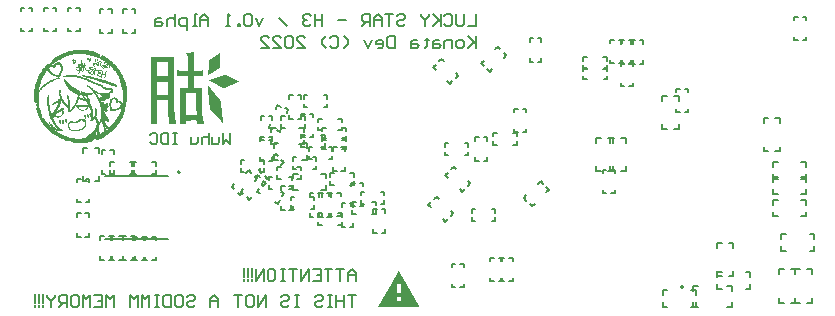
<source format=gbo>
G04*
G04 #@! TF.GenerationSoftware,Altium Limited,Altium Designer,22.5.1 (42)*
G04*
G04 Layer_Color=32896*
%FSLAX24Y24*%
%MOIN*%
G70*
G04*
G04 #@! TF.SameCoordinates,15B8646E-C553-4937-87EE-17013A6B0CAB*
G04*
G04*
G04 #@! TF.FilePolarity,Positive*
G04*
G01*
G75*
%ADD10C,0.0079*%
%ADD13C,0.0050*%
G36*
X5501Y9921D02*
Y9913D01*
Y9904D01*
Y9896D01*
Y9887D01*
Y9879D01*
Y9870D01*
Y9862D01*
Y9853D01*
Y9845D01*
Y9836D01*
Y9828D01*
Y9819D01*
Y9811D01*
Y9802D01*
Y9794D01*
X5493D01*
Y9785D01*
Y9777D01*
Y9768D01*
Y9760D01*
Y9751D01*
Y9743D01*
Y9735D01*
Y9726D01*
Y9718D01*
Y9709D01*
Y9701D01*
Y9692D01*
Y9684D01*
Y9675D01*
Y9667D01*
Y9658D01*
Y9650D01*
Y9641D01*
Y9633D01*
Y9624D01*
Y9616D01*
Y9607D01*
Y9599D01*
Y9590D01*
Y9582D01*
Y9573D01*
Y9565D01*
Y9556D01*
Y9548D01*
Y9539D01*
Y9531D01*
Y9523D01*
Y9514D01*
Y9506D01*
Y9497D01*
Y9489D01*
Y9480D01*
Y9472D01*
Y9463D01*
Y9455D01*
Y9446D01*
Y9438D01*
Y9429D01*
Y9421D01*
Y9412D01*
Y9404D01*
Y9395D01*
Y9387D01*
Y9378D01*
Y9370D01*
Y9361D01*
Y9353D01*
Y9344D01*
Y9336D01*
Y9327D01*
Y9319D01*
Y9311D01*
Y9302D01*
Y9294D01*
Y9285D01*
Y9277D01*
Y9268D01*
Y9260D01*
Y9251D01*
Y9243D01*
Y9234D01*
Y9226D01*
Y9217D01*
Y9209D01*
Y9200D01*
Y9192D01*
Y9183D01*
Y9175D01*
Y9166D01*
Y9158D01*
Y9149D01*
Y9141D01*
Y9132D01*
Y9124D01*
Y9116D01*
Y9107D01*
Y9099D01*
Y9090D01*
Y9082D01*
Y9073D01*
Y9065D01*
Y9056D01*
Y9048D01*
Y9039D01*
Y9031D01*
Y9022D01*
Y9014D01*
Y9005D01*
Y8997D01*
Y8988D01*
Y8980D01*
Y8971D01*
Y8963D01*
Y8954D01*
Y8946D01*
Y8937D01*
Y8929D01*
Y8920D01*
Y8912D01*
Y8904D01*
Y8895D01*
Y8887D01*
Y8878D01*
Y8870D01*
Y8861D01*
Y8853D01*
Y8844D01*
Y8836D01*
Y8827D01*
Y8819D01*
Y8810D01*
Y8802D01*
Y8793D01*
Y8785D01*
Y8776D01*
Y8768D01*
Y8759D01*
Y8751D01*
Y8742D01*
Y8734D01*
Y8725D01*
Y8717D01*
Y8708D01*
Y8700D01*
Y8692D01*
Y8683D01*
Y8675D01*
Y8666D01*
Y8658D01*
Y8649D01*
Y8641D01*
Y8632D01*
Y8624D01*
Y8615D01*
Y8607D01*
Y8598D01*
Y8590D01*
Y8581D01*
Y8573D01*
Y8564D01*
Y8556D01*
Y8547D01*
Y8539D01*
Y8530D01*
Y8522D01*
X5501D01*
Y8513D01*
Y8505D01*
Y8496D01*
Y8488D01*
Y8480D01*
Y8471D01*
Y8463D01*
Y8454D01*
Y8446D01*
Y8437D01*
Y8429D01*
Y8420D01*
Y8412D01*
Y8403D01*
Y8395D01*
Y8386D01*
Y8378D01*
Y8369D01*
Y8361D01*
Y8352D01*
Y8344D01*
Y8335D01*
Y8327D01*
Y8318D01*
X5510D01*
Y8310D01*
Y8301D01*
Y8293D01*
Y8284D01*
Y8276D01*
Y8268D01*
Y8259D01*
Y8251D01*
Y8242D01*
Y8234D01*
Y8225D01*
Y8217D01*
Y8208D01*
Y8200D01*
Y8191D01*
Y8183D01*
X5518D01*
Y8174D01*
Y8166D01*
Y8157D01*
Y8149D01*
Y8140D01*
Y8132D01*
Y8123D01*
Y8115D01*
Y8106D01*
Y8098D01*
Y8089D01*
Y8081D01*
X5527D01*
Y8073D01*
Y8064D01*
Y8056D01*
Y8047D01*
Y8039D01*
Y8030D01*
Y8022D01*
Y8013D01*
Y8005D01*
Y7996D01*
X5535D01*
Y7988D01*
Y7979D01*
Y7971D01*
Y7962D01*
Y7954D01*
Y7945D01*
Y7937D01*
Y7928D01*
X5544D01*
Y7920D01*
Y7911D01*
Y7903D01*
Y7894D01*
Y7886D01*
Y7877D01*
Y7869D01*
Y7861D01*
X5552D01*
Y7852D01*
Y7844D01*
Y7835D01*
Y7827D01*
Y7818D01*
Y7810D01*
X5561D01*
Y7801D01*
Y7793D01*
Y7784D01*
Y7776D01*
Y7767D01*
X5569D01*
Y7759D01*
Y7750D01*
Y7742D01*
Y7733D01*
Y7725D01*
X5577D01*
Y7716D01*
Y7708D01*
Y7699D01*
X5586D01*
Y7691D01*
X5323D01*
Y7699D01*
Y7708D01*
Y7716D01*
Y7725D01*
Y7733D01*
Y7742D01*
Y7750D01*
Y7759D01*
Y7767D01*
Y7776D01*
Y7784D01*
Y7793D01*
Y7801D01*
Y7810D01*
Y7818D01*
Y7827D01*
Y7835D01*
Y7844D01*
Y7852D01*
Y7861D01*
Y7869D01*
Y7877D01*
Y7886D01*
Y7894D01*
Y7903D01*
X5315D01*
Y7911D01*
Y7920D01*
Y7928D01*
Y7937D01*
Y7945D01*
Y7954D01*
Y7962D01*
Y7971D01*
Y7979D01*
Y7988D01*
Y7996D01*
Y8005D01*
Y8013D01*
Y8022D01*
Y8030D01*
Y8039D01*
Y8047D01*
Y8056D01*
Y8064D01*
Y8073D01*
Y8081D01*
Y8089D01*
Y8098D01*
Y8106D01*
Y8115D01*
Y8123D01*
Y8132D01*
Y8140D01*
Y8149D01*
Y8157D01*
Y8166D01*
Y8174D01*
Y8183D01*
Y8191D01*
Y8200D01*
Y8208D01*
Y8217D01*
Y8225D01*
Y8234D01*
Y8242D01*
Y8251D01*
Y8259D01*
Y8268D01*
Y8276D01*
Y8284D01*
Y8293D01*
Y8301D01*
Y8310D01*
Y8318D01*
Y8327D01*
Y8335D01*
Y8344D01*
Y8352D01*
Y8361D01*
Y8369D01*
Y8378D01*
Y8386D01*
Y8395D01*
Y8403D01*
Y8412D01*
Y8420D01*
Y8429D01*
X5306D01*
Y8437D01*
Y8446D01*
Y8454D01*
Y8463D01*
Y8471D01*
Y8480D01*
X4950D01*
Y8471D01*
Y8463D01*
Y8454D01*
Y8446D01*
Y8437D01*
Y8429D01*
Y8420D01*
Y8412D01*
Y8403D01*
Y8395D01*
Y8386D01*
Y8378D01*
Y8369D01*
Y8361D01*
Y8352D01*
Y8344D01*
Y8335D01*
Y8327D01*
Y8318D01*
Y8310D01*
Y8301D01*
Y8293D01*
Y8284D01*
Y8276D01*
Y8268D01*
Y8259D01*
Y8251D01*
Y8242D01*
Y8234D01*
Y8225D01*
Y8217D01*
Y8208D01*
Y8200D01*
Y8191D01*
Y8183D01*
Y8174D01*
Y8166D01*
Y8157D01*
Y8149D01*
Y8140D01*
Y8132D01*
Y8123D01*
Y8115D01*
Y8106D01*
Y8098D01*
Y8089D01*
Y8081D01*
Y8073D01*
Y8064D01*
Y8056D01*
Y8047D01*
Y8039D01*
Y8030D01*
Y8022D01*
Y8013D01*
Y8005D01*
Y7996D01*
Y7988D01*
Y7979D01*
Y7971D01*
Y7962D01*
Y7954D01*
Y7945D01*
Y7937D01*
Y7928D01*
Y7920D01*
Y7911D01*
Y7903D01*
Y7894D01*
Y7886D01*
Y7877D01*
Y7869D01*
Y7861D01*
Y7852D01*
Y7844D01*
Y7835D01*
Y7827D01*
Y7818D01*
Y7810D01*
Y7801D01*
Y7793D01*
Y7784D01*
Y7776D01*
Y7767D01*
Y7759D01*
Y7750D01*
Y7742D01*
Y7733D01*
Y7725D01*
Y7716D01*
Y7708D01*
Y7699D01*
Y7691D01*
X4755D01*
Y7699D01*
Y7708D01*
Y7716D01*
Y7725D01*
Y7733D01*
Y7742D01*
Y7750D01*
Y7759D01*
Y7767D01*
Y7776D01*
Y7784D01*
Y7793D01*
Y7801D01*
Y7810D01*
Y7818D01*
Y7827D01*
Y7835D01*
Y7844D01*
Y7852D01*
Y7861D01*
Y7869D01*
Y7877D01*
Y7886D01*
Y7894D01*
Y7903D01*
Y7911D01*
Y7920D01*
Y7928D01*
Y7937D01*
Y7945D01*
Y7954D01*
Y7962D01*
Y7971D01*
Y7979D01*
Y7988D01*
Y7996D01*
Y8005D01*
Y8013D01*
Y8022D01*
Y8030D01*
Y8039D01*
Y8047D01*
Y8056D01*
Y8064D01*
Y8073D01*
Y8081D01*
Y8089D01*
Y8098D01*
Y8106D01*
Y8115D01*
Y8123D01*
Y8132D01*
Y8140D01*
Y8149D01*
Y8157D01*
Y8166D01*
Y8174D01*
Y8183D01*
Y8191D01*
Y8200D01*
Y8208D01*
Y8217D01*
Y8225D01*
Y8234D01*
Y8242D01*
Y8251D01*
Y8259D01*
Y8268D01*
Y8276D01*
Y8284D01*
Y8293D01*
Y8301D01*
Y8310D01*
Y8318D01*
Y8327D01*
Y8335D01*
Y8344D01*
Y8352D01*
Y8361D01*
Y8369D01*
Y8378D01*
Y8386D01*
Y8395D01*
Y8403D01*
Y8412D01*
Y8420D01*
Y8429D01*
Y8437D01*
Y8446D01*
Y8454D01*
Y8463D01*
Y8471D01*
Y8480D01*
Y8488D01*
Y8496D01*
Y8505D01*
Y8513D01*
Y8522D01*
Y8530D01*
Y8539D01*
Y8547D01*
Y8556D01*
Y8564D01*
Y8573D01*
Y8581D01*
Y8590D01*
Y8598D01*
Y8607D01*
Y8615D01*
Y8624D01*
Y8632D01*
Y8641D01*
Y8649D01*
Y8658D01*
Y8666D01*
Y8675D01*
Y8683D01*
Y8692D01*
Y8700D01*
Y8708D01*
Y8717D01*
Y8725D01*
Y8734D01*
Y8742D01*
Y8751D01*
Y8759D01*
Y8768D01*
Y8776D01*
Y8785D01*
Y8793D01*
Y8802D01*
Y8810D01*
Y8819D01*
Y8827D01*
Y8836D01*
Y8844D01*
Y8853D01*
Y8861D01*
Y8870D01*
Y8878D01*
Y8887D01*
Y8895D01*
Y8904D01*
Y8912D01*
Y8920D01*
Y8929D01*
Y8937D01*
Y8946D01*
Y8954D01*
Y8963D01*
Y8971D01*
Y8980D01*
Y8988D01*
Y8997D01*
Y9005D01*
Y9014D01*
Y9022D01*
Y9031D01*
Y9039D01*
Y9048D01*
Y9056D01*
Y9065D01*
Y9073D01*
Y9082D01*
Y9090D01*
Y9099D01*
Y9107D01*
Y9116D01*
Y9124D01*
Y9132D01*
Y9141D01*
Y9149D01*
Y9158D01*
Y9166D01*
Y9175D01*
Y9183D01*
Y9192D01*
Y9200D01*
Y9209D01*
Y9217D01*
Y9226D01*
Y9234D01*
Y9243D01*
Y9251D01*
Y9260D01*
Y9268D01*
Y9277D01*
Y9285D01*
Y9294D01*
Y9302D01*
Y9311D01*
Y9319D01*
Y9327D01*
Y9336D01*
Y9344D01*
Y9353D01*
Y9361D01*
Y9370D01*
Y9378D01*
Y9387D01*
Y9395D01*
Y9404D01*
Y9412D01*
Y9421D01*
Y9429D01*
Y9438D01*
Y9446D01*
Y9455D01*
Y9463D01*
Y9472D01*
Y9480D01*
Y9489D01*
Y9497D01*
Y9506D01*
Y9514D01*
Y9523D01*
Y9531D01*
Y9539D01*
Y9548D01*
Y9556D01*
Y9565D01*
Y9573D01*
Y9582D01*
Y9590D01*
Y9599D01*
Y9607D01*
Y9616D01*
Y9624D01*
Y9633D01*
Y9641D01*
Y9650D01*
Y9658D01*
Y9667D01*
Y9675D01*
Y9684D01*
Y9692D01*
Y9701D01*
Y9709D01*
Y9718D01*
Y9726D01*
Y9735D01*
Y9743D01*
Y9751D01*
Y9760D01*
Y9768D01*
Y9777D01*
X4746D01*
Y9785D01*
Y9794D01*
Y9802D01*
Y9811D01*
Y9819D01*
Y9828D01*
Y9836D01*
Y9845D01*
Y9853D01*
Y9862D01*
Y9870D01*
Y9879D01*
Y9887D01*
Y9896D01*
Y9904D01*
Y9913D01*
Y9921D01*
Y9930D01*
X4899D01*
Y9921D01*
X5349D01*
Y9930D01*
X5501D01*
Y9921D01*
D02*
G37*
G36*
X6171Y10074D02*
Y10065D01*
Y10057D01*
X6163D01*
Y10048D01*
Y10040D01*
Y10031D01*
Y10023D01*
Y10014D01*
Y10006D01*
Y9997D01*
Y9989D01*
Y9980D01*
Y9972D01*
Y9963D01*
Y9955D01*
Y9947D01*
Y9938D01*
Y9930D01*
Y9921D01*
Y9913D01*
Y9904D01*
Y9896D01*
Y9887D01*
Y9879D01*
Y9870D01*
Y9862D01*
Y9853D01*
Y9845D01*
Y9836D01*
Y9828D01*
Y9819D01*
Y9811D01*
Y9802D01*
Y9794D01*
Y9785D01*
Y9777D01*
Y9768D01*
Y9760D01*
Y9751D01*
Y9743D01*
Y9735D01*
Y9726D01*
Y9718D01*
Y9709D01*
Y9701D01*
Y9692D01*
Y9684D01*
Y9675D01*
Y9667D01*
Y9658D01*
Y9650D01*
Y9641D01*
Y9633D01*
Y9624D01*
Y9616D01*
Y9607D01*
Y9599D01*
Y9590D01*
Y9582D01*
Y9573D01*
Y9565D01*
Y9556D01*
Y9548D01*
Y9539D01*
Y9531D01*
Y9523D01*
Y9514D01*
Y9506D01*
Y9497D01*
Y9489D01*
Y9480D01*
Y9472D01*
Y9463D01*
Y9455D01*
X6222D01*
Y9463D01*
X6425D01*
Y9472D01*
X6485D01*
Y9463D01*
Y9455D01*
Y9446D01*
Y9438D01*
Y9429D01*
Y9421D01*
Y9412D01*
Y9404D01*
Y9395D01*
Y9387D01*
Y9378D01*
Y9370D01*
Y9361D01*
Y9353D01*
Y9344D01*
Y9336D01*
Y9327D01*
Y9319D01*
Y9311D01*
Y9302D01*
Y9294D01*
Y9285D01*
Y9277D01*
Y9268D01*
X6383D01*
Y9277D01*
X6163D01*
Y9268D01*
Y9260D01*
Y9251D01*
Y9243D01*
Y9234D01*
Y9226D01*
Y9217D01*
Y9209D01*
Y9200D01*
Y9192D01*
Y9183D01*
Y9175D01*
Y9166D01*
Y9158D01*
Y9149D01*
Y9141D01*
Y9132D01*
Y9124D01*
Y9116D01*
Y9107D01*
Y9099D01*
Y9090D01*
Y9082D01*
Y9073D01*
Y9065D01*
Y9056D01*
Y9048D01*
Y9039D01*
Y9031D01*
Y9022D01*
Y9014D01*
Y9005D01*
Y8997D01*
Y8988D01*
Y8980D01*
Y8971D01*
Y8963D01*
Y8954D01*
Y8946D01*
Y8937D01*
Y8929D01*
Y8920D01*
Y8912D01*
Y8904D01*
Y8895D01*
Y8887D01*
X6409D01*
Y8895D01*
X6451D01*
Y8887D01*
Y8878D01*
Y8870D01*
Y8861D01*
Y8853D01*
Y8844D01*
Y8836D01*
X6442D01*
Y8827D01*
Y8819D01*
Y8810D01*
Y8802D01*
Y8793D01*
Y8785D01*
Y8776D01*
Y8768D01*
Y8759D01*
Y8751D01*
Y8742D01*
Y8734D01*
Y8725D01*
Y8717D01*
Y8708D01*
X6434D01*
Y8700D01*
Y8692D01*
Y8683D01*
Y8675D01*
Y8666D01*
Y8658D01*
Y8649D01*
Y8641D01*
Y8632D01*
Y8624D01*
Y8615D01*
Y8607D01*
Y8598D01*
Y8590D01*
Y8581D01*
Y8573D01*
Y8564D01*
Y8556D01*
Y8547D01*
Y8539D01*
Y8530D01*
Y8522D01*
Y8513D01*
Y8505D01*
Y8496D01*
Y8488D01*
Y8480D01*
Y8471D01*
Y8463D01*
Y8454D01*
Y8446D01*
Y8437D01*
Y8429D01*
Y8420D01*
Y8412D01*
Y8403D01*
Y8395D01*
Y8386D01*
Y8378D01*
Y8369D01*
Y8361D01*
Y8352D01*
Y8344D01*
Y8335D01*
Y8327D01*
Y8318D01*
Y8310D01*
Y8301D01*
Y8293D01*
Y8284D01*
Y8276D01*
Y8268D01*
Y8259D01*
Y8251D01*
Y8242D01*
Y8234D01*
Y8225D01*
Y8217D01*
Y8208D01*
Y8200D01*
Y8191D01*
Y8183D01*
Y8174D01*
Y8166D01*
Y8157D01*
X6442D01*
Y8149D01*
Y8140D01*
Y8132D01*
Y8123D01*
Y8115D01*
Y8106D01*
Y8098D01*
Y8089D01*
Y8081D01*
Y8073D01*
Y8064D01*
Y8056D01*
Y8047D01*
Y8039D01*
Y8030D01*
Y8022D01*
X6451D01*
Y8013D01*
Y8005D01*
Y7996D01*
Y7988D01*
Y7979D01*
Y7971D01*
Y7962D01*
Y7954D01*
X6459D01*
Y7945D01*
Y7937D01*
Y7928D01*
Y7920D01*
Y7911D01*
Y7903D01*
X6468D01*
Y7894D01*
Y7886D01*
Y7877D01*
Y7869D01*
Y7861D01*
X6476D01*
Y7852D01*
Y7844D01*
Y7835D01*
Y7827D01*
Y7818D01*
X6485D01*
Y7810D01*
Y7801D01*
Y7793D01*
Y7784D01*
Y7776D01*
X6493D01*
Y7767D01*
Y7759D01*
Y7750D01*
Y7742D01*
Y7733D01*
Y7725D01*
X6502D01*
Y7716D01*
Y7708D01*
Y7699D01*
Y7691D01*
X6264D01*
Y7699D01*
Y7708D01*
Y7716D01*
Y7725D01*
Y7733D01*
Y7742D01*
Y7750D01*
Y7759D01*
Y7767D01*
Y7776D01*
Y7784D01*
Y7793D01*
X6247D01*
Y7801D01*
X6061D01*
Y7793D01*
X5908D01*
Y7784D01*
Y7776D01*
Y7767D01*
Y7759D01*
Y7750D01*
Y7742D01*
Y7733D01*
Y7725D01*
Y7716D01*
Y7708D01*
Y7699D01*
Y7691D01*
X5722D01*
Y7699D01*
Y7708D01*
Y7716D01*
Y7725D01*
Y7733D01*
Y7742D01*
Y7750D01*
Y7759D01*
Y7767D01*
Y7776D01*
Y7784D01*
Y7793D01*
Y7801D01*
Y7810D01*
Y7818D01*
Y7827D01*
Y7835D01*
Y7844D01*
Y7852D01*
Y7861D01*
Y7869D01*
Y7877D01*
Y7886D01*
Y7894D01*
Y7903D01*
Y7911D01*
Y7920D01*
Y7928D01*
Y7937D01*
Y7945D01*
Y7954D01*
Y7962D01*
Y7971D01*
Y7979D01*
Y7988D01*
Y7996D01*
Y8005D01*
Y8013D01*
Y8022D01*
Y8030D01*
Y8039D01*
Y8047D01*
Y8056D01*
Y8064D01*
Y8073D01*
Y8081D01*
Y8089D01*
Y8098D01*
Y8106D01*
Y8115D01*
Y8123D01*
Y8132D01*
Y8140D01*
Y8149D01*
Y8157D01*
Y8166D01*
Y8174D01*
Y8183D01*
Y8191D01*
Y8200D01*
Y8208D01*
Y8217D01*
Y8225D01*
Y8234D01*
Y8242D01*
Y8251D01*
Y8259D01*
Y8268D01*
Y8276D01*
Y8284D01*
Y8293D01*
Y8301D01*
Y8310D01*
Y8318D01*
Y8327D01*
Y8335D01*
Y8344D01*
Y8352D01*
Y8361D01*
Y8369D01*
Y8378D01*
Y8386D01*
Y8395D01*
Y8403D01*
Y8412D01*
Y8420D01*
Y8429D01*
Y8437D01*
Y8446D01*
Y8454D01*
Y8463D01*
Y8471D01*
Y8480D01*
Y8488D01*
Y8496D01*
Y8505D01*
Y8513D01*
Y8522D01*
Y8530D01*
Y8539D01*
Y8547D01*
Y8556D01*
Y8564D01*
Y8573D01*
Y8581D01*
Y8590D01*
Y8598D01*
Y8607D01*
Y8615D01*
Y8624D01*
Y8632D01*
Y8641D01*
Y8649D01*
Y8658D01*
Y8666D01*
Y8675D01*
Y8683D01*
Y8692D01*
Y8700D01*
Y8708D01*
Y8717D01*
Y8725D01*
Y8734D01*
Y8742D01*
Y8751D01*
Y8759D01*
Y8768D01*
Y8776D01*
Y8785D01*
Y8793D01*
Y8802D01*
Y8810D01*
Y8819D01*
Y8827D01*
Y8836D01*
Y8844D01*
Y8853D01*
Y8861D01*
Y8870D01*
Y8878D01*
Y8887D01*
Y8895D01*
X5781D01*
Y8887D01*
X5968D01*
Y8895D01*
Y8904D01*
Y8912D01*
Y8920D01*
Y8929D01*
Y8937D01*
Y8946D01*
Y8954D01*
Y8963D01*
Y8971D01*
Y8980D01*
Y8988D01*
Y8997D01*
Y9005D01*
Y9014D01*
Y9022D01*
Y9031D01*
Y9039D01*
Y9048D01*
Y9056D01*
Y9065D01*
Y9073D01*
Y9082D01*
Y9090D01*
Y9099D01*
Y9107D01*
Y9116D01*
Y9124D01*
Y9132D01*
Y9141D01*
Y9149D01*
Y9158D01*
Y9166D01*
Y9175D01*
Y9183D01*
Y9192D01*
Y9200D01*
Y9209D01*
Y9217D01*
Y9226D01*
Y9234D01*
Y9243D01*
Y9251D01*
Y9260D01*
Y9268D01*
Y9277D01*
X5713D01*
Y9268D01*
X5611D01*
Y9277D01*
X5603D01*
Y9285D01*
Y9294D01*
Y9302D01*
Y9311D01*
Y9319D01*
Y9327D01*
Y9336D01*
Y9344D01*
Y9353D01*
Y9361D01*
Y9370D01*
Y9378D01*
Y9387D01*
Y9395D01*
Y9404D01*
Y9412D01*
Y9421D01*
Y9429D01*
Y9438D01*
Y9446D01*
Y9455D01*
Y9463D01*
X5611D01*
Y9472D01*
X5688D01*
Y9463D01*
X5951D01*
Y9455D01*
X5968D01*
Y9463D01*
Y9472D01*
Y9480D01*
Y9489D01*
Y9497D01*
Y9506D01*
Y9514D01*
Y9523D01*
Y9531D01*
Y9539D01*
Y9548D01*
Y9556D01*
Y9565D01*
Y9573D01*
Y9582D01*
Y9590D01*
Y9599D01*
Y9607D01*
Y9616D01*
Y9624D01*
Y9633D01*
Y9641D01*
Y9650D01*
Y9658D01*
Y9667D01*
Y9675D01*
Y9684D01*
Y9692D01*
Y9701D01*
Y9709D01*
Y9718D01*
Y9726D01*
Y9735D01*
Y9743D01*
Y9751D01*
Y9760D01*
Y9768D01*
Y9777D01*
Y9785D01*
Y9794D01*
Y9802D01*
Y9811D01*
Y9819D01*
Y9828D01*
Y9836D01*
Y9845D01*
Y9853D01*
Y9862D01*
Y9870D01*
Y9879D01*
Y9887D01*
Y9896D01*
Y9904D01*
Y9913D01*
X5959D01*
Y9921D01*
Y9930D01*
Y9938D01*
Y9947D01*
Y9955D01*
X5951D01*
Y9963D01*
Y9972D01*
X5942D01*
Y9980D01*
Y9989D01*
X5934D01*
Y9997D01*
X5925D01*
Y10006D01*
X5917D01*
Y10014D01*
X5908D01*
Y10023D01*
X5900D01*
Y10031D01*
Y10040D01*
X5891D01*
Y10048D01*
X5900D01*
Y10057D01*
X5917D01*
Y10065D01*
X6078D01*
Y10074D01*
X6146D01*
Y10082D01*
X6171D01*
Y10074D01*
D02*
G37*
G36*
X7044Y10048D02*
Y10040D01*
Y10031D01*
Y10023D01*
Y10014D01*
Y10006D01*
Y9997D01*
Y9989D01*
Y9980D01*
Y9972D01*
Y9963D01*
Y9955D01*
Y9947D01*
Y9938D01*
Y9930D01*
Y9921D01*
Y9913D01*
Y9904D01*
Y9896D01*
Y9887D01*
Y9879D01*
Y9870D01*
Y9862D01*
Y9853D01*
Y9845D01*
Y9836D01*
Y9828D01*
Y9819D01*
Y9811D01*
Y9802D01*
Y9794D01*
Y9785D01*
Y9777D01*
Y9768D01*
Y9760D01*
Y9751D01*
Y9743D01*
Y9735D01*
Y9726D01*
Y9718D01*
Y9709D01*
Y9701D01*
Y9692D01*
Y9684D01*
Y9675D01*
Y9667D01*
Y9658D01*
Y9650D01*
Y9641D01*
Y9633D01*
Y9624D01*
Y9616D01*
Y9607D01*
Y9599D01*
Y9590D01*
Y9582D01*
Y9573D01*
Y9565D01*
Y9556D01*
X7036D01*
Y9548D01*
X7019D01*
Y9539D01*
X7011D01*
Y9531D01*
X6994D01*
Y9523D01*
X6977D01*
Y9514D01*
X6968D01*
Y9506D01*
X6951D01*
Y9497D01*
X6943D01*
Y9489D01*
X6926D01*
Y9480D01*
X6917D01*
Y9472D01*
X6900D01*
Y9463D01*
X6892D01*
Y9455D01*
X6875D01*
Y9446D01*
X6858D01*
Y9438D01*
X6849D01*
Y9429D01*
X6833D01*
Y9421D01*
X6824D01*
Y9412D01*
X6807D01*
Y9404D01*
X6799D01*
Y9395D01*
X6782D01*
Y9387D01*
X6773D01*
Y9378D01*
X6756D01*
Y9370D01*
X6739D01*
Y9361D01*
X6731D01*
Y9353D01*
X6714D01*
Y9344D01*
X6705D01*
Y9336D01*
X6688D01*
Y9327D01*
X6680D01*
Y9319D01*
X6663D01*
Y9311D01*
X6654D01*
Y9302D01*
X6646D01*
Y9311D01*
Y9319D01*
Y9327D01*
Y9336D01*
Y9344D01*
Y9353D01*
Y9361D01*
Y9370D01*
Y9378D01*
Y9387D01*
X6654D01*
Y9395D01*
Y9404D01*
Y9412D01*
Y9421D01*
Y9429D01*
Y9438D01*
Y9446D01*
Y9455D01*
Y9463D01*
Y9472D01*
Y9480D01*
X6663D01*
Y9489D01*
Y9497D01*
Y9506D01*
Y9514D01*
Y9523D01*
Y9531D01*
Y9539D01*
Y9548D01*
Y9556D01*
Y9565D01*
X6671D01*
Y9573D01*
Y9582D01*
Y9590D01*
Y9599D01*
Y9607D01*
Y9616D01*
Y9624D01*
Y9633D01*
Y9641D01*
Y9650D01*
X6680D01*
Y9658D01*
Y9667D01*
Y9675D01*
Y9684D01*
Y9692D01*
Y9701D01*
Y9709D01*
Y9718D01*
Y9726D01*
Y9735D01*
X6688D01*
Y9743D01*
Y9751D01*
Y9760D01*
Y9768D01*
Y9777D01*
Y9785D01*
Y9794D01*
Y9802D01*
Y9811D01*
X6697D01*
Y9819D01*
X6705D01*
Y9828D01*
X6714D01*
Y9836D01*
X6731D01*
Y9845D01*
X6739D01*
Y9853D01*
X6756D01*
Y9862D01*
X6765D01*
Y9870D01*
X6773D01*
Y9879D01*
X6790D01*
Y9887D01*
X6799D01*
Y9896D01*
X6816D01*
Y9904D01*
X6824D01*
Y9913D01*
X6841D01*
Y9921D01*
X6849D01*
Y9930D01*
X6858D01*
Y9938D01*
X6875D01*
Y9947D01*
X6883D01*
Y9955D01*
X6900D01*
Y9963D01*
X6909D01*
Y9972D01*
X6926D01*
Y9980D01*
X6934D01*
Y9989D01*
X6943D01*
Y9997D01*
X6960D01*
Y10006D01*
X6968D01*
Y10014D01*
X6985D01*
Y10023D01*
X6994D01*
Y10031D01*
X7011D01*
Y10040D01*
X7019D01*
Y10048D01*
X7028D01*
Y10057D01*
X7044D01*
Y10048D01*
D02*
G37*
G36*
X7231Y9319D02*
X7248D01*
Y9311D01*
X7265D01*
Y9302D01*
X7282D01*
Y9294D01*
X7299D01*
Y9285D01*
X7316D01*
Y9277D01*
X7333D01*
Y9268D01*
X7350D01*
Y9260D01*
X7367D01*
Y9251D01*
X7384D01*
Y9243D01*
X7401D01*
Y9234D01*
X7418D01*
Y9226D01*
X7435D01*
Y9217D01*
X7452D01*
Y9209D01*
X7468D01*
Y9200D01*
X7485D01*
Y9192D01*
X7502D01*
Y9183D01*
X7511D01*
Y9175D01*
X7528D01*
Y9166D01*
X7545D01*
Y9158D01*
X7562D01*
Y9149D01*
X7579D01*
Y9141D01*
X7596D01*
Y9132D01*
X7613D01*
Y9124D01*
X7630D01*
Y9116D01*
X7647D01*
Y9107D01*
X7664D01*
Y9099D01*
X7672D01*
Y9090D01*
X7664D01*
Y9082D01*
X7647D01*
Y9073D01*
X7621D01*
Y9065D01*
X7604D01*
Y9056D01*
X7579D01*
Y9048D01*
X7562D01*
Y9039D01*
X7545D01*
Y9031D01*
X7519D01*
Y9022D01*
X7502D01*
Y9014D01*
X7485D01*
Y9005D01*
X7460D01*
Y8997D01*
X7443D01*
Y8988D01*
X7426D01*
Y8980D01*
X7401D01*
Y8971D01*
X7384D01*
Y8963D01*
X7358D01*
Y8954D01*
X7341D01*
Y8946D01*
X7324D01*
Y8937D01*
X7299D01*
Y8929D01*
X7282D01*
Y8920D01*
X7265D01*
Y8912D01*
X7240D01*
Y8904D01*
X7223D01*
Y8895D01*
X7197D01*
Y8887D01*
X7180D01*
Y8878D01*
X7163D01*
Y8870D01*
X7146D01*
Y8878D01*
X7129D01*
Y8887D01*
X7121D01*
Y8895D01*
X7104D01*
Y8904D01*
X7087D01*
Y8912D01*
X7070D01*
Y8920D01*
X7053D01*
Y8929D01*
X7044D01*
Y8937D01*
X7028D01*
Y8946D01*
X7011D01*
Y8954D01*
X6994D01*
Y8963D01*
X6985D01*
Y8971D01*
X6968D01*
Y8980D01*
X6951D01*
Y8988D01*
X6934D01*
Y8997D01*
X6926D01*
Y9005D01*
X6909D01*
Y9014D01*
X6892D01*
Y9022D01*
X6875D01*
Y9031D01*
X6858D01*
Y9039D01*
X6841D01*
Y9048D01*
X6833D01*
Y9056D01*
X6816D01*
Y9065D01*
X6799D01*
Y9073D01*
X6782D01*
Y9082D01*
X6765D01*
Y9090D01*
X6756D01*
Y9099D01*
X6739D01*
Y9107D01*
X6722D01*
Y9116D01*
X6705D01*
Y9124D01*
X6697D01*
Y9132D01*
X6680D01*
Y9141D01*
X6663D01*
Y9149D01*
X6671D01*
Y9158D01*
X6705D01*
Y9166D01*
X6731D01*
Y9175D01*
X6756D01*
Y9183D01*
X6782D01*
Y9192D01*
X6807D01*
Y9200D01*
X6841D01*
Y9209D01*
X6866D01*
Y9217D01*
X6892D01*
Y9226D01*
X6917D01*
Y9234D01*
X6943D01*
Y9243D01*
X6977D01*
Y9251D01*
X7002D01*
Y9260D01*
X7028D01*
Y9268D01*
X7053D01*
Y9277D01*
X7078D01*
Y9285D01*
X7104D01*
Y9294D01*
X7138D01*
Y9302D01*
X7163D01*
Y9311D01*
X7189D01*
Y9319D01*
X7214D01*
Y9327D01*
X7231D01*
Y9319D01*
D02*
G37*
G36*
X6637Y8971D02*
X6646D01*
Y8963D01*
X6654D01*
Y8954D01*
X6663D01*
Y8946D01*
Y8937D01*
X6671D01*
Y8929D01*
X6680D01*
Y8920D01*
X6688D01*
Y8912D01*
X6697D01*
Y8904D01*
X6705D01*
Y8895D01*
Y8887D01*
X6714D01*
Y8878D01*
X6722D01*
Y8870D01*
X6731D01*
Y8861D01*
X6739D01*
Y8853D01*
X6748D01*
Y8844D01*
Y8836D01*
X6756D01*
Y8827D01*
X6765D01*
Y8819D01*
X6773D01*
Y8810D01*
Y8802D01*
X6782D01*
Y8793D01*
X6790D01*
Y8785D01*
X6799D01*
Y8776D01*
X6807D01*
Y8768D01*
Y8759D01*
X6816D01*
Y8751D01*
X6824D01*
Y8742D01*
X6833D01*
Y8734D01*
X6841D01*
Y8725D01*
X6849D01*
Y8717D01*
Y8708D01*
X6858D01*
Y8700D01*
X6866D01*
Y8692D01*
X6875D01*
Y8683D01*
X6883D01*
Y8675D01*
Y8666D01*
X6892D01*
Y8658D01*
X6900D01*
Y8649D01*
X6909D01*
Y8641D01*
X6917D01*
Y8632D01*
Y8624D01*
X6926D01*
Y8615D01*
X6934D01*
Y8607D01*
X6943D01*
Y8598D01*
X6951D01*
Y8590D01*
X6960D01*
Y8581D01*
Y8573D01*
X6968D01*
Y8564D01*
X6977D01*
Y8556D01*
X6985D01*
Y8547D01*
X6994D01*
Y8539D01*
Y8530D01*
X7002D01*
Y8522D01*
X7011D01*
Y8513D01*
X7019D01*
Y8505D01*
X7028D01*
Y8496D01*
Y8488D01*
X7036D01*
Y8480D01*
X7044D01*
Y8471D01*
X7053D01*
Y8463D01*
X7061D01*
Y8454D01*
Y8446D01*
Y8437D01*
Y8429D01*
Y8420D01*
Y8412D01*
X7070D01*
Y8403D01*
Y8395D01*
Y8386D01*
Y8378D01*
Y8369D01*
Y8361D01*
Y8352D01*
Y8344D01*
X7078D01*
Y8335D01*
Y8327D01*
Y8318D01*
Y8310D01*
Y8301D01*
Y8293D01*
Y8284D01*
X7087D01*
Y8276D01*
Y8268D01*
Y8259D01*
Y8251D01*
Y8242D01*
Y8234D01*
Y8225D01*
Y8217D01*
Y8208D01*
X7095D01*
Y8200D01*
Y8191D01*
Y8183D01*
Y8174D01*
Y8166D01*
Y8157D01*
Y8149D01*
Y8140D01*
X7104D01*
Y8132D01*
Y8123D01*
Y8115D01*
Y8106D01*
Y8098D01*
Y8089D01*
Y8081D01*
Y8073D01*
X7112D01*
Y8064D01*
Y8056D01*
Y8047D01*
Y8039D01*
Y8030D01*
Y8022D01*
Y8013D01*
Y8005D01*
X7121D01*
Y7996D01*
Y7988D01*
Y7979D01*
Y7971D01*
Y7962D01*
Y7954D01*
Y7945D01*
Y7937D01*
Y7928D01*
X7129D01*
Y7920D01*
Y7911D01*
Y7903D01*
Y7894D01*
Y7886D01*
Y7877D01*
Y7869D01*
X7138D01*
Y7861D01*
Y7852D01*
Y7844D01*
Y7835D01*
Y7827D01*
Y7818D01*
Y7810D01*
Y7801D01*
X7146D01*
Y7793D01*
Y7784D01*
Y7776D01*
Y7767D01*
Y7759D01*
Y7750D01*
Y7742D01*
Y7733D01*
X7155D01*
Y7725D01*
X7146D01*
Y7716D01*
X7138D01*
Y7725D01*
X7129D01*
Y7733D01*
X7121D01*
Y7742D01*
X7112D01*
Y7750D01*
X7104D01*
Y7759D01*
X7095D01*
Y7767D01*
X7087D01*
Y7776D01*
X7078D01*
Y7784D01*
X7070D01*
Y7793D01*
X7061D01*
Y7801D01*
X7053D01*
Y7810D01*
X7044D01*
Y7818D01*
X7036D01*
Y7827D01*
X7028D01*
Y7835D01*
X7019D01*
Y7844D01*
X7011D01*
Y7852D01*
X7002D01*
Y7861D01*
Y7869D01*
X6994D01*
Y7877D01*
X6985D01*
Y7886D01*
X6977D01*
Y7894D01*
X6968D01*
Y7903D01*
X6960D01*
Y7911D01*
X6951D01*
Y7920D01*
X6943D01*
Y7928D01*
X6934D01*
Y7937D01*
X6926D01*
Y7945D01*
X6917D01*
Y7954D01*
X6909D01*
Y7962D01*
X6900D01*
Y7971D01*
X6892D01*
Y7979D01*
X6883D01*
Y7988D01*
X6875D01*
Y7996D01*
X6866D01*
Y8005D01*
X6858D01*
Y8013D01*
X6849D01*
Y8022D01*
X6841D01*
Y8030D01*
X6833D01*
Y8039D01*
X6824D01*
Y8047D01*
X6816D01*
Y8056D01*
X6807D01*
Y8064D01*
X6799D01*
Y8073D01*
X6790D01*
Y8081D01*
X6782D01*
Y8089D01*
X6773D01*
Y8098D01*
X6765D01*
Y8106D01*
X6756D01*
Y8115D01*
X6748D01*
Y8123D01*
X6739D01*
Y8132D01*
X6731D01*
Y8140D01*
X6722D01*
Y8149D01*
X6714D01*
Y8157D01*
X6705D01*
Y8166D01*
Y8174D01*
Y8183D01*
Y8191D01*
Y8200D01*
Y8208D01*
Y8217D01*
Y8225D01*
Y8234D01*
Y8242D01*
X6697D01*
Y8251D01*
Y8259D01*
Y8268D01*
Y8276D01*
Y8284D01*
Y8293D01*
Y8301D01*
Y8310D01*
Y8318D01*
X6688D01*
Y8327D01*
Y8335D01*
Y8344D01*
Y8352D01*
Y8361D01*
Y8369D01*
Y8378D01*
Y8386D01*
Y8395D01*
Y8403D01*
X6680D01*
Y8412D01*
Y8420D01*
Y8429D01*
Y8437D01*
Y8446D01*
Y8454D01*
Y8463D01*
Y8471D01*
Y8480D01*
Y8488D01*
X6671D01*
Y8496D01*
Y8505D01*
Y8513D01*
Y8522D01*
Y8530D01*
Y8539D01*
Y8547D01*
Y8556D01*
Y8564D01*
X6663D01*
Y8573D01*
Y8581D01*
Y8590D01*
Y8598D01*
Y8607D01*
Y8615D01*
Y8624D01*
Y8632D01*
Y8641D01*
Y8649D01*
Y8658D01*
X6654D01*
Y8666D01*
Y8675D01*
Y8683D01*
Y8692D01*
Y8700D01*
Y8708D01*
Y8717D01*
Y8725D01*
Y8734D01*
Y8742D01*
X6646D01*
Y8751D01*
Y8759D01*
Y8768D01*
Y8776D01*
Y8785D01*
Y8793D01*
Y8802D01*
Y8810D01*
Y8819D01*
Y8827D01*
Y8836D01*
X6637D01*
Y8844D01*
Y8853D01*
Y8861D01*
Y8870D01*
Y8878D01*
Y8887D01*
Y8895D01*
Y8904D01*
Y8912D01*
Y8920D01*
Y8929D01*
X6629D01*
Y8937D01*
Y8946D01*
Y8954D01*
Y8963D01*
Y8971D01*
Y8980D01*
X6637D01*
Y8971D01*
D02*
G37*
G36*
X2583Y10138D02*
X2669D01*
Y10126D01*
X2730D01*
Y10113D01*
X2779D01*
Y10101D01*
X2827D01*
Y10089D01*
X2864D01*
Y10077D01*
X2901D01*
Y10065D01*
X2925D01*
Y10052D01*
X2949D01*
Y10040D01*
X2974D01*
Y10028D01*
X2998D01*
Y10016D01*
X3023D01*
Y10003D01*
Y9991D01*
X3035D01*
Y9979D01*
Y9967D01*
Y9955D01*
Y9942D01*
Y9930D01*
X3059D01*
Y9942D01*
X3084D01*
Y9955D01*
X3096D01*
Y9967D01*
X3108D01*
Y9979D01*
X3133D01*
Y9967D01*
X3157D01*
Y9955D01*
X3181D01*
Y9942D01*
X3194D01*
Y9930D01*
X3218D01*
Y9918D01*
X3243D01*
Y9906D01*
X3255D01*
Y9894D01*
X3267D01*
Y9881D01*
X3291D01*
Y9869D01*
X3304D01*
Y9857D01*
X3328D01*
Y9845D01*
X3340D01*
Y9833D01*
X3352D01*
Y9820D01*
X3365D01*
Y9808D01*
X3389D01*
Y9796D01*
X3401D01*
Y9784D01*
X3413D01*
Y9771D01*
X3426D01*
Y9759D01*
X3438D01*
Y9747D01*
X3450D01*
Y9735D01*
X3462D01*
Y9723D01*
X3475D01*
Y9710D01*
X3487D01*
Y9698D01*
X3499D01*
Y9686D01*
X3511D01*
Y9674D01*
X3523D01*
Y9662D01*
X3536D01*
Y9649D01*
X3548D01*
Y9637D01*
X3560D01*
Y9625D01*
X3572D01*
Y9613D01*
X3584D01*
Y9601D01*
X3597D01*
Y9588D01*
Y9576D01*
X3609D01*
Y9564D01*
X3621D01*
Y9552D01*
X3633D01*
Y9539D01*
X3645D01*
Y9527D01*
X3658D01*
Y9515D01*
Y9503D01*
X3670D01*
Y9491D01*
X3682D01*
Y9478D01*
X3694D01*
Y9466D01*
Y9454D01*
X3707D01*
Y9442D01*
Y9430D01*
X3719D01*
Y9417D01*
X3731D01*
Y9405D01*
Y9393D01*
X3743D01*
Y9381D01*
Y9369D01*
X3755D01*
Y9356D01*
X3768D01*
Y9344D01*
Y9332D01*
X3780D01*
Y9320D01*
Y9307D01*
X3792D01*
Y9295D01*
Y9283D01*
X3804D01*
Y9271D01*
Y9259D01*
X3816D01*
Y9246D01*
Y9234D01*
X3829D01*
Y9222D01*
Y9210D01*
Y9198D01*
X3841D01*
Y9185D01*
Y9173D01*
X3853D01*
Y9161D01*
Y9149D01*
Y9137D01*
X3865D01*
Y9124D01*
Y9112D01*
X3877D01*
Y9100D01*
Y9088D01*
X3890D01*
Y9075D01*
Y9063D01*
Y9051D01*
X3902D01*
Y9039D01*
Y9027D01*
Y9014D01*
Y9002D01*
X3914D01*
Y8990D01*
Y8978D01*
Y8966D01*
Y8953D01*
Y8941D01*
X3926D01*
Y8929D01*
Y8917D01*
Y8905D01*
Y8892D01*
Y8880D01*
Y8868D01*
Y8856D01*
X3938D01*
Y8843D01*
Y8831D01*
Y8819D01*
Y8807D01*
Y8795D01*
Y8782D01*
Y8770D01*
Y8758D01*
Y8746D01*
Y8734D01*
X3951D01*
Y8721D01*
Y8709D01*
Y8697D01*
Y8685D01*
Y8673D01*
Y8660D01*
Y8648D01*
Y8636D01*
Y8624D01*
Y8612D01*
Y8599D01*
Y8587D01*
Y8575D01*
Y8563D01*
Y8550D01*
Y8538D01*
Y8526D01*
Y8514D01*
Y8502D01*
Y8489D01*
Y8477D01*
X3938D01*
Y8465D01*
Y8453D01*
Y8441D01*
Y8428D01*
X3926D01*
Y8416D01*
Y8404D01*
X3914D01*
Y8392D01*
X3902D01*
Y8379D01*
Y8367D01*
Y8355D01*
Y8343D01*
Y8331D01*
Y8318D01*
Y8306D01*
Y8294D01*
X3890D01*
Y8282D01*
Y8270D01*
Y8257D01*
Y8245D01*
X3877D01*
Y8233D01*
Y8221D01*
Y8209D01*
Y8196D01*
Y8184D01*
Y8172D01*
Y8160D01*
Y8148D01*
Y8135D01*
Y8123D01*
Y8111D01*
X3865D01*
Y8099D01*
Y8086D01*
X3853D01*
Y8074D01*
Y8062D01*
X3841D01*
Y8050D01*
Y8038D01*
Y8025D01*
Y8013D01*
X3829D01*
Y8001D01*
Y7989D01*
Y7977D01*
X3816D01*
Y7964D01*
Y7952D01*
Y7940D01*
X3804D01*
Y7928D01*
Y7916D01*
X3792D01*
Y7903D01*
Y7891D01*
X3780D01*
Y7879D01*
Y7867D01*
X3768D01*
Y7854D01*
X3755D01*
Y7842D01*
Y7830D01*
X3743D01*
Y7818D01*
X3731D01*
Y7806D01*
Y7793D01*
X3719D01*
Y7781D01*
Y7769D01*
X3707D01*
Y7757D01*
Y7745D01*
X3694D01*
Y7732D01*
X3682D01*
Y7720D01*
Y7708D01*
X3670D01*
Y7696D01*
X3658D01*
Y7684D01*
X3645D01*
Y7671D01*
Y7659D01*
X3633D01*
Y7647D01*
X3621D01*
Y7635D01*
X3609D01*
Y7622D01*
X3597D01*
Y7610D01*
Y7598D01*
X3584D01*
Y7586D01*
X3572D01*
Y7574D01*
X3560D01*
Y7561D01*
Y7549D01*
X3548D01*
Y7537D01*
X3536D01*
Y7525D01*
X3523D01*
Y7513D01*
X3511D01*
Y7500D01*
X3487D01*
Y7488D01*
X3475D01*
Y7476D01*
X3462D01*
Y7464D01*
X3450D01*
Y7452D01*
X3438D01*
Y7439D01*
X3426D01*
Y7427D01*
X3413D01*
Y7415D01*
X3401D01*
Y7403D01*
X3389D01*
Y7390D01*
X3365D01*
Y7378D01*
X3352D01*
Y7366D01*
X3340D01*
Y7354D01*
X3316D01*
Y7342D01*
X3304D01*
Y7329D01*
X3291D01*
Y7317D01*
X3267D01*
Y7305D01*
X3255D01*
Y7293D01*
X3230D01*
Y7281D01*
X3218D01*
Y7268D01*
X3194D01*
Y7256D01*
X3181D01*
Y7244D01*
X3157D01*
Y7232D01*
X3133D01*
Y7220D01*
X3120D01*
Y7207D01*
X3096D01*
Y7195D01*
X3072D01*
Y7183D01*
X3035D01*
Y7171D01*
X2998D01*
Y7158D01*
X2949D01*
Y7146D01*
X2901D01*
Y7158D01*
Y7171D01*
X2876D01*
Y7183D01*
X2864D01*
Y7171D01*
X2827D01*
Y7158D01*
X2815D01*
Y7146D01*
X2803D01*
Y7134D01*
Y7122D01*
X2791D01*
Y7110D01*
X2779D01*
Y7097D01*
X2754D01*
Y7085D01*
X2705D01*
Y7073D01*
X2632D01*
Y7061D01*
X2144D01*
Y7073D01*
X2095D01*
Y7085D01*
X2070D01*
Y7097D01*
X2058D01*
Y7110D01*
Y7122D01*
Y7134D01*
X1985D01*
Y7146D01*
X1960D01*
Y7134D01*
X1887D01*
Y7146D01*
X1863D01*
Y7158D01*
X1826D01*
Y7171D01*
X1802D01*
Y7183D01*
X1777D01*
Y7195D01*
X1753D01*
Y7207D01*
X1716D01*
Y7220D01*
X1692D01*
Y7232D01*
X1680D01*
Y7244D01*
X1655D01*
Y7256D01*
X1631D01*
Y7268D01*
X1606D01*
Y7281D01*
X1582D01*
Y7293D01*
X1557D01*
Y7305D01*
X1545D01*
Y7317D01*
X1521D01*
Y7329D01*
X1496D01*
Y7342D01*
X1484D01*
Y7354D01*
X1460D01*
Y7366D01*
X1448D01*
Y7378D01*
X1423D01*
Y7390D01*
X1411D01*
Y7403D01*
X1399D01*
Y7415D01*
X1387D01*
Y7427D01*
X1374D01*
Y7439D01*
X1362D01*
Y7452D01*
X1350D01*
Y7464D01*
X1338D01*
Y7476D01*
X1325D01*
Y7488D01*
X1313D01*
Y7500D01*
X1301D01*
Y7513D01*
X1289D01*
Y7525D01*
X1277D01*
Y7537D01*
X1264D01*
Y7549D01*
X1252D01*
Y7561D01*
X1240D01*
Y7574D01*
X1228D01*
Y7586D01*
X1216D01*
Y7598D01*
X1203D01*
Y7610D01*
X1191D01*
Y7622D01*
X1179D01*
Y7635D01*
X1167D01*
Y7647D01*
Y7659D01*
X1155D01*
Y7671D01*
X1142D01*
Y7684D01*
X1130D01*
Y7696D01*
Y7708D01*
X1118D01*
Y7720D01*
Y7732D01*
X1106D01*
Y7745D01*
X1094D01*
Y7757D01*
X1081D01*
Y7769D01*
Y7781D01*
X1069D01*
Y7793D01*
Y7806D01*
X1057D01*
Y7818D01*
Y7830D01*
X1045D01*
Y7842D01*
Y7854D01*
X1032D01*
Y7867D01*
Y7879D01*
X1020D01*
Y7891D01*
X1008D01*
Y7903D01*
Y7916D01*
X996D01*
Y7928D01*
Y7940D01*
Y7952D01*
X984D01*
Y7964D01*
Y7977D01*
X971D01*
Y7989D01*
Y8001D01*
Y8013D01*
X959D01*
Y8025D01*
Y8038D01*
X947D01*
Y8050D01*
Y8062D01*
Y8074D01*
X935D01*
Y8086D01*
Y8099D01*
X923D01*
Y8111D01*
Y8123D01*
Y8135D01*
X910D01*
Y8148D01*
Y8160D01*
Y8172D01*
Y8184D01*
Y8196D01*
Y8209D01*
Y8221D01*
X923D01*
Y8233D01*
Y8245D01*
Y8257D01*
Y8270D01*
X910D01*
Y8282D01*
Y8294D01*
X898D01*
Y8306D01*
X886D01*
Y8318D01*
Y8331D01*
X898D01*
Y8343D01*
X935D01*
Y8355D01*
Y8367D01*
X923D01*
Y8379D01*
X886D01*
Y8392D01*
X874D01*
Y8404D01*
X861D01*
Y8416D01*
X849D01*
Y8428D01*
Y8441D01*
X837D01*
Y8453D01*
Y8465D01*
Y8477D01*
Y8489D01*
Y8502D01*
Y8514D01*
Y8526D01*
Y8538D01*
Y8550D01*
Y8563D01*
Y8575D01*
Y8587D01*
Y8599D01*
Y8612D01*
Y8624D01*
Y8636D01*
Y8648D01*
Y8660D01*
Y8673D01*
Y8685D01*
Y8697D01*
Y8709D01*
X849D01*
Y8721D01*
Y8734D01*
Y8746D01*
Y8758D01*
Y8770D01*
Y8782D01*
Y8795D01*
Y8807D01*
Y8819D01*
Y8831D01*
Y8843D01*
Y8856D01*
X861D01*
Y8868D01*
Y8880D01*
Y8892D01*
Y8905D01*
Y8917D01*
X874D01*
Y8929D01*
Y8941D01*
Y8953D01*
X886D01*
Y8966D01*
Y8978D01*
Y8990D01*
Y9002D01*
X898D01*
Y9014D01*
Y9027D01*
Y9039D01*
Y9051D01*
X910D01*
Y9063D01*
Y9075D01*
Y9088D01*
X923D01*
Y9100D01*
Y9112D01*
Y9124D01*
X935D01*
Y9137D01*
Y9149D01*
Y9161D01*
X947D01*
Y9173D01*
Y9185D01*
X959D01*
Y9198D01*
Y9210D01*
Y9222D01*
X971D01*
Y9234D01*
Y9246D01*
X984D01*
Y9259D01*
Y9271D01*
Y9283D01*
X996D01*
Y9295D01*
Y9307D01*
X1008D01*
Y9320D01*
X1020D01*
Y9332D01*
Y9344D01*
X1032D01*
Y9356D01*
X1045D01*
Y9369D01*
Y9381D01*
X1057D01*
Y9393D01*
Y9405D01*
X1069D01*
Y9417D01*
X1081D01*
Y9430D01*
X1094D01*
Y9442D01*
Y9454D01*
X1106D01*
Y9466D01*
Y9478D01*
X1118D01*
Y9491D01*
Y9503D01*
X1130D01*
Y9515D01*
Y9527D01*
Y9539D01*
X1142D01*
Y9552D01*
X1179D01*
Y9564D01*
X1203D01*
Y9576D01*
Y9588D01*
X1216D01*
Y9601D01*
X1228D01*
Y9613D01*
Y9625D01*
X1240D01*
Y9637D01*
X1252D01*
Y9649D01*
X1264D01*
Y9662D01*
X1289D01*
Y9674D01*
X1325D01*
Y9686D01*
X1350D01*
Y9698D01*
X1374D01*
Y9710D01*
X1387D01*
Y9723D01*
X1399D01*
Y9735D01*
X1411D01*
Y9747D01*
Y9759D01*
X1423D01*
Y9771D01*
X1435D01*
Y9784D01*
Y9796D01*
X1448D01*
Y9808D01*
X1460D01*
Y9820D01*
Y9833D01*
X1472D01*
Y9845D01*
X1484D01*
Y9857D01*
X1496D01*
Y9869D01*
X1509D01*
Y9881D01*
X1521D01*
Y9894D01*
X1545D01*
Y9906D01*
X1557D01*
Y9918D01*
X1582D01*
Y9930D01*
X1606D01*
Y9942D01*
X1619D01*
Y9955D01*
X1643D01*
Y9967D01*
X1667D01*
Y9979D01*
X1704D01*
Y9991D01*
X1728D01*
Y10003D01*
X1753D01*
Y10016D01*
X1789D01*
Y10028D01*
X1814D01*
Y10040D01*
X1838D01*
Y10052D01*
X1875D01*
Y10065D01*
X1912D01*
Y10077D01*
X1936D01*
Y10089D01*
X1985D01*
Y10101D01*
X2034D01*
Y10113D01*
X2095D01*
Y10126D01*
X2156D01*
Y10138D01*
X2217D01*
Y10150D01*
X2583D01*
Y10138D01*
D02*
G37*
G36*
X13006Y2777D02*
Y2771D01*
X13012D01*
Y2765D01*
Y2759D01*
X13018D01*
Y2753D01*
Y2747D01*
X13024D01*
Y2741D01*
X13030D01*
Y2735D01*
Y2730D01*
X13036D01*
Y2724D01*
Y2718D01*
X13042D01*
Y2712D01*
Y2706D01*
X13047D01*
Y2700D01*
X13053D01*
Y2694D01*
Y2688D01*
X13059D01*
Y2682D01*
Y2677D01*
X13065D01*
Y2671D01*
X13071D01*
Y2665D01*
Y2659D01*
X13077D01*
Y2653D01*
Y2647D01*
X13083D01*
Y2641D01*
Y2635D01*
X13089D01*
Y2629D01*
X13095D01*
Y2624D01*
Y2618D01*
X13100D01*
Y2612D01*
Y2606D01*
X13106D01*
Y2600D01*
Y2594D01*
X13112D01*
Y2588D01*
X13118D01*
Y2582D01*
Y2576D01*
X13124D01*
Y2571D01*
Y2565D01*
X13130D01*
Y2559D01*
X13136D01*
Y2553D01*
Y2547D01*
X13142D01*
Y2541D01*
Y2535D01*
X13147D01*
Y2529D01*
Y2523D01*
X13153D01*
Y2518D01*
X13159D01*
Y2512D01*
Y2506D01*
X13165D01*
Y2500D01*
Y2494D01*
X13171D01*
Y2488D01*
Y2482D01*
X13177D01*
Y2476D01*
X13183D01*
Y2470D01*
Y2465D01*
X13189D01*
Y2459D01*
Y2453D01*
X13195D01*
Y2447D01*
X13200D01*
Y2441D01*
Y2435D01*
X13206D01*
Y2429D01*
Y2423D01*
X13212D01*
Y2417D01*
Y2412D01*
X13218D01*
Y2406D01*
X13224D01*
Y2400D01*
Y2394D01*
X13230D01*
Y2388D01*
Y2382D01*
X13236D01*
Y2376D01*
Y2370D01*
X13242D01*
Y2364D01*
X13248D01*
Y2359D01*
Y2353D01*
X13253D01*
Y2347D01*
Y2341D01*
X13259D01*
Y2335D01*
X13265D01*
Y2329D01*
Y2323D01*
X13271D01*
Y2317D01*
Y2312D01*
X13277D01*
Y2306D01*
Y2300D01*
X13283D01*
Y2294D01*
X13289D01*
Y2288D01*
Y2282D01*
X13295D01*
Y2276D01*
Y2270D01*
X13301D01*
Y2264D01*
Y2259D01*
X13306D01*
Y2253D01*
X13312D01*
Y2247D01*
Y2241D01*
X13318D01*
Y2235D01*
Y2229D01*
X13324D01*
Y2223D01*
X13330D01*
Y2217D01*
Y2211D01*
X13336D01*
Y2206D01*
Y2200D01*
X13342D01*
Y2194D01*
Y2188D01*
X13348D01*
Y2182D01*
X13354D01*
Y2176D01*
Y2170D01*
X13359D01*
Y2164D01*
Y2158D01*
X13365D01*
Y2153D01*
Y2147D01*
X13371D01*
Y2141D01*
X13377D01*
Y2135D01*
Y2129D01*
X13383D01*
Y2123D01*
Y2117D01*
X13389D01*
Y2111D01*
X13395D01*
Y2105D01*
Y2100D01*
X13401D01*
Y2094D01*
Y2088D01*
X13407D01*
Y2082D01*
Y2076D01*
X13412D01*
Y2070D01*
X13418D01*
Y2064D01*
Y2058D01*
X13424D01*
Y2052D01*
Y2047D01*
X13430D01*
Y2041D01*
Y2035D01*
X13436D01*
Y2029D01*
X13442D01*
Y2023D01*
Y2017D01*
X13448D01*
Y2011D01*
Y2005D01*
X13454D01*
Y1999D01*
X13460D01*
Y1994D01*
Y1988D01*
X13465D01*
Y1982D01*
Y1976D01*
X13471D01*
Y1970D01*
Y1964D01*
X13477D01*
Y1958D01*
X13483D01*
Y1952D01*
Y1946D01*
X13489D01*
Y1941D01*
Y1935D01*
X13495D01*
Y1929D01*
Y1923D01*
X13501D01*
Y1917D01*
X13507D01*
Y1911D01*
Y1905D01*
X13513D01*
Y1899D01*
Y1893D01*
X13518D01*
Y1888D01*
X13524D01*
Y1882D01*
Y1876D01*
X13530D01*
Y1870D01*
Y1864D01*
X13536D01*
Y1858D01*
Y1852D01*
X13542D01*
Y1846D01*
X13548D01*
Y1840D01*
Y1835D01*
X13554D01*
Y1829D01*
Y1823D01*
X13560D01*
Y1817D01*
Y1811D01*
X13566D01*
Y1805D01*
X13571D01*
Y1799D01*
Y1793D01*
X13577D01*
Y1787D01*
Y1782D01*
X13583D01*
Y1776D01*
X13589D01*
Y1770D01*
Y1764D01*
X13595D01*
Y1758D01*
Y1752D01*
X13601D01*
Y1746D01*
Y1740D01*
X13607D01*
Y1734D01*
X13613D01*
Y1729D01*
Y1723D01*
X13619D01*
Y1717D01*
Y1711D01*
X13624D01*
Y1705D01*
Y1699D01*
X13630D01*
Y1693D01*
X13636D01*
Y1687D01*
Y1681D01*
X13642D01*
Y1676D01*
Y1670D01*
X13648D01*
Y1664D01*
X13654D01*
Y1658D01*
Y1652D01*
X13660D01*
Y1646D01*
Y1640D01*
X13666D01*
Y1634D01*
Y1629D01*
X13672D01*
Y1623D01*
X13677D01*
Y1617D01*
Y1611D01*
X13683D01*
Y1605D01*
Y1599D01*
X12317D01*
Y1605D01*
Y1611D01*
X12323D01*
Y1617D01*
Y1623D01*
X12329D01*
Y1629D01*
X12335D01*
Y1634D01*
Y1640D01*
X12341D01*
Y1646D01*
Y1652D01*
X12347D01*
Y1658D01*
Y1664D01*
X12353D01*
Y1670D01*
X12359D01*
Y1676D01*
Y1681D01*
X12364D01*
Y1687D01*
Y1693D01*
X12370D01*
Y1699D01*
X12376D01*
Y1705D01*
Y1711D01*
X12382D01*
Y1717D01*
Y1723D01*
X12388D01*
Y1729D01*
Y1734D01*
X12394D01*
Y1740D01*
X12400D01*
Y1746D01*
Y1752D01*
X12406D01*
Y1758D01*
Y1764D01*
X12412D01*
Y1770D01*
Y1776D01*
X12417D01*
Y1782D01*
X12423D01*
Y1787D01*
Y1793D01*
X12429D01*
Y1799D01*
Y1805D01*
X12435D01*
Y1811D01*
X12441D01*
Y1817D01*
Y1823D01*
X12447D01*
Y1829D01*
Y1835D01*
X12453D01*
Y1840D01*
Y1846D01*
X12459D01*
Y1852D01*
X12464D01*
Y1858D01*
Y1864D01*
X12470D01*
Y1870D01*
Y1876D01*
X12476D01*
Y1882D01*
Y1888D01*
X12482D01*
Y1893D01*
X12488D01*
Y1899D01*
Y1905D01*
X12494D01*
Y1911D01*
Y1917D01*
X12500D01*
Y1923D01*
X12506D01*
Y1929D01*
Y1935D01*
X12512D01*
Y1941D01*
Y1946D01*
X12517D01*
Y1952D01*
Y1958D01*
X12523D01*
Y1964D01*
X12529D01*
Y1970D01*
Y1976D01*
X12535D01*
Y1982D01*
Y1988D01*
X12541D01*
Y1994D01*
Y1999D01*
X12547D01*
Y2005D01*
X12553D01*
Y2011D01*
Y2017D01*
X12559D01*
Y2023D01*
Y2029D01*
X12565D01*
Y2035D01*
X12570D01*
Y2041D01*
Y2047D01*
X12576D01*
Y2052D01*
Y2058D01*
X12582D01*
Y2064D01*
Y2070D01*
X12588D01*
Y2076D01*
X12594D01*
Y2082D01*
Y2088D01*
X12600D01*
Y2094D01*
Y2100D01*
X12606D01*
Y2105D01*
Y2111D01*
X12612D01*
Y2117D01*
X12618D01*
Y2123D01*
Y2129D01*
X12623D01*
Y2135D01*
Y2141D01*
X12629D01*
Y2147D01*
X12635D01*
Y2153D01*
Y2158D01*
X12641D01*
Y2164D01*
Y2170D01*
X12647D01*
Y2176D01*
Y2182D01*
X12653D01*
Y2188D01*
X12659D01*
Y2194D01*
Y2200D01*
X12665D01*
Y2206D01*
Y2211D01*
X12671D01*
Y2217D01*
Y2223D01*
X12676D01*
Y2229D01*
X12682D01*
Y2235D01*
Y2241D01*
X12688D01*
Y2247D01*
Y2253D01*
X12694D01*
Y2259D01*
X12700D01*
Y2264D01*
Y2270D01*
X12706D01*
Y2276D01*
Y2282D01*
X12712D01*
Y2288D01*
Y2294D01*
X12718D01*
Y2300D01*
X12724D01*
Y2306D01*
Y2312D01*
X12729D01*
Y2317D01*
Y2323D01*
X12735D01*
Y2329D01*
Y2335D01*
X12741D01*
Y2341D01*
X12747D01*
Y2347D01*
Y2353D01*
X12753D01*
Y2359D01*
Y2364D01*
X12759D01*
Y2370D01*
X12765D01*
Y2376D01*
Y2382D01*
X12771D01*
Y2388D01*
Y2394D01*
X12777D01*
Y2400D01*
Y2406D01*
X12782D01*
Y2412D01*
X12788D01*
Y2417D01*
Y2423D01*
X12794D01*
Y2429D01*
Y2435D01*
X12800D01*
Y2441D01*
Y2447D01*
X12806D01*
Y2453D01*
X12812D01*
Y2459D01*
Y2465D01*
X12818D01*
Y2470D01*
Y2476D01*
X12824D01*
Y2482D01*
X12830D01*
Y2488D01*
Y2494D01*
X12835D01*
Y2500D01*
Y2506D01*
X12841D01*
Y2512D01*
Y2518D01*
X12847D01*
Y2523D01*
X12853D01*
Y2529D01*
Y2535D01*
X12859D01*
Y2541D01*
Y2547D01*
X12865D01*
Y2553D01*
Y2559D01*
X12871D01*
Y2565D01*
X12877D01*
Y2571D01*
Y2576D01*
X12883D01*
Y2582D01*
Y2588D01*
X12888D01*
Y2594D01*
X12894D01*
Y2600D01*
Y2606D01*
X12900D01*
Y2612D01*
Y2618D01*
X12906D01*
Y2624D01*
Y2629D01*
X12912D01*
Y2635D01*
X12918D01*
Y2641D01*
Y2647D01*
X12924D01*
Y2653D01*
Y2659D01*
X12930D01*
Y2665D01*
Y2671D01*
X12936D01*
Y2677D01*
X12941D01*
Y2682D01*
Y2688D01*
X12947D01*
Y2694D01*
Y2700D01*
X12953D01*
Y2706D01*
X12959D01*
Y2712D01*
Y2718D01*
X12965D01*
Y2724D01*
Y2730D01*
X12971D01*
Y2735D01*
Y2741D01*
X12977D01*
Y2747D01*
X12983D01*
Y2753D01*
Y2759D01*
X12989D01*
Y2765D01*
Y2771D01*
X12994D01*
Y2777D01*
Y2783D01*
X13006D01*
Y2777D01*
D02*
G37*
%LPC*%
G36*
X5298Y9743D02*
X4950D01*
Y9735D01*
Y9726D01*
Y9718D01*
Y9709D01*
Y9701D01*
Y9692D01*
Y9684D01*
Y9675D01*
Y9667D01*
Y9658D01*
Y9650D01*
Y9641D01*
Y9633D01*
Y9624D01*
Y9616D01*
Y9607D01*
Y9599D01*
Y9590D01*
Y9582D01*
Y9573D01*
Y9565D01*
Y9556D01*
Y9548D01*
Y9539D01*
Y9531D01*
Y9523D01*
Y9514D01*
Y9506D01*
Y9497D01*
Y9489D01*
Y9480D01*
Y9472D01*
Y9463D01*
Y9455D01*
Y9446D01*
Y9438D01*
Y9429D01*
Y9421D01*
Y9412D01*
Y9404D01*
Y9395D01*
Y9387D01*
Y9378D01*
Y9370D01*
Y9361D01*
Y9353D01*
Y9344D01*
Y9336D01*
Y9327D01*
Y9319D01*
Y9311D01*
Y9302D01*
Y9294D01*
Y9285D01*
Y9277D01*
Y9268D01*
X5298D01*
Y9277D01*
Y9285D01*
Y9294D01*
Y9302D01*
Y9311D01*
Y9319D01*
Y9327D01*
Y9336D01*
Y9344D01*
Y9353D01*
Y9361D01*
Y9370D01*
Y9378D01*
Y9387D01*
Y9395D01*
Y9404D01*
Y9412D01*
Y9421D01*
Y9429D01*
Y9438D01*
Y9446D01*
Y9455D01*
Y9463D01*
Y9472D01*
Y9480D01*
Y9489D01*
Y9497D01*
Y9506D01*
Y9514D01*
Y9523D01*
Y9531D01*
Y9539D01*
Y9548D01*
Y9556D01*
Y9565D01*
Y9573D01*
Y9582D01*
Y9590D01*
Y9599D01*
Y9607D01*
Y9616D01*
Y9624D01*
Y9633D01*
Y9641D01*
Y9650D01*
Y9658D01*
Y9667D01*
Y9675D01*
Y9684D01*
Y9692D01*
Y9701D01*
Y9709D01*
Y9718D01*
Y9726D01*
Y9735D01*
Y9743D01*
D02*
G37*
G36*
Y9090D02*
X4950D01*
Y9082D01*
Y9073D01*
Y9065D01*
Y9056D01*
Y9048D01*
Y9039D01*
Y9031D01*
Y9022D01*
Y9014D01*
Y9005D01*
Y8997D01*
Y8988D01*
Y8980D01*
Y8971D01*
Y8963D01*
Y8954D01*
Y8946D01*
Y8937D01*
Y8929D01*
Y8920D01*
Y8912D01*
Y8904D01*
Y8895D01*
Y8887D01*
Y8878D01*
Y8870D01*
Y8861D01*
Y8853D01*
Y8844D01*
Y8836D01*
Y8827D01*
Y8819D01*
Y8810D01*
Y8802D01*
Y8793D01*
Y8785D01*
Y8776D01*
Y8768D01*
Y8759D01*
Y8751D01*
Y8742D01*
Y8734D01*
Y8725D01*
Y8717D01*
Y8708D01*
Y8700D01*
Y8692D01*
Y8683D01*
Y8675D01*
Y8666D01*
Y8658D01*
Y8649D01*
X5298D01*
Y8658D01*
Y8666D01*
Y8675D01*
Y8683D01*
Y8692D01*
Y8700D01*
Y8708D01*
Y8717D01*
Y8725D01*
Y8734D01*
Y8742D01*
Y8751D01*
Y8759D01*
Y8768D01*
Y8776D01*
Y8785D01*
Y8793D01*
Y8802D01*
Y8810D01*
Y8819D01*
Y8827D01*
Y8836D01*
Y8844D01*
Y8853D01*
Y8861D01*
Y8870D01*
Y8878D01*
Y8887D01*
Y8895D01*
Y8904D01*
Y8912D01*
Y8920D01*
Y8929D01*
Y8937D01*
Y8946D01*
Y8954D01*
Y8963D01*
Y8971D01*
Y8980D01*
Y8988D01*
Y8997D01*
Y9005D01*
Y9014D01*
Y9022D01*
Y9031D01*
Y9039D01*
Y9048D01*
Y9056D01*
Y9065D01*
Y9073D01*
Y9082D01*
Y9090D01*
D02*
G37*
G36*
X6256Y8708D02*
X5908D01*
Y8700D01*
Y8692D01*
Y8683D01*
Y8675D01*
Y8666D01*
Y8658D01*
Y8649D01*
Y8641D01*
Y8632D01*
Y8624D01*
Y8615D01*
Y8607D01*
Y8598D01*
Y8590D01*
Y8581D01*
Y8573D01*
Y8564D01*
Y8556D01*
Y8547D01*
Y8539D01*
Y8530D01*
Y8522D01*
Y8513D01*
Y8505D01*
Y8496D01*
Y8488D01*
Y8480D01*
Y8471D01*
Y8463D01*
Y8454D01*
Y8446D01*
Y8437D01*
Y8429D01*
Y8420D01*
Y8412D01*
Y8403D01*
Y8395D01*
Y8386D01*
Y8378D01*
Y8369D01*
Y8361D01*
Y8352D01*
Y8344D01*
Y8335D01*
Y8327D01*
Y8318D01*
Y8310D01*
Y8301D01*
Y8293D01*
Y8284D01*
Y8276D01*
Y8268D01*
Y8259D01*
Y8251D01*
Y8242D01*
Y8234D01*
Y8225D01*
Y8217D01*
Y8208D01*
Y8200D01*
Y8191D01*
Y8183D01*
Y8174D01*
Y8166D01*
Y8157D01*
Y8149D01*
Y8140D01*
Y8132D01*
Y8123D01*
Y8115D01*
Y8106D01*
Y8098D01*
Y8089D01*
Y8081D01*
Y8073D01*
Y8064D01*
Y8056D01*
Y8047D01*
Y8039D01*
Y8030D01*
Y8022D01*
Y8013D01*
Y8005D01*
Y7996D01*
Y7988D01*
Y7979D01*
X5968D01*
Y7971D01*
X6256D01*
Y7979D01*
X6264D01*
Y7988D01*
Y7996D01*
Y8005D01*
Y8013D01*
Y8022D01*
Y8030D01*
Y8039D01*
Y8047D01*
Y8056D01*
Y8064D01*
Y8073D01*
Y8081D01*
Y8089D01*
Y8098D01*
Y8106D01*
Y8115D01*
Y8123D01*
X6256D01*
Y8132D01*
Y8140D01*
Y8149D01*
Y8157D01*
Y8166D01*
Y8174D01*
Y8183D01*
Y8191D01*
Y8200D01*
Y8208D01*
Y8217D01*
Y8225D01*
Y8234D01*
Y8242D01*
Y8251D01*
Y8259D01*
Y8268D01*
Y8276D01*
Y8284D01*
Y8293D01*
Y8301D01*
Y8310D01*
Y8318D01*
Y8327D01*
Y8335D01*
Y8344D01*
Y8352D01*
Y8361D01*
Y8369D01*
Y8378D01*
Y8386D01*
Y8395D01*
Y8403D01*
Y8412D01*
Y8420D01*
Y8429D01*
Y8437D01*
Y8446D01*
Y8454D01*
Y8463D01*
Y8471D01*
Y8480D01*
Y8488D01*
Y8496D01*
Y8505D01*
Y8513D01*
Y8522D01*
Y8530D01*
Y8539D01*
Y8547D01*
Y8556D01*
Y8564D01*
Y8573D01*
Y8581D01*
Y8590D01*
Y8598D01*
Y8607D01*
Y8615D01*
Y8624D01*
Y8632D01*
Y8641D01*
Y8649D01*
Y8658D01*
Y8666D01*
Y8675D01*
Y8683D01*
Y8692D01*
Y8700D01*
Y8708D01*
D02*
G37*
G36*
X2571Y10003D02*
X2131D01*
Y9991D01*
X2070D01*
Y9979D01*
X2021D01*
Y9967D01*
X1973D01*
Y9955D01*
X1948D01*
Y9942D01*
X1912D01*
Y9930D01*
X1887D01*
Y9918D01*
X1863D01*
Y9906D01*
X1838D01*
Y9894D01*
X1814D01*
Y9881D01*
X1789D01*
Y9869D01*
X1765D01*
Y9857D01*
X1741D01*
Y9845D01*
X1728D01*
Y9833D01*
X1716D01*
Y9820D01*
X1680D01*
Y9808D01*
X1655D01*
Y9796D01*
X1631D01*
Y9784D01*
X1619D01*
Y9771D01*
X1594D01*
Y9759D01*
X1570D01*
Y9747D01*
X1557D01*
Y9735D01*
X1533D01*
Y9723D01*
X1521D01*
Y9710D01*
X1509D01*
Y9698D01*
X1484D01*
Y9686D01*
X1472D01*
Y9674D01*
X1448D01*
Y9662D01*
X1472D01*
Y9649D01*
X1509D01*
Y9662D01*
X1521D01*
Y9674D01*
Y9686D01*
X1533D01*
Y9698D01*
X1545D01*
Y9710D01*
X1570D01*
Y9723D01*
X1606D01*
Y9735D01*
X1692D01*
Y9723D01*
X1716D01*
Y9710D01*
X1741D01*
Y9698D01*
X1753D01*
Y9686D01*
Y9674D01*
X1765D01*
Y9662D01*
X1777D01*
Y9649D01*
Y9637D01*
X1789D01*
Y9625D01*
Y9613D01*
X1802D01*
Y9601D01*
Y9588D01*
Y9576D01*
Y9564D01*
Y9552D01*
Y9539D01*
Y9527D01*
X1814D01*
Y9515D01*
Y9503D01*
X1802D01*
Y9491D01*
Y9478D01*
Y9466D01*
Y9454D01*
X1789D01*
Y9442D01*
Y9430D01*
Y9417D01*
X1777D01*
Y9405D01*
Y9393D01*
X1765D01*
Y9381D01*
Y9369D01*
X1753D01*
Y9356D01*
Y9344D01*
X1741D01*
Y9332D01*
Y9320D01*
X1728D01*
Y9307D01*
Y9295D01*
X1716D01*
Y9283D01*
X1704D01*
Y9271D01*
X1692D01*
Y9259D01*
X1680D01*
Y9246D01*
X1667D01*
Y9234D01*
X1643D01*
Y9246D01*
X1606D01*
Y9259D01*
X1570D01*
Y9271D01*
X1533D01*
Y9283D01*
X1509D01*
Y9295D01*
X1484D01*
Y9307D01*
X1460D01*
Y9320D01*
X1435D01*
Y9332D01*
X1411D01*
Y9344D01*
X1387D01*
Y9356D01*
X1374D01*
Y9369D01*
X1350D01*
Y9381D01*
X1338D01*
Y9393D01*
X1325D01*
Y9405D01*
X1313D01*
Y9417D01*
X1301D01*
Y9430D01*
Y9442D01*
X1289D01*
Y9454D01*
Y9466D01*
Y9478D01*
X1277D01*
Y9466D01*
X1264D01*
Y9454D01*
Y9442D01*
X1252D01*
Y9430D01*
Y9417D01*
X1240D01*
Y9405D01*
X1228D01*
Y9393D01*
X1216D01*
Y9381D01*
Y9369D01*
X1203D01*
Y9356D01*
Y9344D01*
Y9332D01*
X1191D01*
Y9320D01*
X1179D01*
Y9307D01*
Y9295D01*
X1167D01*
Y9283D01*
X1155D01*
Y9271D01*
Y9259D01*
X1142D01*
Y9246D01*
Y9234D01*
X1130D01*
Y9222D01*
Y9210D01*
X1118D01*
Y9198D01*
Y9185D01*
X1106D01*
Y9173D01*
Y9161D01*
X1094D01*
Y9149D01*
Y9137D01*
X1081D01*
Y9124D01*
Y9112D01*
Y9100D01*
X1069D01*
Y9088D01*
Y9075D01*
Y9063D01*
X1057D01*
Y9051D01*
Y9039D01*
Y9027D01*
X1045D01*
Y9014D01*
Y9002D01*
Y8990D01*
Y8978D01*
X1032D01*
Y8966D01*
Y8953D01*
Y8941D01*
Y8929D01*
X1020D01*
Y8917D01*
Y8905D01*
Y8892D01*
Y8880D01*
Y8868D01*
Y8856D01*
X1008D01*
Y8843D01*
Y8831D01*
X1020D01*
Y8819D01*
X1032D01*
Y8807D01*
Y8795D01*
Y8782D01*
Y8770D01*
Y8758D01*
X1020D01*
Y8746D01*
Y8734D01*
Y8721D01*
X1008D01*
Y8709D01*
Y8697D01*
Y8685D01*
X996D01*
Y8673D01*
Y8660D01*
Y8648D01*
Y8636D01*
Y8624D01*
Y8612D01*
Y8599D01*
Y8587D01*
Y8575D01*
Y8563D01*
Y8550D01*
Y8538D01*
Y8526D01*
Y8514D01*
Y8502D01*
Y8489D01*
Y8477D01*
Y8465D01*
Y8453D01*
Y8441D01*
Y8428D01*
Y8416D01*
Y8404D01*
Y8392D01*
Y8379D01*
Y8367D01*
Y8355D01*
Y8343D01*
X1008D01*
Y8331D01*
Y8318D01*
Y8306D01*
Y8294D01*
X1020D01*
Y8282D01*
Y8270D01*
Y8257D01*
Y8245D01*
Y8233D01*
X1032D01*
Y8221D01*
Y8209D01*
Y8196D01*
Y8184D01*
Y8172D01*
X1045D01*
Y8160D01*
Y8148D01*
Y8135D01*
X1057D01*
Y8123D01*
Y8111D01*
Y8099D01*
X1069D01*
Y8086D01*
Y8074D01*
X1081D01*
Y8062D01*
Y8050D01*
Y8038D01*
Y8025D01*
Y8013D01*
Y8001D01*
X1094D01*
Y7989D01*
Y7977D01*
Y7964D01*
Y7952D01*
X1106D01*
Y7940D01*
Y7928D01*
Y7916D01*
X1118D01*
Y7903D01*
Y7891D01*
Y7879D01*
X1167D01*
Y7867D01*
X1179D01*
Y7854D01*
X1191D01*
Y7842D01*
Y7830D01*
X1203D01*
Y7818D01*
Y7806D01*
X1216D01*
Y7793D01*
X1228D01*
Y7781D01*
X1240D01*
Y7769D01*
X1252D01*
Y7757D01*
Y7745D01*
X1264D01*
Y7732D01*
X1277D01*
Y7720D01*
X1289D01*
Y7708D01*
X1301D01*
Y7696D01*
X1313D01*
Y7684D01*
X1325D01*
Y7671D01*
X1338D01*
Y7659D01*
Y7647D01*
X1350D01*
Y7635D01*
X1362D01*
Y7622D01*
X1374D01*
Y7610D01*
X1387D01*
Y7598D01*
X1399D01*
Y7586D01*
X1411D01*
Y7598D01*
Y7610D01*
X1399D01*
Y7622D01*
X1387D01*
Y7635D01*
X1374D01*
Y7647D01*
X1362D01*
Y7659D01*
Y7671D01*
X1350D01*
Y7684D01*
X1338D01*
Y7696D01*
Y7708D01*
Y7720D01*
Y7732D01*
Y7745D01*
X1362D01*
Y7732D01*
X1374D01*
Y7720D01*
X1387D01*
Y7708D01*
Y7696D01*
X1399D01*
Y7684D01*
X1411D01*
Y7671D01*
X1423D01*
Y7659D01*
X1435D01*
Y7647D01*
X1448D01*
Y7635D01*
X1460D01*
Y7622D01*
X1472D01*
Y7610D01*
X1484D01*
Y7598D01*
X1496D01*
Y7586D01*
X1509D01*
Y7574D01*
X1533D01*
Y7561D01*
X1545D01*
Y7549D01*
X1570D01*
Y7537D01*
X1582D01*
Y7525D01*
X1606D01*
Y7513D01*
X1631D01*
Y7525D01*
X1619D01*
Y7537D01*
X1606D01*
Y7549D01*
X1594D01*
Y7561D01*
X1582D01*
Y7574D01*
X1570D01*
Y7586D01*
X1557D01*
Y7598D01*
X1545D01*
Y7610D01*
Y7622D01*
X1533D01*
Y7635D01*
X1521D01*
Y7647D01*
X1509D01*
Y7659D01*
X1496D01*
Y7671D01*
Y7684D01*
X1484D01*
Y7696D01*
X1472D01*
Y7708D01*
Y7720D01*
X1460D01*
Y7732D01*
Y7745D01*
X1448D01*
Y7757D01*
X1435D01*
Y7769D01*
Y7781D01*
X1423D01*
Y7793D01*
Y7806D01*
X1411D01*
Y7818D01*
Y7830D01*
X1399D01*
Y7842D01*
Y7854D01*
X1387D01*
Y7867D01*
Y7879D01*
Y7891D01*
X1374D01*
Y7903D01*
Y7916D01*
X1362D01*
Y7928D01*
Y7940D01*
Y7952D01*
Y7964D01*
X1350D01*
Y7977D01*
Y7989D01*
Y8001D01*
Y8013D01*
Y8025D01*
X1338D01*
Y8038D01*
Y8050D01*
Y8062D01*
X1325D01*
Y8074D01*
Y8086D01*
Y8099D01*
Y8111D01*
X1313D01*
Y8123D01*
Y8135D01*
Y8148D01*
Y8160D01*
Y8172D01*
Y8184D01*
Y8196D01*
X1301D01*
Y8209D01*
Y8221D01*
Y8233D01*
Y8245D01*
Y8257D01*
Y8270D01*
Y8282D01*
X1289D01*
Y8294D01*
Y8306D01*
Y8318D01*
Y8331D01*
Y8343D01*
X1277D01*
Y8355D01*
Y8367D01*
Y8379D01*
Y8392D01*
Y8404D01*
Y8416D01*
Y8428D01*
Y8441D01*
X1289D01*
Y8453D01*
Y8465D01*
Y8477D01*
Y8489D01*
Y8502D01*
Y8514D01*
Y8526D01*
Y8538D01*
Y8550D01*
Y8563D01*
Y8575D01*
Y8587D01*
X1301D01*
Y8599D01*
Y8612D01*
Y8624D01*
Y8636D01*
X1313D01*
Y8648D01*
X1338D01*
Y8636D01*
X1350D01*
Y8624D01*
Y8612D01*
X1338D01*
Y8599D01*
Y8587D01*
Y8575D01*
Y8563D01*
Y8550D01*
X1325D01*
Y8538D01*
Y8526D01*
Y8514D01*
Y8502D01*
X1338D01*
Y8489D01*
X1350D01*
Y8477D01*
Y8465D01*
Y8453D01*
Y8441D01*
Y8428D01*
Y8416D01*
Y8404D01*
Y8392D01*
Y8379D01*
Y8367D01*
Y8355D01*
Y8343D01*
Y8331D01*
Y8318D01*
Y8306D01*
X1362D01*
Y8294D01*
Y8282D01*
Y8270D01*
Y8257D01*
Y8245D01*
Y8233D01*
Y8221D01*
X1374D01*
Y8209D01*
Y8196D01*
Y8184D01*
Y8172D01*
Y8160D01*
X1387D01*
Y8148D01*
Y8135D01*
Y8123D01*
X1399D01*
Y8111D01*
Y8099D01*
Y8086D01*
X1411D01*
Y8074D01*
Y8062D01*
X1423D01*
Y8050D01*
Y8038D01*
X1435D01*
Y8050D01*
X1448D01*
Y8062D01*
X1460D01*
Y8074D01*
X1472D01*
Y8086D01*
X1484D01*
Y8099D01*
X1496D01*
Y8111D01*
X1509D01*
Y8123D01*
Y8135D01*
X1521D01*
Y8148D01*
X1533D01*
Y8160D01*
Y8172D01*
X1545D01*
Y8184D01*
X1557D01*
Y8196D01*
Y8209D01*
X1570D01*
Y8221D01*
X1582D01*
Y8233D01*
Y8245D01*
X1594D01*
Y8257D01*
Y8270D01*
X1606D01*
Y8282D01*
Y8294D01*
X1619D01*
Y8306D01*
Y8318D01*
X1631D01*
Y8331D01*
Y8343D01*
Y8355D01*
X1643D01*
Y8367D01*
Y8379D01*
Y8392D01*
X1619D01*
Y8379D01*
X1582D01*
Y8367D01*
X1557D01*
Y8355D01*
X1521D01*
Y8343D01*
X1496D01*
Y8331D01*
X1435D01*
Y8343D01*
Y8355D01*
Y8367D01*
X1460D01*
Y8379D01*
X1484D01*
Y8392D01*
X1509D01*
Y8404D01*
X1533D01*
Y8416D01*
X1545D01*
Y8428D01*
X1570D01*
Y8441D01*
X1594D01*
Y8453D01*
X1619D01*
Y8465D01*
X1631D01*
Y8477D01*
X1643D01*
Y8489D01*
X1655D01*
Y8502D01*
X1667D01*
Y8514D01*
X1680D01*
Y8526D01*
X1692D01*
Y8538D01*
X1716D01*
Y8550D01*
Y8563D01*
X1704D01*
Y8575D01*
Y8587D01*
X1692D01*
Y8599D01*
Y8612D01*
Y8624D01*
X1680D01*
Y8636D01*
Y8648D01*
Y8660D01*
Y8673D01*
X1667D01*
Y8685D01*
Y8697D01*
Y8709D01*
Y8721D01*
Y8734D01*
Y8746D01*
Y8758D01*
Y8770D01*
Y8782D01*
Y8795D01*
Y8807D01*
X1680D01*
Y8819D01*
X1692D01*
Y8831D01*
X1716D01*
Y8819D01*
X1728D01*
Y8807D01*
Y8795D01*
Y8782D01*
Y8770D01*
Y8758D01*
Y8746D01*
Y8734D01*
X1716D01*
Y8721D01*
Y8709D01*
Y8697D01*
X1728D01*
Y8685D01*
X1741D01*
Y8673D01*
Y8660D01*
Y8648D01*
X1753D01*
Y8636D01*
Y8624D01*
Y8612D01*
X1765D01*
Y8599D01*
Y8587D01*
Y8575D01*
X1777D01*
Y8563D01*
Y8550D01*
X1789D01*
Y8538D01*
Y8526D01*
X1802D01*
Y8514D01*
Y8502D01*
X1814D01*
Y8489D01*
X1826D01*
Y8477D01*
Y8465D01*
X1838D01*
Y8453D01*
Y8441D01*
X1851D01*
Y8428D01*
X1863D01*
Y8416D01*
Y8404D01*
X1875D01*
Y8392D01*
X1887D01*
Y8379D01*
X1899D01*
Y8367D01*
Y8355D01*
X1912D01*
Y8343D01*
X1924D01*
Y8331D01*
X1936D01*
Y8318D01*
X1948D01*
Y8306D01*
X1960D01*
Y8294D01*
X1973D01*
Y8306D01*
Y8318D01*
Y8331D01*
Y8343D01*
Y8355D01*
Y8367D01*
Y8379D01*
Y8392D01*
Y8404D01*
Y8416D01*
Y8428D01*
Y8441D01*
Y8453D01*
Y8465D01*
X1960D01*
Y8477D01*
Y8489D01*
Y8502D01*
Y8514D01*
Y8526D01*
X1948D01*
Y8538D01*
Y8550D01*
Y8563D01*
Y8575D01*
Y8587D01*
Y8599D01*
Y8612D01*
X1936D01*
Y8624D01*
Y8636D01*
X1948D01*
Y8648D01*
X1973D01*
Y8636D01*
X1985D01*
Y8624D01*
X1997D01*
Y8612D01*
Y8599D01*
Y8587D01*
X2009D01*
Y8575D01*
Y8563D01*
Y8550D01*
X2021D01*
Y8538D01*
Y8526D01*
Y8514D01*
Y8502D01*
Y8489D01*
X2034D01*
Y8477D01*
Y8465D01*
Y8453D01*
Y8441D01*
Y8428D01*
Y8416D01*
Y8404D01*
Y8392D01*
Y8379D01*
Y8367D01*
X2046D01*
Y8355D01*
Y8343D01*
Y8331D01*
Y8318D01*
Y8306D01*
Y8294D01*
Y8282D01*
Y8270D01*
Y8257D01*
Y8245D01*
Y8233D01*
Y8221D01*
Y8209D01*
Y8196D01*
Y8184D01*
Y8172D01*
Y8160D01*
X2070D01*
Y8172D01*
X2083D01*
Y8184D01*
Y8196D01*
X2095D01*
Y8209D01*
X2107D01*
Y8221D01*
X2119D01*
Y8233D01*
Y8245D01*
X2131D01*
Y8257D01*
X2144D01*
Y8270D01*
X2156D01*
Y8282D01*
Y8294D01*
X2168D01*
Y8306D01*
X2180D01*
Y8318D01*
Y8331D01*
X2192D01*
Y8343D01*
Y8355D01*
X2205D01*
Y8367D01*
X2217D01*
Y8379D01*
Y8392D01*
X2229D01*
Y8404D01*
Y8416D01*
X2241D01*
Y8428D01*
Y8441D01*
Y8453D01*
X2253D01*
Y8465D01*
Y8477D01*
Y8489D01*
X2266D01*
Y8502D01*
Y8514D01*
Y8526D01*
Y8538D01*
Y8550D01*
X2278D01*
Y8563D01*
Y8575D01*
Y8587D01*
X2290D01*
Y8599D01*
Y8612D01*
Y8624D01*
Y8636D01*
Y8648D01*
Y8660D01*
X2266D01*
Y8673D01*
X2241D01*
Y8685D01*
X2217D01*
Y8697D01*
X2192D01*
Y8709D01*
X2168D01*
Y8721D01*
X2156D01*
Y8734D01*
X2131D01*
Y8746D01*
X2107D01*
Y8758D01*
X2095D01*
Y8770D01*
X2070D01*
Y8782D01*
X2058D01*
Y8795D01*
X2046D01*
Y8807D01*
X2034D01*
Y8819D01*
X2021D01*
Y8831D01*
X2009D01*
Y8843D01*
X1997D01*
Y8856D01*
X1985D01*
Y8868D01*
X1973D01*
Y8880D01*
X1960D01*
Y8892D01*
Y8905D01*
X1948D01*
Y8917D01*
X1936D01*
Y8929D01*
Y8941D01*
X1924D01*
Y8953D01*
X1912D01*
Y8966D01*
Y8978D01*
X1899D01*
Y8990D01*
Y9002D01*
X1887D01*
Y9014D01*
Y9027D01*
X1875D01*
Y9039D01*
Y9051D01*
Y9063D01*
X1863D01*
Y9075D01*
Y9088D01*
X1851D01*
Y9100D01*
Y9112D01*
Y9124D01*
Y9137D01*
X1838D01*
Y9149D01*
Y9161D01*
Y9173D01*
Y9185D01*
X1875D01*
Y9173D01*
X1887D01*
Y9161D01*
X1899D01*
Y9149D01*
Y9137D01*
X1912D01*
Y9124D01*
X1924D01*
Y9112D01*
X1936D01*
Y9100D01*
X1948D01*
Y9088D01*
Y9075D01*
X1960D01*
Y9063D01*
X1973D01*
Y9051D01*
X1985D01*
Y9039D01*
X1997D01*
Y9027D01*
X2009D01*
Y9014D01*
X2034D01*
Y9002D01*
X2046D01*
Y8990D01*
X2058D01*
Y8978D01*
X2070D01*
Y8966D01*
X2083D01*
Y8953D01*
X2095D01*
Y8941D01*
X2119D01*
Y8929D01*
X2131D01*
Y8917D01*
X2144D01*
Y8905D01*
X2168D01*
Y8892D01*
X2180D01*
Y8880D01*
X2205D01*
Y8868D01*
X2229D01*
Y8856D01*
X2253D01*
Y8843D01*
X2278D01*
Y8831D01*
X2302D01*
Y8819D01*
X2327D01*
Y8807D01*
X2351D01*
Y8795D01*
X2363D01*
Y8782D01*
X2376D01*
Y8770D01*
X2388D01*
Y8758D01*
Y8746D01*
Y8734D01*
X2400D01*
Y8746D01*
Y8758D01*
X2412D01*
Y8770D01*
X2424D01*
Y8758D01*
X2498D01*
Y8746D01*
X2547D01*
Y8734D01*
X2608D01*
Y8721D01*
X2681D01*
Y8709D01*
X2815D01*
Y8697D01*
X2803D01*
Y8685D01*
Y8673D01*
X2779D01*
Y8660D01*
X2730D01*
Y8648D01*
X2656D01*
Y8636D01*
X2632D01*
Y8624D01*
Y8612D01*
Y8599D01*
Y8587D01*
X2644D01*
Y8575D01*
X2656D01*
Y8563D01*
Y8550D01*
X2669D01*
Y8538D01*
Y8526D01*
X2681D01*
Y8514D01*
Y8502D01*
X2693D01*
Y8489D01*
Y8477D01*
Y8465D01*
X2705D01*
Y8453D01*
Y8441D01*
Y8428D01*
Y8416D01*
Y8404D01*
Y8392D01*
Y8379D01*
X2717D01*
Y8367D01*
Y8355D01*
Y8343D01*
X2730D01*
Y8331D01*
Y8318D01*
X2742D01*
Y8306D01*
Y8294D01*
X2754D01*
Y8282D01*
Y8270D01*
X2766D01*
Y8257D01*
Y8245D01*
Y8233D01*
X2779D01*
Y8221D01*
Y8209D01*
Y8196D01*
X2791D01*
Y8184D01*
Y8172D01*
Y8160D01*
Y8148D01*
X2803D01*
Y8135D01*
Y8123D01*
Y8111D01*
Y8099D01*
X2815D01*
Y8086D01*
Y8074D01*
Y8062D01*
Y8050D01*
Y8038D01*
Y8025D01*
Y8013D01*
Y8001D01*
Y7989D01*
Y7977D01*
Y7964D01*
Y7952D01*
Y7940D01*
Y7928D01*
Y7916D01*
Y7903D01*
X2827D01*
Y7916D01*
X2840D01*
Y7928D01*
Y7940D01*
X2852D01*
Y7952D01*
Y7964D01*
X2864D01*
Y7977D01*
Y7989D01*
Y8001D01*
Y8013D01*
Y8025D01*
Y8038D01*
X2876D01*
Y8050D01*
Y8062D01*
Y8074D01*
Y8086D01*
Y8099D01*
Y8111D01*
Y8123D01*
X2864D01*
Y8135D01*
Y8148D01*
Y8160D01*
Y8172D01*
Y8184D01*
Y8196D01*
Y8209D01*
Y8221D01*
X2901D01*
Y8209D01*
X2913D01*
Y8196D01*
Y8184D01*
X2925D01*
Y8172D01*
Y8160D01*
Y8148D01*
X2937D01*
Y8135D01*
Y8123D01*
Y8111D01*
Y8099D01*
Y8086D01*
Y8074D01*
Y8062D01*
Y8050D01*
Y8038D01*
Y8025D01*
Y8013D01*
Y8001D01*
Y7989D01*
Y7977D01*
X2925D01*
Y7964D01*
Y7952D01*
Y7940D01*
X2913D01*
Y7928D01*
X2925D01*
Y7916D01*
Y7903D01*
X2937D01*
Y7891D01*
Y7879D01*
X2949D01*
Y7867D01*
Y7854D01*
X2962D01*
Y7842D01*
Y7830D01*
X2974D01*
Y7818D01*
Y7806D01*
X2986D01*
Y7793D01*
Y7781D01*
Y7769D01*
X2998D01*
Y7757D01*
Y7745D01*
X3011D01*
Y7757D01*
X3023D01*
Y7769D01*
Y7781D01*
X3035D01*
Y7793D01*
Y7806D01*
Y7818D01*
X3047D01*
Y7830D01*
Y7842D01*
Y7854D01*
Y7867D01*
X3059D01*
Y7879D01*
Y7891D01*
Y7903D01*
Y7916D01*
Y7928D01*
Y7940D01*
X3072D01*
Y7952D01*
Y7964D01*
Y7977D01*
Y7989D01*
Y8001D01*
Y8013D01*
Y8025D01*
Y8038D01*
Y8050D01*
Y8062D01*
Y8074D01*
Y8086D01*
Y8099D01*
Y8111D01*
Y8123D01*
Y8135D01*
Y8148D01*
Y8160D01*
X3059D01*
Y8172D01*
Y8184D01*
Y8196D01*
Y8209D01*
Y8221D01*
Y8233D01*
Y8245D01*
X3047D01*
Y8257D01*
Y8270D01*
Y8282D01*
Y8294D01*
X3035D01*
Y8306D01*
Y8318D01*
Y8331D01*
Y8343D01*
X3023D01*
Y8355D01*
Y8367D01*
Y8379D01*
X3011D01*
Y8392D01*
Y8404D01*
Y8416D01*
X2998D01*
Y8428D01*
Y8441D01*
X2986D01*
Y8453D01*
Y8465D01*
Y8477D01*
X2974D01*
Y8489D01*
Y8502D01*
X2962D01*
Y8514D01*
Y8526D01*
X2949D01*
Y8538D01*
Y8550D01*
X2937D01*
Y8563D01*
Y8575D01*
X2925D01*
Y8587D01*
Y8599D01*
X2913D01*
Y8612D01*
X2901D01*
Y8624D01*
Y8636D01*
X2888D01*
Y8648D01*
X2876D01*
Y8660D01*
Y8673D01*
X2864D01*
Y8685D01*
X2852D01*
Y8697D01*
Y8709D01*
X2840D01*
Y8721D01*
X2827D01*
Y8734D01*
X2815D01*
Y8746D01*
Y8758D01*
X2803D01*
Y8770D01*
X2791D01*
Y8782D01*
X2779D01*
Y8795D01*
X2766D01*
Y8807D01*
X2754D01*
Y8819D01*
X2742D01*
Y8831D01*
Y8843D01*
X2730D01*
Y8856D01*
X2705D01*
Y8868D01*
X2693D01*
Y8880D01*
X2681D01*
Y8892D01*
X2669D01*
Y8905D01*
X2656D01*
Y8917D01*
X2644D01*
Y8929D01*
X2620D01*
Y8941D01*
X2608D01*
Y8953D01*
Y8966D01*
Y8978D01*
X2656D01*
Y8966D01*
X2669D01*
Y8953D01*
X2693D01*
Y8941D01*
X2705D01*
Y8929D01*
X2717D01*
Y8917D01*
X2730D01*
Y8905D01*
X2742D01*
Y8892D01*
X2754D01*
Y8880D01*
X2779D01*
Y8868D01*
X2791D01*
Y8856D01*
X2803D01*
Y8843D01*
X2815D01*
Y8831D01*
X2827D01*
Y8819D01*
X2852D01*
Y8807D01*
X2864D01*
Y8795D01*
X2888D01*
Y8782D01*
X2901D01*
Y8770D01*
X2925D01*
Y8758D01*
X2949D01*
Y8746D01*
X2974D01*
Y8734D01*
X3011D01*
Y8721D01*
X3047D01*
Y8709D01*
X3267D01*
Y8721D01*
X3291D01*
Y8734D01*
X3328D01*
Y8746D01*
X3352D01*
Y8758D01*
X3365D01*
Y8770D01*
X3377D01*
Y8782D01*
X3389D01*
Y8795D01*
X3401D01*
Y8807D01*
X3328D01*
Y8819D01*
X3267D01*
Y8831D01*
X3218D01*
Y8843D01*
X3169D01*
Y8856D01*
X3133D01*
Y8868D01*
X3120D01*
Y8880D01*
Y8892D01*
Y8905D01*
X3133D01*
Y8917D01*
X3181D01*
Y8905D01*
X3230D01*
Y8892D01*
X3279D01*
Y8880D01*
X3340D01*
Y8868D01*
X3450D01*
Y8856D01*
X3462D01*
Y8843D01*
Y8831D01*
X3475D01*
Y8819D01*
Y8807D01*
Y8795D01*
Y8782D01*
Y8770D01*
Y8758D01*
X3462D01*
Y8746D01*
Y8734D01*
X3450D01*
Y8721D01*
X3438D01*
Y8709D01*
X3389D01*
Y8697D01*
Y8685D01*
X3401D01*
Y8673D01*
X3389D01*
Y8660D01*
Y8648D01*
X3377D01*
Y8636D01*
X3365D01*
Y8624D01*
X3377D01*
Y8612D01*
X3389D01*
Y8599D01*
X3377D01*
Y8587D01*
Y8575D01*
X3365D01*
Y8563D01*
X3352D01*
Y8550D01*
X3340D01*
Y8538D01*
X3328D01*
Y8526D01*
X3291D01*
Y8514D01*
X3279D01*
Y8526D01*
X3243D01*
Y8538D01*
X3230D01*
Y8526D01*
Y8514D01*
X3243D01*
Y8502D01*
X3230D01*
Y8489D01*
Y8477D01*
X3206D01*
Y8465D01*
X3133D01*
Y8453D01*
X3059D01*
Y8441D01*
X3084D01*
Y8428D01*
X3108D01*
Y8416D01*
X3133D01*
Y8404D01*
X3169D01*
Y8392D01*
Y8379D01*
X3181D01*
Y8367D01*
Y8355D01*
X3206D01*
Y8367D01*
X3230D01*
Y8379D01*
X3291D01*
Y8367D01*
X3304D01*
Y8355D01*
X3316D01*
Y8343D01*
Y8331D01*
X3328D01*
Y8318D01*
Y8306D01*
X3316D01*
Y8294D01*
X3328D01*
Y8282D01*
Y8270D01*
Y8257D01*
X3316D01*
Y8245D01*
Y8233D01*
X3304D01*
Y8221D01*
X3291D01*
Y8209D01*
X3279D01*
Y8196D01*
X3255D01*
Y8184D01*
X3267D01*
Y8172D01*
X3279D01*
Y8160D01*
Y8148D01*
X3291D01*
Y8135D01*
Y8123D01*
Y8111D01*
X3279D01*
Y8099D01*
X3255D01*
Y8086D01*
X3230D01*
Y8099D01*
X3206D01*
Y8111D01*
X3194D01*
Y8123D01*
X3181D01*
Y8111D01*
Y8099D01*
X3194D01*
Y8086D01*
Y8074D01*
X3206D01*
Y8062D01*
Y8050D01*
X3218D01*
Y8038D01*
Y8025D01*
X3230D01*
Y8013D01*
Y8001D01*
X3243D01*
Y7989D01*
Y7977D01*
X3255D01*
Y7964D01*
Y7952D01*
X3267D01*
Y7940D01*
Y7928D01*
X3279D01*
Y7916D01*
Y7903D01*
X3291D01*
Y7891D01*
Y7879D01*
X3304D01*
Y7867D01*
X3316D01*
Y7854D01*
Y7842D01*
X3328D01*
Y7830D01*
X3340D01*
Y7818D01*
Y7806D01*
X3352D01*
Y7793D01*
Y7781D01*
Y7769D01*
X3340D01*
Y7757D01*
X3267D01*
Y7769D01*
X3230D01*
Y7781D01*
X3194D01*
Y7769D01*
X3206D01*
Y7757D01*
Y7745D01*
X3218D01*
Y7732D01*
Y7720D01*
X3230D01*
Y7708D01*
Y7696D01*
X3243D01*
Y7684D01*
X3255D01*
Y7671D01*
Y7659D01*
X3267D01*
Y7647D01*
X3279D01*
Y7635D01*
Y7622D01*
X3291D01*
Y7610D01*
X3304D01*
Y7598D01*
Y7586D01*
X3316D01*
Y7574D01*
X3328D01*
Y7561D01*
X3352D01*
Y7574D01*
X3365D01*
Y7586D01*
X3377D01*
Y7598D01*
X3389D01*
Y7610D01*
X3401D01*
Y7622D01*
X3413D01*
Y7635D01*
X3426D01*
Y7647D01*
X3438D01*
Y7659D01*
X3450D01*
Y7671D01*
X3462D01*
Y7684D01*
X3475D01*
Y7696D01*
Y7708D01*
X3487D01*
Y7720D01*
X3499D01*
Y7732D01*
X3511D01*
Y7745D01*
Y7757D01*
X3523D01*
Y7769D01*
X3536D01*
Y7781D01*
Y7793D01*
X3548D01*
Y7806D01*
X3560D01*
Y7818D01*
Y7830D01*
X3572D01*
Y7842D01*
X3584D01*
Y7854D01*
Y7867D01*
X3597D01*
Y7879D01*
X3609D01*
Y7891D01*
Y7903D01*
X3621D01*
Y7916D01*
Y7928D01*
X3633D01*
Y7940D01*
X3645D01*
Y7952D01*
Y7964D01*
X3658D01*
Y7977D01*
Y7989D01*
X3670D01*
Y8001D01*
X3682D01*
Y8013D01*
Y8025D01*
X3694D01*
Y8038D01*
Y8050D01*
X3707D01*
Y8062D01*
Y8074D01*
X3719D01*
Y8086D01*
Y8099D01*
X3731D01*
Y8111D01*
Y8123D01*
Y8135D01*
X3743D01*
Y8148D01*
Y8160D01*
Y8172D01*
Y8184D01*
Y8196D01*
Y8209D01*
X3731D01*
Y8196D01*
X3719D01*
Y8184D01*
X3707D01*
Y8172D01*
X3682D01*
Y8160D01*
X3670D01*
Y8148D01*
X3633D01*
Y8135D01*
X3584D01*
Y8123D01*
X3511D01*
Y8111D01*
X3413D01*
Y8123D01*
X3389D01*
Y8135D01*
X3377D01*
Y8148D01*
Y8160D01*
Y8172D01*
Y8184D01*
Y8196D01*
X3365D01*
Y8209D01*
Y8221D01*
Y8233D01*
Y8245D01*
Y8257D01*
Y8270D01*
X3352D01*
Y8282D01*
Y8294D01*
Y8306D01*
Y8318D01*
Y8331D01*
Y8343D01*
Y8355D01*
Y8367D01*
Y8379D01*
X3365D01*
Y8392D01*
Y8404D01*
Y8416D01*
Y8428D01*
Y8441D01*
Y8453D01*
Y8465D01*
X3377D01*
Y8477D01*
Y8489D01*
X3389D01*
Y8502D01*
Y8514D01*
X3401D01*
Y8526D01*
X3426D01*
Y8538D01*
X3438D01*
Y8550D01*
X3462D01*
Y8563D01*
X3511D01*
Y8575D01*
X3523D01*
Y8563D01*
X3572D01*
Y8550D01*
X3597D01*
Y8538D01*
X3621D01*
Y8526D01*
X3633D01*
Y8514D01*
Y8502D01*
X3645D01*
Y8489D01*
Y8477D01*
Y8465D01*
X3682D01*
Y8453D01*
X3743D01*
Y8441D01*
X3755D01*
Y8428D01*
X3768D01*
Y8416D01*
X3780D01*
Y8404D01*
Y8392D01*
X3792D01*
Y8404D01*
Y8416D01*
Y8428D01*
Y8441D01*
Y8453D01*
Y8465D01*
Y8477D01*
Y8489D01*
Y8502D01*
Y8514D01*
Y8526D01*
Y8538D01*
Y8550D01*
Y8563D01*
Y8575D01*
Y8587D01*
Y8599D01*
Y8612D01*
Y8624D01*
Y8636D01*
Y8648D01*
Y8660D01*
Y8673D01*
Y8685D01*
Y8697D01*
Y8709D01*
Y8721D01*
Y8734D01*
Y8746D01*
Y8758D01*
Y8770D01*
Y8782D01*
Y8795D01*
Y8807D01*
X3780D01*
Y8819D01*
Y8831D01*
Y8843D01*
Y8856D01*
Y8868D01*
X3768D01*
Y8880D01*
Y8892D01*
Y8905D01*
Y8917D01*
X3755D01*
Y8929D01*
Y8941D01*
Y8953D01*
Y8966D01*
X3743D01*
Y8978D01*
Y8990D01*
Y9002D01*
Y9014D01*
X3731D01*
Y9027D01*
Y9039D01*
Y9051D01*
Y9063D01*
X3719D01*
Y9075D01*
Y9088D01*
Y9100D01*
Y9112D01*
Y9124D01*
Y9137D01*
X3707D01*
Y9149D01*
Y9161D01*
Y9173D01*
X3694D01*
Y9185D01*
Y9198D01*
X3682D01*
Y9210D01*
Y9222D01*
X3670D01*
Y9234D01*
Y9246D01*
Y9259D01*
X3658D01*
Y9271D01*
Y9283D01*
X3645D01*
Y9295D01*
Y9307D01*
X3633D01*
Y9320D01*
Y9332D01*
X3621D01*
Y9344D01*
X3609D01*
Y9356D01*
Y9369D01*
X3597D01*
Y9381D01*
X3584D01*
Y9393D01*
Y9405D01*
Y9417D01*
Y9430D01*
X3572D01*
Y9442D01*
X3536D01*
Y9454D01*
X3523D01*
Y9466D01*
X3511D01*
Y9478D01*
X3499D01*
Y9491D01*
X3487D01*
Y9503D01*
X3475D01*
Y9515D01*
Y9527D01*
X3462D01*
Y9539D01*
X3450D01*
Y9552D01*
X3438D01*
Y9564D01*
X3426D01*
Y9576D01*
X3413D01*
Y9588D01*
X3401D01*
Y9601D01*
X3389D01*
Y9613D01*
X3377D01*
Y9625D01*
X3372D01*
Y9621D01*
Y9609D01*
Y9597D01*
X3360D01*
Y9584D01*
Y9572D01*
Y9560D01*
Y9548D01*
X3348D01*
Y9536D01*
Y9524D01*
X3324D01*
Y9536D01*
Y9548D01*
Y9560D01*
Y9572D01*
X3336D01*
Y9584D01*
Y9597D01*
Y9609D01*
Y9621D01*
X3348D01*
Y9633D01*
Y9645D01*
Y9649D01*
X3328D01*
Y9662D01*
X3316D01*
Y9669D01*
X3312D01*
Y9657D01*
X3300D01*
Y9645D01*
Y9633D01*
Y9621D01*
X3288D01*
Y9609D01*
Y9597D01*
Y9584D01*
X3312D01*
Y9572D01*
Y9560D01*
Y9548D01*
X3288D01*
Y9560D01*
X3263D01*
Y9548D01*
X3251D01*
Y9536D01*
X3227D01*
Y9548D01*
Y9560D01*
X3215D01*
Y9572D01*
X3203D01*
Y9584D01*
Y9597D01*
Y9609D01*
X3191D01*
Y9597D01*
Y9584D01*
Y9572D01*
Y9560D01*
X3179D01*
Y9548D01*
X3166D01*
Y9560D01*
Y9572D01*
Y9584D01*
X3154D01*
Y9572D01*
Y9560D01*
X3142D01*
Y9548D01*
X3166D01*
Y9536D01*
X3179D01*
Y9524D01*
Y9512D01*
X3142D01*
Y9524D01*
X3130D01*
Y9536D01*
X3118D01*
Y9548D01*
X3106D01*
Y9560D01*
Y9572D01*
X3094D01*
Y9584D01*
Y9597D01*
X3082D01*
Y9609D01*
Y9621D01*
X3094D01*
Y9633D01*
X3106D01*
Y9645D01*
X3227D01*
Y9657D01*
Y9669D01*
Y9681D01*
Y9694D01*
X3251D01*
Y9681D01*
X3263D01*
Y9669D01*
Y9657D01*
Y9645D01*
X3251D01*
Y9633D01*
Y9621D01*
X3239D01*
Y9609D01*
X3263D01*
Y9621D01*
Y9633D01*
X3275D01*
Y9645D01*
Y9657D01*
Y9669D01*
X3288D01*
Y9681D01*
Y9694D01*
X3291D01*
Y9698D01*
X3279D01*
Y9710D01*
X3267D01*
Y9723D01*
X3263D01*
Y9718D01*
X3215D01*
Y9730D01*
X3203D01*
Y9718D01*
X3191D01*
Y9706D01*
X3203D01*
Y9694D01*
Y9681D01*
Y9669D01*
Y9657D01*
X3191D01*
Y9669D01*
X3179D01*
Y9681D01*
X3166D01*
Y9694D01*
Y9706D01*
Y9718D01*
Y9730D01*
Y9742D01*
X3179D01*
Y9754D01*
X3218D01*
Y9759D01*
X3206D01*
Y9771D01*
X3181D01*
Y9784D01*
X3157D01*
Y9796D01*
X3145D01*
Y9808D01*
X3120D01*
Y9820D01*
X3108D01*
Y9833D01*
X3084D01*
Y9845D01*
X3059D01*
Y9857D01*
X3035D01*
Y9869D01*
X2998D01*
Y9881D01*
X2974D01*
Y9894D01*
X2949D01*
Y9906D01*
X2913D01*
Y9918D01*
X2876D01*
Y9930D01*
X2840D01*
Y9942D01*
X2803D01*
Y9955D01*
X2766D01*
Y9967D01*
X2717D01*
Y9979D01*
X2644D01*
Y9991D01*
X2571D01*
Y10003D01*
D02*
G37*
G36*
X3142Y9621D02*
X3118D01*
Y9609D01*
Y9597D01*
Y9584D01*
X3130D01*
Y9597D01*
X3142D01*
Y9609D01*
Y9621D01*
D02*
G37*
G36*
X1667Y9649D02*
X1594D01*
Y9637D01*
X1582D01*
Y9625D01*
X1570D01*
Y9613D01*
X1557D01*
Y9601D01*
Y9588D01*
Y9576D01*
X1545D01*
Y9564D01*
Y9552D01*
X1509D01*
Y9564D01*
X1484D01*
Y9576D01*
X1460D01*
Y9588D01*
X1399D01*
Y9576D01*
X1387D01*
Y9564D01*
X1374D01*
Y9552D01*
X1362D01*
Y9539D01*
X1350D01*
Y9527D01*
Y9515D01*
Y9503D01*
X1362D01*
Y9491D01*
Y9478D01*
X1374D01*
Y9466D01*
Y9454D01*
X1387D01*
Y9442D01*
X1399D01*
Y9430D01*
X1411D01*
Y9417D01*
X1423D01*
Y9405D01*
X1435D01*
Y9393D01*
X1448D01*
Y9381D01*
X1460D01*
Y9369D01*
X1484D01*
Y9356D01*
X1521D01*
Y9344D01*
X1545D01*
Y9332D01*
X1570D01*
Y9320D01*
X1606D01*
Y9307D01*
X1655D01*
Y9320D01*
X1667D01*
Y9332D01*
Y9344D01*
X1680D01*
Y9356D01*
Y9369D01*
Y9381D01*
X1692D01*
Y9393D01*
X1704D01*
Y9405D01*
Y9417D01*
Y9430D01*
X1716D01*
Y9442D01*
Y9454D01*
Y9466D01*
X1728D01*
Y9478D01*
Y9491D01*
Y9503D01*
Y9515D01*
Y9527D01*
Y9539D01*
Y9552D01*
Y9564D01*
Y9576D01*
Y9588D01*
X1716D01*
Y9601D01*
Y9613D01*
X1704D01*
Y9625D01*
X1692D01*
Y9637D01*
X1667D01*
Y9649D01*
D02*
G37*
G36*
X2901Y8734D02*
X2888D01*
Y8721D01*
X2901D01*
Y8709D01*
X2913D01*
Y8697D01*
X2925D01*
Y8685D01*
X2937D01*
Y8673D01*
Y8660D01*
X2949D01*
Y8648D01*
X2962D01*
Y8636D01*
X2974D01*
Y8624D01*
Y8612D01*
X2986D01*
Y8599D01*
X2998D01*
Y8587D01*
Y8575D01*
X3011D01*
Y8563D01*
X3035D01*
Y8575D01*
X3072D01*
Y8587D01*
X3084D01*
Y8599D01*
X3096D01*
Y8612D01*
Y8624D01*
X3084D01*
Y8636D01*
X3072D01*
Y8648D01*
X3059D01*
Y8660D01*
X3035D01*
Y8673D01*
X3011D01*
Y8685D01*
X2986D01*
Y8697D01*
X2949D01*
Y8709D01*
X2925D01*
Y8721D01*
X2901D01*
Y8734D01*
D02*
G37*
G36*
X2424Y8636D02*
X2363D01*
Y8624D01*
Y8612D01*
X2351D01*
Y8599D01*
Y8587D01*
Y8575D01*
X2363D01*
Y8563D01*
X2400D01*
Y8550D01*
X2437D01*
Y8538D01*
X2461D01*
Y8526D01*
X2485D01*
Y8514D01*
X2510D01*
Y8526D01*
X2498D01*
Y8538D01*
X2485D01*
Y8550D01*
Y8563D01*
X2473D01*
Y8575D01*
X2461D01*
Y8587D01*
Y8599D01*
Y8612D01*
Y8624D01*
X2424D01*
Y8636D01*
D02*
G37*
G36*
X2571Y8624D02*
X2522D01*
Y8612D01*
Y8599D01*
Y8587D01*
X2534D01*
Y8575D01*
X2547D01*
Y8563D01*
X2559D01*
Y8550D01*
Y8538D01*
X2571D01*
Y8526D01*
X2583D01*
Y8514D01*
X2608D01*
Y8502D01*
X2632D01*
Y8514D01*
Y8526D01*
X2620D01*
Y8538D01*
Y8550D01*
X2608D01*
Y8563D01*
X2595D01*
Y8575D01*
Y8587D01*
X2583D01*
Y8599D01*
Y8612D01*
X2571D01*
Y8624D01*
D02*
G37*
G36*
X2644Y8465D02*
X2632D01*
Y8453D01*
Y8441D01*
Y8428D01*
X2644D01*
Y8416D01*
X2656D01*
Y8428D01*
Y8441D01*
X2644D01*
Y8453D01*
Y8465D01*
D02*
G37*
G36*
X1655Y8404D02*
X1643D01*
Y8392D01*
X1655D01*
Y8404D01*
D02*
G37*
G36*
X2363Y8502D02*
X2327D01*
Y8489D01*
Y8477D01*
X2315D01*
Y8465D01*
Y8453D01*
Y8441D01*
X2302D01*
Y8428D01*
Y8416D01*
X2290D01*
Y8404D01*
Y8392D01*
X2278D01*
Y8379D01*
Y8367D01*
X2266D01*
Y8355D01*
Y8343D01*
X2253D01*
Y8331D01*
Y8318D01*
X2241D01*
Y8306D01*
X2229D01*
Y8294D01*
Y8282D01*
X2241D01*
Y8294D01*
X2253D01*
Y8306D01*
X2266D01*
Y8318D01*
X2302D01*
Y8331D01*
X2400D01*
Y8318D01*
X2437D01*
Y8331D01*
X2510D01*
Y8318D01*
X2669D01*
Y8331D01*
X2656D01*
Y8343D01*
X2644D01*
Y8355D01*
X2632D01*
Y8367D01*
X2620D01*
Y8379D01*
X2608D01*
Y8392D01*
X2595D01*
Y8404D01*
X2583D01*
Y8416D01*
Y8428D01*
X2571D01*
Y8441D01*
X2559D01*
Y8453D01*
X2534D01*
Y8465D01*
X2461D01*
Y8477D01*
X2412D01*
Y8489D01*
X2363D01*
Y8502D01*
D02*
G37*
G36*
X3536D02*
X3475D01*
Y8489D01*
X3462D01*
Y8477D01*
X3450D01*
Y8465D01*
X3438D01*
Y8453D01*
X3426D01*
Y8441D01*
Y8428D01*
Y8416D01*
Y8404D01*
Y8392D01*
Y8379D01*
X3413D01*
Y8367D01*
Y8355D01*
Y8343D01*
Y8331D01*
Y8318D01*
Y8306D01*
Y8294D01*
Y8282D01*
Y8270D01*
Y8257D01*
Y8245D01*
X3426D01*
Y8233D01*
Y8221D01*
Y8209D01*
Y8196D01*
Y8184D01*
Y8172D01*
X3487D01*
Y8184D01*
X3560D01*
Y8196D01*
X3597D01*
Y8209D01*
X3633D01*
Y8221D01*
X3658D01*
Y8233D01*
X3670D01*
Y8245D01*
X3694D01*
Y8257D01*
X3707D01*
Y8270D01*
Y8282D01*
X3719D01*
Y8294D01*
Y8306D01*
Y8318D01*
X3731D01*
Y8331D01*
Y8343D01*
X3719D01*
Y8355D01*
Y8367D01*
X3707D01*
Y8379D01*
X3682D01*
Y8392D01*
X3658D01*
Y8404D01*
X3633D01*
Y8392D01*
X3584D01*
Y8404D01*
Y8416D01*
Y8428D01*
Y8441D01*
Y8453D01*
Y8465D01*
X3572D01*
Y8477D01*
X3560D01*
Y8489D01*
X3536D01*
Y8502D01*
D02*
G37*
G36*
X1582Y8074D02*
X1570D01*
Y8062D01*
X1582D01*
Y8074D01*
D02*
G37*
G36*
X1765Y8441D02*
X1753D01*
Y8428D01*
Y8416D01*
Y8404D01*
X1741D01*
Y8392D01*
Y8379D01*
X1728D01*
Y8367D01*
Y8355D01*
Y8343D01*
X1716D01*
Y8331D01*
Y8318D01*
X1704D01*
Y8306D01*
Y8294D01*
Y8282D01*
X1692D01*
Y8270D01*
Y8257D01*
X1680D01*
Y8245D01*
X1667D01*
Y8233D01*
Y8221D01*
X1655D01*
Y8209D01*
Y8196D01*
X1643D01*
Y8184D01*
X1631D01*
Y8172D01*
Y8160D01*
Y8148D01*
X1619D01*
Y8135D01*
X1606D01*
Y8123D01*
Y8111D01*
X1594D01*
Y8099D01*
X1582D01*
Y8086D01*
Y8074D01*
X1594D01*
Y8086D01*
X1606D01*
Y8099D01*
X1619D01*
Y8111D01*
X1631D01*
Y8123D01*
X1655D01*
Y8135D01*
X1667D01*
Y8148D01*
X1680D01*
Y8160D01*
X1704D01*
Y8172D01*
X1716D01*
Y8184D01*
X1741D01*
Y8196D01*
X1753D01*
Y8209D01*
X1777D01*
Y8221D01*
X1802D01*
Y8233D01*
X1838D01*
Y8221D01*
X1851D01*
Y8209D01*
Y8196D01*
Y8184D01*
X1838D01*
Y8172D01*
Y8160D01*
X1826D01*
Y8148D01*
X1814D01*
Y8135D01*
Y8123D01*
X1826D01*
Y8111D01*
Y8099D01*
Y8086D01*
Y8074D01*
Y8062D01*
Y8050D01*
Y8038D01*
Y8025D01*
Y8013D01*
X1814D01*
Y8001D01*
Y7989D01*
X1802D01*
Y7977D01*
X1777D01*
Y7964D01*
Y7952D01*
X1765D01*
Y7940D01*
X1753D01*
Y7928D01*
X1728D01*
Y7916D01*
X1716D01*
Y7903D01*
X1667D01*
Y7891D01*
X1606D01*
Y7903D01*
X1545D01*
Y7916D01*
X1533D01*
Y7928D01*
X1521D01*
Y7916D01*
X1509D01*
Y7903D01*
X1496D01*
Y7891D01*
X1472D01*
Y7879D01*
X1484D01*
Y7867D01*
Y7854D01*
X1496D01*
Y7842D01*
Y7830D01*
Y7818D01*
X1509D01*
Y7806D01*
Y7793D01*
X1521D01*
Y7781D01*
Y7769D01*
X1533D01*
Y7757D01*
Y7745D01*
X1545D01*
Y7732D01*
Y7720D01*
X1557D01*
Y7708D01*
Y7696D01*
X1570D01*
Y7684D01*
X1582D01*
Y7671D01*
Y7659D01*
X1594D01*
Y7647D01*
X1606D01*
Y7635D01*
Y7622D01*
X1619D01*
Y7610D01*
X1631D01*
Y7598D01*
X1643D01*
Y7586D01*
X1655D01*
Y7574D01*
X1667D01*
Y7561D01*
X1680D01*
Y7549D01*
X1692D01*
Y7537D01*
X1716D01*
Y7525D01*
X1728D01*
Y7513D01*
X1765D01*
Y7500D01*
X1789D01*
Y7488D01*
X1802D01*
Y7476D01*
X1814D01*
Y7464D01*
Y7452D01*
X1802D01*
Y7439D01*
X1643D01*
Y7452D01*
X1606D01*
Y7464D01*
X1582D01*
Y7476D01*
X1545D01*
Y7488D01*
X1533D01*
Y7500D01*
X1521D01*
Y7488D01*
X1533D01*
Y7476D01*
X1545D01*
Y7464D01*
X1557D01*
Y7452D01*
X1570D01*
Y7439D01*
X1594D01*
Y7427D01*
X1606D01*
Y7415D01*
X1631D01*
Y7403D01*
X1655D01*
Y7390D01*
X1680D01*
Y7378D01*
X1692D01*
Y7366D01*
X1716D01*
Y7354D01*
X1741D01*
Y7342D01*
X1765D01*
Y7329D01*
X1789D01*
Y7317D01*
X1814D01*
Y7305D01*
X1838D01*
Y7293D01*
X1863D01*
Y7281D01*
X1899D01*
Y7268D01*
X1936D01*
Y7256D01*
X1973D01*
Y7244D01*
X2021D01*
Y7232D01*
X2083D01*
Y7220D01*
X2144D01*
Y7207D01*
X2217D01*
Y7195D01*
X2449D01*
Y7207D01*
X2510D01*
Y7220D01*
X2534D01*
Y7232D01*
X2571D01*
Y7244D01*
X2583D01*
Y7256D01*
X2595D01*
Y7268D01*
X2608D01*
Y7281D01*
X2620D01*
Y7293D01*
X2632D01*
Y7305D01*
X2656D01*
Y7317D01*
X2669D01*
Y7329D01*
X2681D01*
Y7342D01*
X2705D01*
Y7354D01*
X2717D01*
Y7366D01*
X2730D01*
Y7378D01*
X2742D01*
Y7390D01*
X2766D01*
Y7403D01*
X2779D01*
Y7415D01*
X2791D01*
Y7427D01*
X2803D01*
Y7439D01*
X2815D01*
Y7452D01*
X2827D01*
Y7464D01*
X2840D01*
Y7476D01*
X2852D01*
Y7488D01*
X2864D01*
Y7500D01*
X2876D01*
Y7513D01*
Y7525D01*
X2888D01*
Y7537D01*
X2901D01*
Y7549D01*
Y7561D01*
X2913D01*
Y7574D01*
Y7586D01*
Y7598D01*
Y7610D01*
Y7622D01*
Y7635D01*
X2925D01*
Y7647D01*
Y7659D01*
Y7671D01*
Y7684D01*
Y7696D01*
Y7708D01*
X2913D01*
Y7720D01*
Y7732D01*
Y7745D01*
Y7757D01*
Y7769D01*
Y7781D01*
X2901D01*
Y7793D01*
Y7806D01*
Y7818D01*
X2888D01*
Y7830D01*
Y7842D01*
X2876D01*
Y7854D01*
X2864D01*
Y7842D01*
X2852D01*
Y7830D01*
X2840D01*
Y7818D01*
X2827D01*
Y7806D01*
X2815D01*
Y7793D01*
X2791D01*
Y7781D01*
X2730D01*
Y7793D01*
X2717D01*
Y7806D01*
Y7818D01*
X2730D01*
Y7830D01*
X2742D01*
Y7842D01*
Y7854D01*
Y7867D01*
X2754D01*
Y7879D01*
Y7891D01*
Y7903D01*
Y7912D01*
X2730D01*
Y7924D01*
X2718D01*
Y7936D01*
Y7948D01*
X2706D01*
Y7960D01*
Y7973D01*
X2694D01*
Y7985D01*
Y7997D01*
X2682D01*
Y8009D01*
X2694D01*
Y8021D01*
Y8033D01*
Y8045D01*
X2742D01*
Y8033D01*
Y8021D01*
X2754D01*
Y8025D01*
Y8038D01*
Y8050D01*
Y8062D01*
X2742D01*
Y8074D01*
Y8086D01*
Y8099D01*
Y8111D01*
X2730D01*
Y8123D01*
Y8135D01*
Y8148D01*
Y8160D01*
X2717D01*
Y8172D01*
Y8184D01*
Y8196D01*
Y8209D01*
X2705D01*
Y8221D01*
Y8233D01*
X2669D01*
Y8245D01*
X2632D01*
Y8233D01*
Y8221D01*
Y8209D01*
Y8196D01*
X2620D01*
Y8184D01*
X2608D01*
Y8172D01*
Y8160D01*
X2595D01*
Y8148D01*
X2547D01*
Y8160D01*
Y8172D01*
Y8184D01*
Y8196D01*
X2571D01*
Y8209D01*
X2583D01*
Y8221D01*
X2595D01*
Y8233D01*
Y8245D01*
X2339D01*
Y8233D01*
Y8221D01*
Y8209D01*
X2351D01*
Y8196D01*
X2363D01*
Y8184D01*
X2376D01*
Y8172D01*
X2400D01*
Y8160D01*
X2510D01*
Y8148D01*
X2522D01*
Y8135D01*
Y8123D01*
X2412D01*
Y8135D01*
X2376D01*
Y8148D01*
X2351D01*
Y8160D01*
X2327D01*
Y8172D01*
X2315D01*
Y8184D01*
X2302D01*
Y8196D01*
Y8209D01*
X2290D01*
Y8221D01*
Y8233D01*
X2278D01*
Y8245D01*
X2229D01*
Y8257D01*
Y8270D01*
Y8282D01*
X2217D01*
Y8270D01*
X2205D01*
Y8257D01*
Y8245D01*
X2192D01*
Y8233D01*
X2180D01*
Y8221D01*
Y8209D01*
X2168D01*
Y8196D01*
X2156D01*
Y8184D01*
X2144D01*
Y8172D01*
X2131D01*
Y8160D01*
X2119D01*
Y8148D01*
X2107D01*
Y8135D01*
X2095D01*
Y8123D01*
X2083D01*
Y8111D01*
X2070D01*
Y8099D01*
X2046D01*
Y8086D01*
X2021D01*
Y8074D01*
X2009D01*
Y8086D01*
X1985D01*
Y8099D01*
Y8111D01*
Y8123D01*
Y8135D01*
Y8148D01*
Y8160D01*
Y8172D01*
Y8184D01*
X1973D01*
Y8196D01*
X1960D01*
Y8209D01*
X1948D01*
Y8221D01*
X1936D01*
Y8233D01*
X1924D01*
Y8245D01*
X1912D01*
Y8257D01*
X1899D01*
Y8270D01*
X1887D01*
Y8282D01*
X1875D01*
Y8294D01*
X1863D01*
Y8306D01*
X1851D01*
Y8318D01*
X1838D01*
Y8331D01*
Y8343D01*
X1826D01*
Y8355D01*
X1814D01*
Y8367D01*
Y8379D01*
X1802D01*
Y8392D01*
X1789D01*
Y8404D01*
Y8416D01*
X1777D01*
Y8428D01*
X1765D01*
Y8441D01*
D02*
G37*
G36*
Y8123D02*
X1753D01*
Y8111D01*
X1728D01*
Y8099D01*
X1704D01*
Y8086D01*
X1692D01*
Y8074D01*
X1667D01*
Y8062D01*
X1655D01*
Y8050D01*
X1631D01*
Y8038D01*
X1619D01*
Y8025D01*
X1594D01*
Y8013D01*
X1582D01*
Y8001D01*
X1570D01*
Y7989D01*
X1557D01*
Y7977D01*
Y7964D01*
Y7952D01*
X1582D01*
Y7940D01*
X1680D01*
Y7952D01*
X1716D01*
Y7964D01*
X1728D01*
Y7977D01*
X1753D01*
Y7989D01*
X1765D01*
Y8001D01*
X1777D01*
Y8013D01*
Y8025D01*
X1789D01*
Y8038D01*
Y8050D01*
Y8062D01*
Y8074D01*
Y8086D01*
X1777D01*
Y8099D01*
Y8111D01*
X1765D01*
Y8123D01*
D02*
G37*
G36*
X3230Y7574D02*
X3218D01*
Y7561D01*
Y7549D01*
X3230D01*
Y7537D01*
Y7525D01*
Y7513D01*
X3243D01*
Y7500D01*
Y7488D01*
Y7476D01*
X3267D01*
Y7488D01*
X3279D01*
Y7500D01*
X3291D01*
Y7513D01*
X3267D01*
Y7525D01*
X3255D01*
Y7537D01*
Y7549D01*
X3243D01*
Y7561D01*
X3230D01*
Y7574D01*
D02*
G37*
G36*
X3096Y7757D02*
X3084D01*
Y7745D01*
X3072D01*
Y7732D01*
Y7720D01*
X3059D01*
Y7708D01*
X3047D01*
Y7696D01*
Y7684D01*
X3035D01*
Y7671D01*
X3023D01*
Y7659D01*
X3011D01*
Y7647D01*
Y7635D01*
X2998D01*
Y7622D01*
Y7610D01*
Y7598D01*
Y7586D01*
Y7574D01*
Y7561D01*
Y7549D01*
Y7537D01*
Y7525D01*
Y7513D01*
Y7500D01*
Y7488D01*
X3011D01*
Y7476D01*
Y7464D01*
Y7452D01*
Y7439D01*
Y7427D01*
Y7415D01*
X3023D01*
Y7403D01*
Y7390D01*
Y7378D01*
Y7366D01*
Y7354D01*
X3047D01*
Y7366D01*
X3072D01*
Y7378D01*
X3096D01*
Y7390D01*
X3120D01*
Y7403D01*
X3133D01*
Y7415D01*
X3157D01*
Y7427D01*
X3169D01*
Y7439D01*
Y7452D01*
X3181D01*
Y7464D01*
Y7476D01*
X3169D01*
Y7488D01*
Y7500D01*
Y7513D01*
Y7525D01*
Y7537D01*
X3157D01*
Y7549D01*
Y7561D01*
Y7574D01*
Y7586D01*
X3145D01*
Y7598D01*
Y7610D01*
Y7622D01*
Y7635D01*
X3133D01*
Y7647D01*
Y7659D01*
Y7671D01*
X3120D01*
Y7684D01*
Y7696D01*
Y7708D01*
Y7720D01*
X3108D01*
Y7732D01*
Y7745D01*
X3096D01*
Y7757D01*
D02*
G37*
G36*
X2949Y7452D02*
X2937D01*
Y7439D01*
X2925D01*
Y7427D01*
X2913D01*
Y7415D01*
Y7403D01*
Y7390D01*
Y7378D01*
Y7366D01*
Y7354D01*
Y7342D01*
Y7329D01*
Y7317D01*
Y7305D01*
X2949D01*
Y7317D01*
Y7329D01*
Y7342D01*
Y7354D01*
Y7366D01*
Y7378D01*
Y7390D01*
Y7403D01*
Y7415D01*
Y7427D01*
Y7439D01*
Y7452D01*
D02*
G37*
%LPD*%
G36*
X2948Y9875D02*
Y9863D01*
Y9851D01*
X2960D01*
Y9839D01*
Y9827D01*
X2972D01*
Y9815D01*
Y9803D01*
X2960D01*
Y9790D01*
X2936D01*
Y9803D01*
X2900D01*
Y9790D01*
Y9778D01*
Y9766D01*
Y9754D01*
Y9742D01*
X2876D01*
Y9754D01*
Y9766D01*
Y9778D01*
X2863D01*
Y9790D01*
Y9803D01*
Y9815D01*
X2876D01*
Y9827D01*
X2888D01*
Y9839D01*
X2912D01*
Y9827D01*
X2936D01*
Y9839D01*
X2924D01*
Y9851D01*
Y9863D01*
Y9875D01*
Y9887D01*
X2948D01*
Y9875D01*
D02*
G37*
G36*
X2645D02*
X2669D01*
Y9863D01*
X2682D01*
Y9851D01*
X2694D01*
Y9863D01*
X2706D01*
Y9875D01*
X2742D01*
Y9863D01*
Y9851D01*
Y9839D01*
Y9827D01*
Y9815D01*
Y9803D01*
X2730D01*
Y9790D01*
X2718D01*
Y9778D01*
Y9766D01*
X2730D01*
Y9754D01*
Y9742D01*
X2694D01*
Y9754D01*
X2682D01*
Y9766D01*
X2669D01*
Y9778D01*
Y9790D01*
X2657D01*
Y9803D01*
X2645D01*
Y9815D01*
X2633D01*
Y9827D01*
X2621D01*
Y9839D01*
Y9851D01*
X2609D01*
Y9863D01*
X2621D01*
Y9875D01*
X2633D01*
Y9887D01*
X2645D01*
Y9875D01*
D02*
G37*
G36*
X3057Y9766D02*
Y9754D01*
X3094D01*
Y9742D01*
Y9730D01*
X3082D01*
Y9718D01*
Y9706D01*
X3069D01*
Y9694D01*
Y9681D01*
Y9669D01*
Y9657D01*
X3057D01*
Y9645D01*
Y9633D01*
Y9621D01*
X3045D01*
Y9609D01*
X3021D01*
Y9621D01*
Y9633D01*
X2960D01*
Y9621D01*
X2936D01*
Y9633D01*
Y9645D01*
X2912D01*
Y9657D01*
Y9669D01*
Y9681D01*
Y9694D01*
X2900D01*
Y9681D01*
X2888D01*
Y9669D01*
Y9657D01*
Y9645D01*
Y9633D01*
X2863D01*
Y9645D01*
Y9657D01*
X2851D01*
Y9645D01*
Y9633D01*
Y9621D01*
X2876D01*
Y9609D01*
Y9597D01*
X2839D01*
Y9609D01*
X2827D01*
Y9621D01*
X2815D01*
Y9633D01*
X2803D01*
Y9645D01*
Y9657D01*
X2791D01*
Y9669D01*
Y9681D01*
Y9694D01*
Y9706D01*
X2803D01*
Y9718D01*
X2815D01*
Y9730D01*
X2888D01*
Y9718D01*
X2924D01*
Y9730D01*
X2936D01*
Y9742D01*
X2924D01*
Y9754D01*
Y9766D01*
Y9778D01*
X2948D01*
Y9766D01*
X2960D01*
Y9754D01*
Y9742D01*
Y9730D01*
Y9718D01*
Y9706D01*
X2972D01*
Y9718D01*
Y9730D01*
Y9742D01*
X2985D01*
Y9754D01*
Y9766D01*
X2997D01*
Y9778D01*
X3057D01*
Y9766D01*
D02*
G37*
G36*
X2439Y9790D02*
Y9778D01*
Y9766D01*
Y9754D01*
Y9742D01*
Y9730D01*
Y9718D01*
X2451D01*
Y9706D01*
X2476D01*
Y9694D01*
Y9681D01*
Y9669D01*
Y9657D01*
X2512D01*
Y9669D01*
Y9681D01*
Y9694D01*
Y9706D01*
Y9718D01*
X2524D01*
Y9730D01*
Y9742D01*
X2548D01*
Y9730D01*
Y9718D01*
Y9706D01*
Y9694D01*
Y9681D01*
Y9669D01*
Y9657D01*
X2536D01*
Y9645D01*
X2585D01*
Y9633D01*
X2597D01*
Y9621D01*
Y9609D01*
X2536D01*
Y9597D01*
Y9584D01*
Y9572D01*
X2548D01*
Y9560D01*
Y9548D01*
Y9536D01*
X2560D01*
Y9524D01*
Y9512D01*
Y9500D01*
Y9487D01*
X2524D01*
Y9500D01*
Y9512D01*
Y9524D01*
Y9536D01*
X2512D01*
Y9524D01*
Y9512D01*
Y9500D01*
Y9487D01*
X2500D01*
Y9475D01*
Y9463D01*
Y9451D01*
Y9439D01*
X2488D01*
Y9427D01*
Y9415D01*
X2476D01*
Y9403D01*
X2451D01*
Y9415D01*
Y9427D01*
Y9439D01*
X2463D01*
Y9451D01*
Y9463D01*
Y9475D01*
Y9487D01*
X2476D01*
Y9500D01*
Y9512D01*
Y9524D01*
Y9536D01*
Y9548D01*
X2488D01*
Y9560D01*
Y9572D01*
Y9584D01*
Y9597D01*
X2463D01*
Y9584D01*
Y9572D01*
Y9560D01*
X2451D01*
Y9548D01*
X2439D01*
Y9536D01*
Y9524D01*
Y9512D01*
Y9500D01*
Y9487D01*
Y9475D01*
Y9463D01*
Y9451D01*
X2427D01*
Y9439D01*
X2379D01*
Y9427D01*
Y9415D01*
X2367D01*
Y9403D01*
Y9391D01*
Y9378D01*
X2354D01*
Y9366D01*
Y9354D01*
X2342D01*
Y9342D01*
X2318D01*
Y9354D01*
Y9366D01*
Y9378D01*
X2330D01*
Y9391D01*
Y9403D01*
Y9415D01*
X2342D01*
Y9427D01*
Y9439D01*
Y9451D01*
X2318D01*
Y9463D01*
X2282D01*
Y9475D01*
X2257D01*
Y9487D01*
X2233D01*
Y9500D01*
Y9512D01*
Y9524D01*
X2257D01*
Y9512D01*
X2282D01*
Y9500D01*
X2318D01*
Y9487D01*
X2354D01*
Y9500D01*
Y9512D01*
Y9524D01*
Y9536D01*
X2318D01*
Y9548D01*
X2306D01*
Y9560D01*
X2282D01*
Y9548D01*
X2257D01*
Y9560D01*
X2245D01*
Y9572D01*
Y9584D01*
X2270D01*
Y9597D01*
X2306D01*
Y9609D01*
X2342D01*
Y9621D01*
Y9633D01*
X2306D01*
Y9645D01*
X2294D01*
Y9657D01*
X2306D01*
Y9669D01*
X2330D01*
Y9681D01*
Y9694D01*
X2379D01*
Y9681D01*
X2391D01*
Y9694D01*
Y9706D01*
X2379D01*
Y9718D01*
X2367D01*
Y9730D01*
X2403D01*
Y9742D01*
Y9754D01*
Y9766D01*
Y9778D01*
X2415D01*
Y9790D01*
Y9803D01*
X2439D01*
Y9790D01*
D02*
G37*
G36*
X2160Y9827D02*
X2173D01*
Y9815D01*
X2185D01*
Y9827D01*
X2233D01*
Y9815D01*
X2245D01*
Y9803D01*
Y9790D01*
Y9778D01*
Y9766D01*
Y9754D01*
X2233D01*
Y9742D01*
Y9730D01*
X2221D01*
Y9718D01*
X2209D01*
Y9706D01*
X2197D01*
Y9694D01*
X2185D01*
Y9681D01*
X2136D01*
Y9694D01*
Y9706D01*
Y9718D01*
Y9730D01*
X2124D01*
Y9742D01*
Y9754D01*
Y9766D01*
Y9778D01*
X2112D01*
Y9790D01*
Y9803D01*
Y9815D01*
X2124D01*
Y9827D01*
Y9839D01*
X2160D01*
Y9827D01*
D02*
G37*
G36*
X2791Y9560D02*
X2803D01*
Y9548D01*
Y9536D01*
X2742D01*
Y9524D01*
X2779D01*
Y9512D01*
X2839D01*
Y9500D01*
X2863D01*
Y9512D01*
Y9524D01*
X2851D01*
Y9536D01*
Y9548D01*
X2888D01*
Y9536D01*
X2900D01*
Y9524D01*
Y9512D01*
Y9500D01*
Y9487D01*
X2936D01*
Y9475D01*
X2960D01*
Y9463D01*
Y9451D01*
X2948D01*
Y9439D01*
X2936D01*
Y9451D01*
X2888D01*
Y9439D01*
Y9427D01*
X2876D01*
Y9415D01*
Y9403D01*
Y9391D01*
X2863D01*
Y9378D01*
Y9366D01*
X2888D01*
Y9354D01*
Y9342D01*
X2876D01*
Y9330D01*
X2851D01*
Y9342D01*
X2791D01*
Y9330D01*
X2754D01*
Y9342D01*
X2730D01*
Y9354D01*
X2718D01*
Y9366D01*
X2706D01*
Y9354D01*
X2694D01*
Y9366D01*
X2657D01*
Y9378D01*
X2645D01*
Y9391D01*
X2633D01*
Y9403D01*
Y9415D01*
Y9427D01*
X2645D01*
Y9439D01*
Y9451D01*
X2621D01*
Y9463D01*
X2573D01*
Y9475D01*
Y9487D01*
Y9500D01*
X2621D01*
Y9487D01*
X2682D01*
Y9500D01*
X2706D01*
Y9512D01*
X2682D01*
Y9524D01*
X2669D01*
Y9536D01*
X2657D01*
Y9548D01*
Y9560D01*
X2669D01*
Y9572D01*
X2791D01*
Y9560D01*
D02*
G37*
G36*
X3082Y9475D02*
X3094D01*
Y9463D01*
Y9451D01*
X3009D01*
Y9439D01*
Y9427D01*
Y9415D01*
Y9403D01*
X3057D01*
Y9391D01*
X3069D01*
Y9378D01*
X3057D01*
Y9366D01*
X3033D01*
Y9354D01*
X2997D01*
Y9342D01*
X2985D01*
Y9330D01*
X2972D01*
Y9318D01*
Y9306D01*
X3009D01*
Y9294D01*
X3069D01*
Y9306D01*
X3082D01*
Y9318D01*
Y9330D01*
Y9342D01*
Y9354D01*
X3094D01*
Y9366D01*
Y9378D01*
Y9391D01*
Y9403D01*
Y9415D01*
X3106D01*
Y9427D01*
Y9439D01*
Y9451D01*
X3118D01*
Y9463D01*
X3130D01*
Y9451D01*
X3142D01*
Y9439D01*
Y9427D01*
Y9415D01*
X3130D01*
Y9403D01*
Y9391D01*
Y9378D01*
Y9366D01*
X3118D01*
Y9354D01*
X3191D01*
Y9342D01*
X3203D01*
Y9354D01*
Y9366D01*
X3215D01*
Y9378D01*
Y9391D01*
Y9403D01*
Y9415D01*
X3227D01*
Y9427D01*
Y9439D01*
X3263D01*
Y9427D01*
Y9415D01*
X3251D01*
Y9403D01*
Y9391D01*
Y9378D01*
X3239D01*
Y9366D01*
Y9354D01*
Y9342D01*
Y9330D01*
Y9318D01*
X3227D01*
Y9306D01*
Y9294D01*
Y9281D01*
Y9269D01*
Y9257D01*
X3215D01*
Y9245D01*
Y9233D01*
Y9221D01*
X3179D01*
Y9233D01*
Y9245D01*
Y9257D01*
X3191D01*
Y9269D01*
Y9281D01*
Y9294D01*
Y9306D01*
Y9318D01*
X3106D01*
Y9306D01*
Y9294D01*
Y9281D01*
Y9269D01*
Y9257D01*
Y9245D01*
X3094D01*
Y9233D01*
X3069D01*
Y9245D01*
Y9257D01*
X2997D01*
Y9269D01*
X2960D01*
Y9281D01*
X2948D01*
Y9294D01*
X2936D01*
Y9306D01*
Y9318D01*
Y9330D01*
Y9342D01*
X2948D01*
Y9354D01*
X2960D01*
Y9366D01*
X2972D01*
Y9378D01*
X2985D01*
Y9391D01*
X2972D01*
Y9403D01*
Y9415D01*
Y9427D01*
Y9439D01*
Y9451D01*
X2985D01*
Y9463D01*
Y9475D01*
X3009D01*
Y9487D01*
X3082D01*
Y9475D01*
D02*
G37*
G36*
X2221Y9306D02*
X2282D01*
Y9294D01*
X2342D01*
Y9281D01*
X2391D01*
Y9269D01*
X2415D01*
Y9257D01*
X2439D01*
Y9245D01*
X2463D01*
Y9233D01*
X2500D01*
Y9221D01*
X2585D01*
Y9209D01*
X2609D01*
Y9197D01*
X2633D01*
Y9184D01*
X2657D01*
Y9172D01*
X2682D01*
Y9160D01*
X2706D01*
Y9148D01*
X2730D01*
Y9136D01*
X2754D01*
Y9124D01*
X2779D01*
Y9112D01*
X2803D01*
Y9100D01*
X2827D01*
Y9088D01*
X2851D01*
Y9075D01*
X2876D01*
Y9063D01*
X2900D01*
Y9051D01*
X2936D01*
Y9039D01*
X2972D01*
Y9027D01*
X3009D01*
Y9015D01*
X3045D01*
Y9003D01*
X3069D01*
Y8991D01*
Y8978D01*
X3094D01*
Y8991D01*
X3130D01*
Y8978D01*
X3142D01*
Y8966D01*
X3154D01*
Y8954D01*
Y8942D01*
Y8930D01*
X3082D01*
Y8942D01*
X3069D01*
Y8954D01*
X3021D01*
Y8966D01*
X2985D01*
Y8978D01*
X2948D01*
Y8991D01*
X2912D01*
Y9003D01*
X2876D01*
Y9015D01*
X2851D01*
Y9027D01*
X2815D01*
Y9039D01*
X2791D01*
Y9051D01*
X2754D01*
Y9063D01*
X2730D01*
Y9075D01*
X2706D01*
Y9088D01*
X2682D01*
Y9100D01*
X2645D01*
Y9112D01*
X2621D01*
Y9124D01*
X2597D01*
Y9136D01*
X2560D01*
Y9148D01*
X2536D01*
Y9160D01*
X2512D01*
Y9172D01*
X2476D01*
Y9184D01*
X2439D01*
Y9197D01*
X2403D01*
Y9209D01*
X2367D01*
Y9221D01*
X2318D01*
Y9233D01*
X2257D01*
Y9245D01*
X2197D01*
Y9257D01*
X1870D01*
Y9245D01*
X1809D01*
Y9257D01*
X1797D01*
Y9269D01*
Y9281D01*
X1809D01*
Y9294D01*
X1894D01*
Y9306D01*
X1979D01*
Y9318D01*
X2221D01*
Y9306D01*
D02*
G37*
G36*
X2524Y9294D02*
X2621D01*
Y9281D01*
X2682D01*
Y9269D01*
X2742D01*
Y9257D01*
X2791D01*
Y9245D01*
X2839D01*
Y9233D01*
X2888D01*
Y9221D01*
X2936D01*
Y9209D01*
X2985D01*
Y9197D01*
X3033D01*
Y9184D01*
X3082D01*
Y9172D01*
X3118D01*
Y9160D01*
X3154D01*
Y9148D01*
X3191D01*
Y9136D01*
X3239D01*
Y9124D01*
X3275D01*
Y9112D01*
X3312D01*
Y9100D01*
X3348D01*
Y9088D01*
X3385D01*
Y9075D01*
X3421D01*
Y9063D01*
X3457D01*
Y9051D01*
X3482D01*
Y9039D01*
X3518D01*
Y9027D01*
X3542D01*
Y9015D01*
X3566D01*
Y9003D01*
X3578D01*
Y8991D01*
X3603D01*
Y8978D01*
X3615D01*
Y8966D01*
Y8954D01*
Y8942D01*
X3603D01*
Y8930D01*
X3578D01*
Y8918D01*
X3530D01*
Y8930D01*
Y8942D01*
X3518D01*
Y8954D01*
Y8966D01*
Y8978D01*
X3506D01*
Y8966D01*
Y8954D01*
X3494D01*
Y8942D01*
X3445D01*
Y8954D01*
X3421D01*
Y8966D01*
X3397D01*
Y8978D01*
X3360D01*
Y8991D01*
X3324D01*
Y9003D01*
X3300D01*
Y9015D01*
X3263D01*
Y9027D01*
X3227D01*
Y9039D01*
X3191D01*
Y9051D01*
X3154D01*
Y9063D01*
X3118D01*
Y9075D01*
X3082D01*
Y9088D01*
X3045D01*
Y9100D01*
X3009D01*
Y9112D01*
X2972D01*
Y9124D01*
X2936D01*
Y9136D01*
X2900D01*
Y9148D01*
X2863D01*
Y9160D01*
X2839D01*
Y9172D01*
X2791D01*
Y9184D01*
X2754D01*
Y9197D01*
X2706D01*
Y9209D01*
X2657D01*
Y9221D01*
X2621D01*
Y9233D01*
X2573D01*
Y9245D01*
X2524D01*
Y9257D01*
X2463D01*
Y9269D01*
X2427D01*
Y9281D01*
X2415D01*
Y9294D01*
X2427D01*
Y9306D01*
X2524D01*
Y9294D01*
D02*
G37*
G36*
X1692Y9210D02*
Y9198D01*
X1680D01*
Y9185D01*
X1619D01*
Y9173D01*
X1582D01*
Y9161D01*
X1557D01*
Y9149D01*
X1545D01*
Y9137D01*
X1521D01*
Y9124D01*
X1484D01*
Y9112D01*
X1472D01*
Y9100D01*
X1448D01*
Y9088D01*
X1411D01*
Y9075D01*
X1387D01*
Y9063D01*
X1362D01*
Y9051D01*
X1350D01*
Y9039D01*
X1325D01*
Y9027D01*
X1313D01*
Y9014D01*
X1289D01*
Y9002D01*
X1277D01*
Y8990D01*
X1252D01*
Y8978D01*
X1240D01*
Y8966D01*
X1228D01*
Y8953D01*
X1203D01*
Y8941D01*
X1191D01*
Y8929D01*
X1179D01*
Y8917D01*
X1167D01*
Y8905D01*
X1155D01*
Y8892D01*
X1142D01*
Y8880D01*
X1130D01*
Y8868D01*
X1118D01*
Y8856D01*
X1106D01*
Y8843D01*
X1094D01*
Y8831D01*
X1081D01*
Y8819D01*
X1032D01*
Y8831D01*
Y8843D01*
Y8856D01*
Y8868D01*
X1045D01*
Y8880D01*
X1057D01*
Y8892D01*
X1069D01*
Y8905D01*
X1081D01*
Y8917D01*
X1094D01*
Y8929D01*
X1106D01*
Y8941D01*
X1118D01*
Y8953D01*
X1130D01*
Y8966D01*
X1142D01*
Y8978D01*
X1155D01*
Y8990D01*
X1167D01*
Y9002D01*
X1191D01*
Y9014D01*
X1203D01*
Y9027D01*
X1228D01*
Y9039D01*
X1240D01*
Y9051D01*
X1252D01*
Y9063D01*
X1277D01*
Y9075D01*
X1301D01*
Y9088D01*
X1325D01*
Y9100D01*
X1350D01*
Y9112D01*
X1362D01*
Y9124D01*
X1387D01*
Y9137D01*
X1411D01*
Y9149D01*
X1435D01*
Y9161D01*
X1460D01*
Y9173D01*
X1484D01*
Y9185D01*
X1521D01*
Y9198D01*
X1570D01*
Y9210D01*
X1619D01*
Y9222D01*
X1692D01*
Y9210D01*
D02*
G37*
%LPC*%
G36*
X2851Y9706D02*
X2839D01*
Y9694D01*
X2851D01*
Y9706D01*
D02*
G37*
G36*
X2960D02*
X2948D01*
Y9694D01*
X2936D01*
Y9681D01*
X2960D01*
Y9694D01*
Y9706D01*
D02*
G37*
G36*
X2839Y9694D02*
X2815D01*
Y9681D01*
Y9669D01*
X2839D01*
Y9681D01*
Y9694D01*
D02*
G37*
G36*
X3033Y9754D02*
X3009D01*
Y9742D01*
Y9730D01*
X2997D01*
Y9718D01*
Y9706D01*
Y9694D01*
Y9681D01*
X2985D01*
Y9669D01*
X2997D01*
Y9657D01*
X3021D01*
Y9645D01*
Y9633D01*
X3033D01*
Y9645D01*
Y9657D01*
Y9669D01*
Y9681D01*
X3045D01*
Y9694D01*
Y9706D01*
Y9718D01*
Y9730D01*
X3057D01*
Y9742D01*
X3033D01*
Y9754D01*
D02*
G37*
G36*
X2439Y9609D02*
X2427D01*
Y9597D01*
Y9584D01*
X2439D01*
Y9597D01*
Y9609D01*
D02*
G37*
G36*
X2391Y9621D02*
X2354D01*
Y9609D01*
X2367D01*
Y9597D01*
Y9584D01*
X2391D01*
Y9597D01*
Y9609D01*
Y9621D01*
D02*
G37*
G36*
X2367Y9584D02*
X2330D01*
Y9572D01*
X2367D01*
Y9584D01*
D02*
G37*
G36*
X2403Y9500D02*
X2391D01*
Y9487D01*
X2379D01*
Y9475D01*
X2403D01*
Y9487D01*
Y9500D01*
D02*
G37*
G36*
X2209Y9790D02*
X2197D01*
Y9778D01*
X2185D01*
Y9766D01*
X2173D01*
Y9754D01*
X2160D01*
Y9742D01*
X2173D01*
Y9730D01*
X2185D01*
Y9742D01*
X2197D01*
Y9754D01*
Y9766D01*
X2209D01*
Y9778D01*
Y9790D01*
D02*
G37*
G36*
X2766Y9487D02*
X2730D01*
Y9475D01*
X2718D01*
Y9463D01*
X2766D01*
Y9475D01*
Y9487D01*
D02*
G37*
G36*
X2791Y9439D02*
X2779D01*
Y9427D01*
X2742D01*
Y9439D01*
X2669D01*
Y9427D01*
Y9415D01*
Y9403D01*
X2694D01*
Y9391D01*
X2718D01*
Y9403D01*
X2742D01*
Y9391D01*
Y9378D01*
X2754D01*
Y9366D01*
X2803D01*
Y9378D01*
X2815D01*
Y9391D01*
X2803D01*
Y9403D01*
Y9415D01*
X2791D01*
Y9427D01*
Y9439D01*
D02*
G37*
G36*
X2827Y9475D02*
X2803D01*
Y9463D01*
X2815D01*
Y9451D01*
Y9439D01*
X2827D01*
Y9427D01*
Y9415D01*
X2839D01*
Y9427D01*
X2851D01*
Y9439D01*
Y9451D01*
Y9463D01*
X2827D01*
Y9475D01*
D02*
G37*
%LPD*%
G36*
X2633Y8009D02*
X2645D01*
Y7997D01*
X2657D01*
Y7985D01*
Y7973D01*
Y7960D01*
X2669D01*
Y7948D01*
Y7936D01*
X2682D01*
Y7924D01*
Y7912D01*
Y7900D01*
Y7888D01*
X2645D01*
Y7900D01*
X2633D01*
Y7912D01*
Y7924D01*
X2621D01*
Y7936D01*
X2609D01*
Y7948D01*
X2597D01*
Y7960D01*
Y7973D01*
X2585D01*
Y7985D01*
Y7997D01*
X2597D01*
Y8009D01*
X2621D01*
Y8021D01*
X2633D01*
Y8009D01*
D02*
G37*
G36*
X2548Y7985D02*
X2560D01*
Y7973D01*
X2573D01*
Y7960D01*
Y7948D01*
Y7936D01*
Y7924D01*
X2585D01*
Y7912D01*
Y7900D01*
Y7888D01*
Y7876D01*
X2573D01*
Y7863D01*
X2548D01*
Y7876D01*
X2536D01*
Y7888D01*
X2524D01*
Y7900D01*
Y7912D01*
X2512D01*
Y7924D01*
Y7936D01*
Y7948D01*
Y7960D01*
X2500D01*
Y7973D01*
Y7985D01*
X2512D01*
Y7997D01*
X2548D01*
Y7985D01*
D02*
G37*
G36*
X2488Y7851D02*
X2512D01*
Y7839D01*
X2524D01*
Y7827D01*
X2536D01*
Y7815D01*
X2548D01*
Y7803D01*
X2560D01*
Y7791D01*
Y7779D01*
X2573D01*
Y7766D01*
Y7754D01*
Y7742D01*
Y7730D01*
Y7718D01*
Y7706D01*
Y7694D01*
Y7682D01*
Y7670D01*
Y7657D01*
Y7645D01*
Y7633D01*
Y7621D01*
Y7609D01*
X2560D01*
Y7597D01*
Y7585D01*
X2548D01*
Y7573D01*
X2536D01*
Y7560D01*
Y7548D01*
X2524D01*
Y7536D01*
X2512D01*
Y7524D01*
X2488D01*
Y7512D01*
X2476D01*
Y7500D01*
X2439D01*
Y7488D01*
X2403D01*
Y7476D01*
X2367D01*
Y7463D01*
X2318D01*
Y7451D01*
X2270D01*
Y7439D01*
X2124D01*
Y7451D01*
X2076D01*
Y7463D01*
X2063D01*
Y7476D01*
X2039D01*
Y7488D01*
X2027D01*
Y7500D01*
X2015D01*
Y7512D01*
X2003D01*
Y7524D01*
X1991D01*
Y7536D01*
Y7548D01*
X1979D01*
Y7560D01*
Y7573D01*
Y7585D01*
Y7597D01*
X1967D01*
Y7609D01*
Y7621D01*
Y7633D01*
Y7645D01*
Y7657D01*
Y7670D01*
Y7682D01*
Y7694D01*
X1979D01*
Y7706D01*
Y7718D01*
X1991D01*
Y7730D01*
X2003D01*
Y7742D01*
Y7754D01*
X2027D01*
Y7766D01*
X2051D01*
Y7779D01*
X2136D01*
Y7766D01*
X2233D01*
Y7779D01*
X2270D01*
Y7791D01*
X2294D01*
Y7803D01*
X2306D01*
Y7815D01*
X2330D01*
Y7827D01*
X2342D01*
Y7839D01*
X2367D01*
Y7851D01*
X2391D01*
Y7863D01*
X2488D01*
Y7851D01*
D02*
G37*
G36*
X1918D02*
Y7839D01*
X1930D01*
Y7827D01*
Y7815D01*
X1942D01*
Y7803D01*
Y7791D01*
Y7779D01*
Y7766D01*
Y7754D01*
Y7742D01*
Y7730D01*
X1894D01*
Y7742D01*
X1882D01*
Y7754D01*
Y7766D01*
X1870D01*
Y7779D01*
Y7791D01*
Y7803D01*
Y7815D01*
X1857D01*
Y7827D01*
Y7839D01*
Y7851D01*
X1894D01*
Y7863D01*
X1918D01*
Y7851D01*
D02*
G37*
G36*
X1809Y7815D02*
X1821D01*
Y7803D01*
X1833D01*
Y7791D01*
Y7779D01*
Y7766D01*
Y7754D01*
Y7742D01*
Y7730D01*
Y7718D01*
Y7706D01*
Y7694D01*
X1821D01*
Y7682D01*
X1797D01*
Y7694D01*
X1785D01*
Y7706D01*
Y7718D01*
X1773D01*
Y7730D01*
X1761D01*
Y7742D01*
Y7754D01*
Y7766D01*
Y7779D01*
Y7791D01*
Y7803D01*
Y7815D01*
Y7827D01*
X1809D01*
Y7815D01*
D02*
G37*
G36*
X1724Y7791D02*
Y7779D01*
X1736D01*
Y7766D01*
Y7754D01*
X1748D01*
Y7742D01*
Y7730D01*
X1736D01*
Y7718D01*
Y7706D01*
X1748D01*
Y7694D01*
X1736D01*
Y7682D01*
X1712D01*
Y7694D01*
X1700D01*
Y7706D01*
Y7718D01*
X1688D01*
Y7730D01*
Y7742D01*
X1676D01*
Y7754D01*
Y7766D01*
Y7779D01*
Y7791D01*
X1688D01*
Y7803D01*
X1724D01*
Y7791D01*
D02*
G37*
%LPC*%
G36*
X2427Y7803D02*
X2403D01*
Y7791D01*
X2379D01*
Y7779D01*
X2367D01*
Y7766D01*
X2342D01*
Y7754D01*
X2318D01*
Y7742D01*
X2294D01*
Y7730D01*
X2257D01*
Y7718D01*
X2051D01*
Y7706D01*
X2039D01*
Y7694D01*
X2027D01*
Y7682D01*
X2015D01*
Y7670D01*
X2003D01*
Y7657D01*
Y7645D01*
Y7633D01*
X2015D01*
Y7621D01*
Y7609D01*
Y7597D01*
Y7585D01*
X2027D01*
Y7573D01*
Y7560D01*
Y7548D01*
X2039D01*
Y7536D01*
X2051D01*
Y7524D01*
X2063D01*
Y7512D01*
X2088D01*
Y7500D01*
X2112D01*
Y7488D01*
X2294D01*
Y7500D01*
X2342D01*
Y7512D01*
X2391D01*
Y7524D01*
X2427D01*
Y7536D01*
X2451D01*
Y7548D01*
X2476D01*
Y7560D01*
X2488D01*
Y7573D01*
X2500D01*
Y7585D01*
X2512D01*
Y7597D01*
Y7609D01*
X2524D01*
Y7621D01*
Y7633D01*
Y7645D01*
Y7657D01*
Y7670D01*
Y7682D01*
Y7694D01*
Y7706D01*
Y7718D01*
Y7730D01*
Y7742D01*
X2512D01*
Y7754D01*
X2500D01*
Y7766D01*
X2488D01*
Y7779D01*
X2476D01*
Y7791D01*
X2427D01*
Y7803D01*
D02*
G37*
G36*
X13065Y2353D02*
X12936D01*
Y2347D01*
Y2341D01*
Y2335D01*
Y2329D01*
Y2323D01*
Y2317D01*
Y2312D01*
Y2306D01*
Y2300D01*
Y2294D01*
Y2288D01*
Y2282D01*
Y2276D01*
Y2270D01*
Y2264D01*
Y2259D01*
Y2253D01*
Y2247D01*
Y2241D01*
Y2235D01*
Y2229D01*
Y2223D01*
Y2217D01*
Y2211D01*
Y2206D01*
Y2200D01*
Y2194D01*
Y2188D01*
Y2182D01*
Y2176D01*
Y2170D01*
Y2164D01*
Y2158D01*
Y2153D01*
Y2147D01*
Y2141D01*
Y2135D01*
Y2129D01*
Y2123D01*
Y2117D01*
Y2111D01*
Y2105D01*
Y2100D01*
Y2094D01*
Y2088D01*
Y2082D01*
Y2076D01*
Y2070D01*
Y2064D01*
Y2058D01*
Y2052D01*
Y2047D01*
Y2041D01*
Y2035D01*
X13065D01*
Y2041D01*
Y2047D01*
Y2052D01*
Y2058D01*
Y2064D01*
Y2070D01*
Y2076D01*
Y2082D01*
Y2088D01*
Y2094D01*
Y2100D01*
Y2105D01*
Y2111D01*
Y2117D01*
Y2123D01*
Y2129D01*
Y2135D01*
Y2141D01*
Y2147D01*
Y2153D01*
Y2158D01*
Y2164D01*
Y2170D01*
Y2176D01*
Y2182D01*
Y2188D01*
Y2194D01*
Y2200D01*
Y2206D01*
Y2211D01*
Y2217D01*
Y2223D01*
Y2229D01*
Y2235D01*
Y2241D01*
Y2247D01*
Y2253D01*
Y2259D01*
Y2264D01*
Y2270D01*
Y2276D01*
Y2282D01*
Y2288D01*
Y2294D01*
Y2300D01*
Y2306D01*
Y2312D01*
Y2317D01*
Y2323D01*
Y2329D01*
Y2335D01*
Y2341D01*
Y2347D01*
Y2353D01*
D02*
G37*
G36*
Y1917D02*
X12936D01*
Y1911D01*
Y1905D01*
Y1899D01*
Y1893D01*
Y1888D01*
Y1882D01*
Y1876D01*
Y1870D01*
Y1864D01*
Y1858D01*
Y1852D01*
Y1846D01*
Y1840D01*
Y1835D01*
Y1829D01*
Y1823D01*
Y1817D01*
Y1811D01*
Y1805D01*
Y1799D01*
Y1793D01*
Y1787D01*
X13065D01*
Y1793D01*
Y1799D01*
Y1805D01*
Y1811D01*
Y1817D01*
Y1823D01*
Y1829D01*
Y1835D01*
Y1840D01*
Y1846D01*
Y1852D01*
Y1858D01*
Y1864D01*
Y1870D01*
Y1876D01*
Y1882D01*
Y1888D01*
Y1893D01*
Y1899D01*
Y1905D01*
Y1911D01*
Y1917D01*
D02*
G37*
%LPD*%
D10*
X5709Y6079D02*
G03*
X5709Y6079I-39J0D01*
G01*
X22480Y2254D02*
G03*
X22480Y2254I-39J0D01*
G01*
X15571Y10622D02*
Y10229D01*
Y10360D01*
X15309Y10622D01*
X15506Y10426D01*
X15309Y10229D01*
X15112D02*
X14981D01*
X14915Y10294D01*
Y10426D01*
X14981Y10491D01*
X15112D01*
X15178Y10426D01*
Y10294D01*
X15112Y10229D01*
X14784D02*
Y10491D01*
X14587D01*
X14522Y10426D01*
Y10229D01*
X14325Y10491D02*
X14194D01*
X14128Y10426D01*
Y10229D01*
X14325D01*
X14391Y10294D01*
X14325Y10360D01*
X14128D01*
X13931Y10557D02*
Y10491D01*
X13997D01*
X13866D01*
X13931D01*
Y10294D01*
X13866Y10229D01*
X13603Y10491D02*
X13472D01*
X13407Y10426D01*
Y10229D01*
X13603D01*
X13669Y10294D01*
X13603Y10360D01*
X13407D01*
X12882Y10622D02*
Y10229D01*
X12685D01*
X12619Y10294D01*
Y10557D01*
X12685Y10622D01*
X12882D01*
X12291Y10229D02*
X12423D01*
X12488Y10294D01*
Y10426D01*
X12423Y10491D01*
X12291D01*
X12226Y10426D01*
Y10360D01*
X12488D01*
X12095Y10491D02*
X11963Y10229D01*
X11832Y10491D01*
X11176Y10229D02*
X11308Y10360D01*
Y10491D01*
X11176Y10622D01*
X10717Y10557D02*
X10783Y10622D01*
X10914D01*
X10980Y10557D01*
Y10294D01*
X10914Y10229D01*
X10783D01*
X10717Y10294D01*
X10586Y10229D02*
X10455Y10360D01*
Y10491D01*
X10586Y10622D01*
X9602Y10229D02*
X9864D01*
X9602Y10491D01*
Y10557D01*
X9668Y10622D01*
X9799D01*
X9864Y10557D01*
X9471D02*
X9405Y10622D01*
X9274D01*
X9208Y10557D01*
Y10294D01*
X9274Y10229D01*
X9405D01*
X9471Y10294D01*
Y10557D01*
X8815Y10229D02*
X9077D01*
X8815Y10491D01*
Y10557D01*
X8881Y10622D01*
X9012D01*
X9077Y10557D01*
X8421Y10229D02*
X8684D01*
X8421Y10491D01*
Y10557D01*
X8487Y10622D01*
X8618D01*
X8684Y10557D01*
X15571Y11354D02*
Y10960D01*
X15309D01*
X15178Y11354D02*
Y11026D01*
X15112Y10960D01*
X14981D01*
X14915Y11026D01*
Y11354D01*
X14522Y11288D02*
X14587Y11354D01*
X14719D01*
X14784Y11288D01*
Y11026D01*
X14719Y10960D01*
X14587D01*
X14522Y11026D01*
X14391Y11354D02*
Y10960D01*
Y11091D01*
X14128Y11354D01*
X14325Y11157D01*
X14128Y10960D01*
X13997Y11354D02*
Y11288D01*
X13866Y11157D01*
X13735Y11288D01*
Y11354D01*
X13866Y11157D02*
Y10960D01*
X12947Y11288D02*
X13013Y11354D01*
X13144D01*
X13210Y11288D01*
Y11222D01*
X13144Y11157D01*
X13013D01*
X12947Y11091D01*
Y11026D01*
X13013Y10960D01*
X13144D01*
X13210Y11026D01*
X12816Y11354D02*
X12554D01*
X12685D01*
Y10960D01*
X12423D02*
Y11222D01*
X12291Y11354D01*
X12160Y11222D01*
Y10960D01*
Y11157D01*
X12423D01*
X12029Y10960D02*
Y11354D01*
X11832D01*
X11767Y11288D01*
Y11157D01*
X11832Y11091D01*
X12029D01*
X11898D02*
X11767Y10960D01*
X11242Y11157D02*
X10980D01*
X10455Y11354D02*
Y10960D01*
Y11157D01*
X10192D01*
Y11354D01*
Y10960D01*
X10061Y11288D02*
X9996Y11354D01*
X9864D01*
X9799Y11288D01*
Y11222D01*
X9864Y11157D01*
X9930D01*
X9864D01*
X9799Y11091D01*
Y11026D01*
X9864Y10960D01*
X9996D01*
X10061Y11026D01*
X9274Y10960D02*
X9012Y11222D01*
X8487D02*
X8356Y10960D01*
X8225Y11222D01*
X8093Y11288D02*
X8028Y11354D01*
X7897D01*
X7831Y11288D01*
Y11026D01*
X7897Y10960D01*
X8028D01*
X8093Y11026D01*
Y11288D01*
X7700Y10960D02*
Y11026D01*
X7634D01*
Y10960D01*
X7700D01*
X7372D02*
X7241D01*
X7306D01*
Y11354D01*
X7372Y11288D01*
X6650Y10960D02*
Y11222D01*
X6519Y11354D01*
X6388Y11222D01*
Y10960D01*
Y11157D01*
X6650D01*
X6257Y10960D02*
X6125D01*
X6191D01*
Y11354D01*
X6257D01*
X5929Y10829D02*
Y11222D01*
X5732D01*
X5666Y11157D01*
Y11026D01*
X5732Y10960D01*
X5929D01*
X5535Y11354D02*
Y10960D01*
Y11157D01*
X5470Y11222D01*
X5338D01*
X5273Y11157D01*
Y10960D01*
X5076Y11222D02*
X4945D01*
X4879Y11157D01*
Y10960D01*
X5076D01*
X5142Y11026D01*
X5076Y11091D01*
X4879D01*
X11575Y1968D02*
X11312D01*
X11444D01*
Y1575D01*
X11181Y1968D02*
Y1575D01*
Y1772D01*
X10919D01*
Y1968D01*
Y1575D01*
X10788Y1968D02*
X10656D01*
X10722D01*
Y1575D01*
X10788D01*
X10656D01*
X10197Y1903D02*
X10263Y1968D01*
X10394D01*
X10460Y1903D01*
Y1837D01*
X10394Y1772D01*
X10263D01*
X10197Y1706D01*
Y1640D01*
X10263Y1575D01*
X10394D01*
X10460Y1640D01*
X9673Y1968D02*
X9541D01*
X9607D01*
Y1575D01*
X9673D01*
X9541D01*
X9082Y1903D02*
X9148Y1968D01*
X9279D01*
X9345Y1903D01*
Y1837D01*
X9279Y1772D01*
X9148D01*
X9082Y1706D01*
Y1640D01*
X9148Y1575D01*
X9279D01*
X9345Y1640D01*
X8557Y1575D02*
Y1968D01*
X8295Y1575D01*
Y1968D01*
X7967D02*
X8098D01*
X8164Y1903D01*
Y1640D01*
X8098Y1575D01*
X7967D01*
X7901Y1640D01*
Y1903D01*
X7967Y1968D01*
X7770D02*
X7508D01*
X7639D01*
Y1575D01*
X6983D02*
Y1837D01*
X6852Y1968D01*
X6721Y1837D01*
Y1575D01*
Y1772D01*
X6983D01*
X5934Y1903D02*
X5999Y1968D01*
X6130D01*
X6196Y1903D01*
Y1837D01*
X6130Y1772D01*
X5999D01*
X5934Y1706D01*
Y1640D01*
X5999Y1575D01*
X6130D01*
X6196Y1640D01*
X5606Y1968D02*
X5737D01*
X5802Y1903D01*
Y1640D01*
X5737Y1575D01*
X5606D01*
X5540Y1640D01*
Y1903D01*
X5606Y1968D01*
X5409D02*
Y1575D01*
X5212D01*
X5146Y1640D01*
Y1903D01*
X5212Y1968D01*
X5409D01*
X5015D02*
X4884D01*
X4950D01*
Y1575D01*
X5015D01*
X4884D01*
X4687D02*
Y1968D01*
X4556Y1837D01*
X4425Y1968D01*
Y1575D01*
X4294D02*
Y1968D01*
X4162Y1837D01*
X4031Y1968D01*
Y1575D01*
X3507D02*
Y1968D01*
X3375Y1837D01*
X3244Y1968D01*
Y1575D01*
X2851Y1968D02*
X3113D01*
Y1575D01*
X2851D01*
X3113Y1772D02*
X2982D01*
X2719Y1575D02*
Y1968D01*
X2588Y1837D01*
X2457Y1968D01*
Y1575D01*
X2129Y1968D02*
X2260D01*
X2326Y1903D01*
Y1640D01*
X2260Y1575D01*
X2129D01*
X2063Y1640D01*
Y1903D01*
X2129Y1968D01*
X1932Y1575D02*
Y1968D01*
X1735D01*
X1670Y1903D01*
Y1772D01*
X1735Y1706D01*
X1932D01*
X1801D02*
X1670Y1575D01*
X1539Y1968D02*
Y1903D01*
X1407Y1772D01*
X1276Y1903D01*
Y1968D01*
X1407Y1772D02*
Y1575D01*
X1145Y1706D02*
Y2034D01*
Y1640D02*
Y1575D01*
X1014Y1706D02*
Y2034D01*
Y1640D02*
Y1575D01*
X883Y1706D02*
Y2034D01*
Y1640D02*
Y1575D01*
X11575Y2441D02*
Y2703D01*
X11444Y2835D01*
X11312Y2703D01*
Y2441D01*
Y2638D01*
X11575D01*
X11181Y2835D02*
X10919D01*
X11050D01*
Y2441D01*
X10788Y2835D02*
X10525D01*
X10656D01*
Y2441D01*
X10132Y2835D02*
X10394D01*
Y2441D01*
X10132D01*
X10394Y2638D02*
X10263D01*
X10001Y2441D02*
Y2835D01*
X9738Y2441D01*
Y2835D01*
X9607D02*
X9345D01*
X9476D01*
Y2441D01*
X9213Y2835D02*
X9082D01*
X9148D01*
Y2441D01*
X9213D01*
X9082D01*
X8689Y2835D02*
X8820D01*
X8885Y2769D01*
Y2507D01*
X8820Y2441D01*
X8689D01*
X8623Y2507D01*
Y2769D01*
X8689Y2835D01*
X8492Y2441D02*
Y2835D01*
X8229Y2441D01*
Y2835D01*
X8098Y2572D02*
Y2900D01*
Y2507D02*
Y2441D01*
X7967Y2572D02*
Y2900D01*
Y2507D02*
Y2441D01*
X7836Y2572D02*
Y2900D01*
Y2507D02*
Y2441D01*
X7371Y7383D02*
Y7029D01*
X7253Y7147D01*
X7135Y7029D01*
Y7383D01*
X7017Y7265D02*
Y7088D01*
X6958Y7029D01*
X6781D01*
Y7265D01*
X6663Y7383D02*
Y7029D01*
Y7206D01*
X6604Y7265D01*
X6486D01*
X6427Y7206D01*
Y7029D01*
X6309Y7265D02*
Y7088D01*
X6250Y7029D01*
X6072D01*
Y7265D01*
X5600Y7383D02*
X5482D01*
X5541D01*
Y7029D01*
X5600D01*
X5482D01*
X5305Y7383D02*
Y7029D01*
X5128D01*
X5069Y7088D01*
Y7324D01*
X5128Y7383D01*
X5305D01*
X4715Y7324D02*
X4774Y7383D01*
X4892D01*
X4951Y7324D01*
Y7088D01*
X4892Y7029D01*
X4774D01*
X4715Y7088D01*
D13*
X3193Y5957D02*
X5311D01*
X3193Y3839D02*
X5311D01*
X22804Y1577D02*
X22961D01*
X22804D02*
Y1735D01*
Y2128D02*
Y2286D01*
X22961D01*
X24103Y1577D02*
Y1735D01*
X23946Y1577D02*
X24103D01*
X23946Y2286D02*
X24103D01*
Y2128D02*
Y2286D01*
X3031Y11398D02*
Y11516D01*
X3150D01*
X3307D02*
X3425D01*
Y11398D02*
Y11516D01*
X3425Y10728D02*
Y10846D01*
X3307Y10728D02*
X3425D01*
X3031D02*
X3150D01*
X3031D02*
Y10846D01*
X3819Y11398D02*
Y11516D01*
X3937D01*
X4094D02*
X4213D01*
Y11398D02*
Y11516D01*
X4213Y10728D02*
Y10846D01*
X4094Y10728D02*
X4213D01*
X3819D02*
X3937D01*
X3819D02*
Y10846D01*
X26181Y11142D02*
Y11260D01*
X26299D01*
X26457D02*
X26575D01*
Y11142D02*
Y11260D01*
X26575Y10472D02*
Y10591D01*
X26457Y10472D02*
X26575D01*
X26181D02*
X26299D01*
X26181D02*
Y10591D01*
X2362Y10768D02*
Y10886D01*
X2244Y10768D02*
X2362D01*
X1969D02*
X2087D01*
X1969D02*
Y10886D01*
X1969Y11437D02*
Y11555D01*
X2087D01*
X2244D02*
X2362D01*
Y11437D02*
Y11555D01*
X1575Y10768D02*
Y10886D01*
X1457Y10768D02*
X1575D01*
X1181D02*
X1299D01*
X1181D02*
Y10886D01*
X1181Y11437D02*
Y11555D01*
X1299D01*
X1457D02*
X1575D01*
Y11437D02*
Y11555D01*
X787Y10768D02*
Y10886D01*
X669Y10768D02*
X787D01*
X394D02*
X512D01*
X394D02*
Y10886D01*
X394Y11437D02*
Y11555D01*
X512D01*
X669D02*
X787D01*
Y11437D02*
Y11555D01*
X8808Y6608D02*
X8891Y6691D01*
X8975Y6608D01*
X9086Y6496D02*
X9170Y6413D01*
X9086Y6329D02*
X9170Y6413D01*
X8613Y5856D02*
X8696Y5940D01*
X8529D02*
X8613Y5856D01*
X8334Y6135D02*
X8418Y6051D01*
X8334Y6135D02*
X8418Y6218D01*
X4055Y6417D02*
X4173D01*
Y6299D02*
Y6417D01*
Y6024D02*
Y6142D01*
X4055Y6024D02*
X4173D01*
X3386Y6024D02*
X3504D01*
X3386D02*
Y6142D01*
Y6299D02*
Y6417D01*
X3504D01*
X4783Y6417D02*
X4902D01*
Y6299D02*
Y6417D01*
Y6024D02*
Y6142D01*
X4783Y6024D02*
X4902D01*
X4114Y6024D02*
X4232D01*
X4114D02*
Y6142D01*
Y6299D02*
Y6417D01*
X4232D01*
X15198Y7040D02*
X15316D01*
Y6921D02*
Y7040D01*
Y6646D02*
Y6764D01*
X15198Y6646D02*
X15316D01*
X14529Y6646D02*
X14647D01*
X14529D02*
Y6764D01*
Y6921D02*
Y7040D01*
X14647D01*
X22253Y8742D02*
Y8860D01*
X22371D01*
X22529D02*
X22647D01*
Y8742D02*
Y8860D01*
X22647Y8073D02*
Y8191D01*
X22529Y8073D02*
X22647D01*
X22253D02*
X22371D01*
X22253D02*
Y8191D01*
X9472Y4827D02*
Y4945D01*
X9354Y4827D02*
X9472D01*
X9079D02*
X9197D01*
X9079D02*
Y4945D01*
X9079Y5496D02*
Y5614D01*
X9197D01*
X9354D02*
X9472D01*
Y5496D02*
Y5614D01*
X10430Y4588D02*
Y4706D01*
X10312Y4588D02*
X10430D01*
X10036D02*
X10154D01*
X10036D02*
Y4706D01*
X10036Y5257D02*
Y5376D01*
X10154D01*
X10312D02*
X10430D01*
Y5257D02*
Y5376D01*
X12547Y4053D02*
Y4171D01*
X12429Y4053D02*
X12547D01*
X12153D02*
X12271D01*
X12153D02*
Y4171D01*
X12153Y4722D02*
Y4841D01*
X12271D01*
X12429D02*
X12547D01*
Y4722D02*
Y4841D01*
X11379Y6047D02*
X11497D01*
Y5929D02*
Y6047D01*
Y5653D02*
Y5771D01*
X11379Y5653D02*
X11497D01*
X10709Y5653D02*
X10828D01*
X10709D02*
Y5771D01*
Y5929D02*
Y6047D01*
X10828D01*
X11725Y5031D02*
X11843D01*
X11725D02*
Y5149D01*
Y5306D02*
Y5424D01*
X11843D01*
X12394Y5424D02*
X12512D01*
Y5306D02*
Y5424D01*
Y5031D02*
Y5149D01*
X12394Y5031D02*
X12512D01*
X3803Y3829D02*
Y3947D01*
X3921D01*
X4079D02*
X4197D01*
Y3829D02*
Y3947D01*
X4197Y3159D02*
Y3278D01*
X4079Y3159D02*
X4197D01*
X3803D02*
X3921D01*
X3803D02*
Y3278D01*
X20797Y9690D02*
Y9808D01*
X20679Y9690D02*
X20797D01*
X20403D02*
X20521D01*
X20403D02*
Y9808D01*
X20403Y10359D02*
Y10477D01*
X20521D01*
X20679D02*
X20797D01*
Y10359D02*
Y10477D01*
X20053Y10379D02*
Y10497D01*
X20171D01*
X20329D02*
X20447D01*
Y10379D02*
Y10497D01*
X20447Y9709D02*
Y9828D01*
X20329Y9709D02*
X20447D01*
X20053D02*
X20171D01*
X20053D02*
Y9828D01*
X10810Y6797D02*
Y6915D01*
X10928D01*
X11086D02*
X11204D01*
Y6797D02*
Y6915D01*
X11204Y6128D02*
Y6246D01*
X11086Y6128D02*
X11204D01*
X10810D02*
X10928D01*
X10810D02*
Y6246D01*
X3053Y3829D02*
Y3947D01*
X3171D01*
X3329D02*
X3447D01*
Y3829D02*
Y3947D01*
X3447Y3159D02*
Y3278D01*
X3329Y3159D02*
X3447D01*
X3053D02*
X3171D01*
X3053D02*
Y3278D01*
X3403Y3829D02*
Y3947D01*
X3521D01*
X3679D02*
X3797D01*
Y3829D02*
Y3947D01*
X3797Y3159D02*
Y3278D01*
X3679Y3159D02*
X3797D01*
X3403D02*
X3521D01*
X3403D02*
Y3278D01*
X22892Y1993D02*
Y2150D01*
X22735D02*
X22892D01*
X21790Y2150D02*
X21947D01*
X21790Y1993D02*
Y2150D01*
X22735Y1599D02*
X22892D01*
Y1757D01*
X21790Y1599D02*
Y1757D01*
Y1599D02*
X21947D01*
X23619Y2183D02*
Y2341D01*
Y2183D02*
X23777D01*
X24564Y2183D02*
X24721D01*
Y2341D01*
X23619Y2735D02*
X23777D01*
X23619Y2577D02*
Y2735D01*
X24721Y2577D02*
Y2735D01*
X24564D02*
X24721D01*
X9843Y7402D02*
Y7559D01*
X9685D02*
X9843D01*
X8740Y7559D02*
X8898D01*
X8740Y7402D02*
Y7559D01*
X9685Y7008D02*
X9843D01*
Y7165D01*
X8740Y7008D02*
Y7165D01*
Y7008D02*
X8898D01*
X25472Y5354D02*
Y5512D01*
Y5354D02*
X25630D01*
X26417Y5354D02*
X26575D01*
Y5512D01*
X25472Y5905D02*
X25630D01*
X25472Y5748D02*
Y5905D01*
X26575Y5748D02*
Y5905D01*
X26417D02*
X26575D01*
X26575Y5000D02*
Y5157D01*
X26417D02*
X26575D01*
X25472Y5157D02*
X25630D01*
X25472Y5000D02*
Y5157D01*
X26417Y4606D02*
X26575D01*
Y4764D01*
X25472Y4606D02*
Y4764D01*
Y4606D02*
X25630D01*
X25157Y7874D02*
X25315D01*
X25157Y7717D02*
Y7874D01*
X25157Y6772D02*
Y6929D01*
Y6772D02*
X25315D01*
X25709Y7717D02*
Y7874D01*
X25551D02*
X25709D01*
X25551Y6772D02*
X25709D01*
Y6929D01*
X20024Y7216D02*
X20182D01*
X20024Y7059D02*
Y7216D01*
X20024Y6114D02*
Y6271D01*
Y6114D02*
X20182D01*
X20576Y7059D02*
Y7216D01*
X20418D02*
X20576D01*
X20418Y6114D02*
X20576D01*
Y6271D01*
X21772Y8622D02*
X21929D01*
X21772Y8465D02*
Y8622D01*
X21772Y7520D02*
Y7677D01*
Y7520D02*
X21929D01*
X22323Y8465D02*
Y8622D01*
X22165D02*
X22323D01*
X22165Y7520D02*
X22323D01*
Y7677D01*
X26575Y6260D02*
Y6417D01*
X26417D02*
X26575D01*
X25472Y6417D02*
X25630D01*
X25472Y6260D02*
Y6417D01*
X26417Y5866D02*
X26575D01*
Y6024D01*
X25472Y5866D02*
Y6024D01*
Y5866D02*
X25630D01*
X25748Y3465D02*
Y3622D01*
Y3465D02*
X25906D01*
X26693Y3465D02*
X26850D01*
Y3622D01*
X25748Y4016D02*
X25906D01*
X25748Y3858D02*
Y4016D01*
X26850Y3858D02*
Y4016D01*
X26693D02*
X26850D01*
X26063Y1732D02*
X26221D01*
Y1890D01*
X26221Y2677D02*
Y2835D01*
X26063D02*
X26221D01*
X25669Y1732D02*
Y1890D01*
Y1732D02*
X25827D01*
X25669Y2835D02*
X25827D01*
X25669Y2677D02*
Y2835D01*
X26614Y1732D02*
X26772D01*
Y1890D01*
X26772Y2677D02*
Y2835D01*
X26614D02*
X26772D01*
X26221Y1732D02*
Y1890D01*
Y1732D02*
X26378D01*
X26221Y2835D02*
X26378D01*
X26221Y2677D02*
Y2835D01*
X23600Y3718D02*
X23758D01*
X23600Y3560D02*
Y3718D01*
X23600Y2615D02*
Y2773D01*
Y2615D02*
X23758D01*
X24151Y3560D02*
Y3718D01*
X23994D02*
X24151D01*
X23994Y2615D02*
X24151D01*
Y2773D01*
X10572Y5871D02*
Y6029D01*
X10414D02*
X10572D01*
X9470Y6029D02*
X9627D01*
X9470Y5871D02*
Y6029D01*
X10414Y5477D02*
X10572D01*
Y5635D01*
X9470Y5477D02*
Y5635D01*
Y5477D02*
X9627D01*
X8825Y6496D02*
Y6654D01*
Y6496D02*
X8982D01*
X9770Y6496D02*
X9927D01*
Y6654D01*
X8825Y7047D02*
X8982D01*
X8825Y6890D02*
Y7047D01*
X9927Y6890D02*
Y7047D01*
X9770D02*
X9927D01*
X19968Y6114D02*
X20126D01*
Y6271D01*
X20126Y7059D02*
Y7216D01*
X19968D02*
X20126D01*
X19574Y6114D02*
Y6271D01*
Y6114D02*
X19732D01*
X19574Y7216D02*
X19732D01*
X19574Y7059D02*
Y7216D01*
X2464Y6892D02*
X2621D01*
X2464Y6734D02*
Y6892D01*
X2464Y5790D02*
Y5947D01*
Y5790D02*
X2621D01*
X3015Y6734D02*
Y6892D01*
X2858D02*
X3015D01*
X2858Y5790D02*
X3015D01*
Y5947D01*
X16797Y3109D02*
Y3227D01*
X16679D02*
X16797D01*
X16403D02*
X16521D01*
X16403Y3109D02*
Y3227D01*
X16403Y2440D02*
Y2558D01*
Y2440D02*
X16521D01*
X16679D02*
X16797D01*
Y2558D01*
X17247Y8072D02*
Y8191D01*
X17129D02*
X17247D01*
X16853D02*
X16971D01*
X16853Y8072D02*
Y8191D01*
X16853Y7403D02*
Y7521D01*
Y7403D02*
X16971D01*
X17129D02*
X17247D01*
Y7521D01*
X8391Y7151D02*
Y7269D01*
Y7151D02*
X8509D01*
X8667D02*
X8785D01*
Y7269D01*
X8785Y7821D02*
Y7939D01*
X8667D02*
X8785D01*
X8391D02*
X8509D01*
X8391Y7821D02*
Y7939D01*
X8947Y6260D02*
X9065D01*
X8947Y6142D02*
Y6260D01*
Y5866D02*
Y5984D01*
Y5866D02*
X9065D01*
X9616Y5866D02*
X9735D01*
Y5984D01*
Y6142D02*
Y6260D01*
X9616D02*
X9735D01*
X10661Y6514D02*
X10779D01*
Y6632D01*
Y6789D02*
Y6907D01*
X10661D02*
X10779D01*
X9991Y6907D02*
X10110D01*
X9991Y6789D02*
Y6907D01*
Y6514D02*
Y6632D01*
Y6514D02*
X10110D01*
X9073Y7947D02*
X9191D01*
X9073Y7829D02*
Y7947D01*
Y7553D02*
Y7671D01*
Y7553D02*
X9191D01*
X9742Y7553D02*
X9860D01*
Y7671D01*
Y7829D02*
Y7947D01*
X9742D02*
X9860D01*
X20197Y6043D02*
Y6161D01*
X20079D02*
X20197D01*
X19803D02*
X19921D01*
X19803Y6043D02*
Y6161D01*
X19803Y5374D02*
Y5492D01*
Y5374D02*
X19921D01*
X20079D02*
X20197D01*
Y5492D01*
X9469Y6575D02*
X9587D01*
X9469Y6457D02*
Y6575D01*
Y6181D02*
Y6299D01*
Y6181D02*
X9587D01*
X10138Y6181D02*
X10256D01*
Y6299D01*
Y6457D02*
Y6575D01*
X10138D02*
X10256D01*
X8386Y6457D02*
Y6575D01*
Y6457D02*
X8504D01*
X8661D02*
X8780D01*
Y6575D01*
X8780Y7126D02*
Y7244D01*
X8661D02*
X8780D01*
X8386D02*
X8504D01*
X8386Y7126D02*
Y7244D01*
X9398Y5255D02*
X9516D01*
X9398Y5137D02*
Y5255D01*
Y4861D02*
Y4979D01*
Y4861D02*
X9516D01*
X10068Y4861D02*
X10186D01*
Y4979D01*
Y5137D02*
Y5255D01*
X10068D02*
X10186D01*
X8404Y6087D02*
X8522D01*
Y6205D01*
Y6363D02*
Y6481D01*
X8404D02*
X8522D01*
X7735Y6481D02*
X7853D01*
X7735Y6363D02*
Y6481D01*
Y6087D02*
Y6205D01*
Y6087D02*
X7853D01*
X10985Y4307D02*
X11103D01*
Y4425D01*
Y4583D02*
Y4701D01*
X10985D02*
X11103D01*
X10316Y4701D02*
X10434D01*
X10316Y4583D02*
Y4701D01*
Y4307D02*
Y4425D01*
Y4307D02*
X10434D01*
X11092Y4265D02*
Y4383D01*
Y4265D02*
X11210D01*
X11368D02*
X11486D01*
Y4383D01*
X11486Y4934D02*
Y5052D01*
X11368D02*
X11486D01*
X11092D02*
X11210D01*
X11092Y4934D02*
Y5052D01*
X12115Y4698D02*
X12233D01*
Y4816D01*
Y4974D02*
Y5092D01*
X12115D02*
X12233D01*
X11446Y5092D02*
X11564D01*
X11446Y4974D02*
Y5092D01*
Y4698D02*
Y4816D01*
Y4698D02*
X11564D01*
X11809Y5608D02*
Y5726D01*
X11690D02*
X11809D01*
X11415D02*
X11533D01*
X11415Y5608D02*
Y5726D01*
X11415Y4939D02*
Y5057D01*
Y4939D02*
X11533D01*
X11690D02*
X11809D01*
Y5057D01*
X10669Y4605D02*
Y4723D01*
Y4605D02*
X10787D01*
X10944D02*
X11062D01*
Y4723D01*
X11062Y5274D02*
Y5393D01*
X10944D02*
X11062D01*
X10668D02*
X10787D01*
X10668Y5274D02*
Y5393D01*
X8484Y5769D02*
X8586Y5710D01*
X8425Y5667D02*
X8484Y5769D01*
X8287Y5428D02*
X8346Y5530D01*
X8287Y5428D02*
X8389Y5369D01*
X8866Y5093D02*
X8969Y5034D01*
X9028Y5137D01*
X9106Y5273D02*
X9165Y5375D01*
X9063Y5434D02*
X9165Y5375D01*
X4897Y3809D02*
Y3927D01*
X4779D02*
X4897D01*
X4503D02*
X4621D01*
X4503Y3809D02*
Y3927D01*
X4503Y3140D02*
Y3258D01*
Y3140D02*
X4621D01*
X4779D02*
X4897D01*
Y3258D01*
X4547Y3809D02*
Y3927D01*
X4429D02*
X4547D01*
X4153D02*
X4271D01*
X4153Y3809D02*
Y3927D01*
X4153Y3140D02*
Y3258D01*
Y3140D02*
X4271D01*
X4429D02*
X4547D01*
Y3258D01*
X2283Y5079D02*
Y5197D01*
Y5079D02*
X2402D01*
X2559D02*
X2677D01*
Y5197D01*
X2677Y5748D02*
Y5866D01*
X2559D02*
X2677D01*
X2283D02*
X2402D01*
X2283Y5748D02*
Y5866D01*
X3101Y6021D02*
Y6139D01*
Y6021D02*
X3219D01*
X3377D02*
X3495D01*
Y6139D01*
X3495Y6690D02*
Y6808D01*
X3377D02*
X3495D01*
X3101D02*
X3219D01*
X3101Y6690D02*
Y6808D01*
X8676Y7565D02*
X8717Y7676D01*
X8676Y7565D02*
X8787Y7524D01*
X8935Y7470D02*
X9046Y7430D01*
X9087Y7541D01*
X9275Y8059D02*
X9315Y8170D01*
X9204Y8210D02*
X9315Y8170D01*
X8946Y8305D02*
X9057Y8264D01*
X8905Y8194D02*
X8946Y8305D01*
X8190Y5786D02*
X8274Y5870D01*
X8190Y5953D02*
X8274Y5870D01*
X7995Y6148D02*
X8079Y6065D01*
X7912D02*
X7995Y6148D01*
X7439Y5591D02*
X7522Y5675D01*
X7439Y5591D02*
X7522Y5508D01*
X7634Y5397D02*
X7717Y5313D01*
X7801Y5397D01*
X8659Y5919D02*
X8777D01*
X8659Y5801D02*
Y5919D01*
Y5525D02*
Y5643D01*
Y5525D02*
X8777D01*
X9328Y5525D02*
X9446D01*
Y5643D01*
Y5801D02*
Y5919D01*
X9328D02*
X9446D01*
X8483Y5625D02*
X8566Y5709D01*
X8483Y5792D02*
X8566Y5709D01*
X8288Y5987D02*
X8371Y5904D01*
X8204D02*
X8288Y5987D01*
X7731Y5430D02*
X7815Y5514D01*
X7731Y5430D02*
X7815Y5347D01*
X7926Y5235D02*
X8010Y5152D01*
X8093Y5235D01*
X21147Y10359D02*
Y10477D01*
X21029D02*
X21147D01*
X20753D02*
X20871D01*
X20753Y10359D02*
Y10477D01*
X20753Y9690D02*
Y9808D01*
Y9690D02*
X20871D01*
X21029D02*
X21147D01*
Y9808D01*
X20797Y9609D02*
Y9727D01*
X20679D02*
X20797D01*
X20403D02*
X20521D01*
X20403Y9609D02*
Y9727D01*
X20403Y8940D02*
Y9058D01*
Y8940D02*
X20521D01*
X20679D02*
X20797D01*
Y9058D01*
X10308Y7866D02*
X10426D01*
X10308Y7748D02*
Y7866D01*
Y7473D02*
Y7591D01*
Y7473D02*
X10426D01*
X10978Y7473D02*
X11096D01*
Y7591D01*
Y7748D02*
Y7866D01*
X10978D02*
X11096D01*
X17918Y5413D02*
X18002Y5496D01*
X17918Y5580D02*
X18002Y5496D01*
X17723Y5775D02*
X17807Y5691D01*
X17640D02*
X17723Y5775D01*
X17167Y5218D02*
X17250Y5301D01*
X17167Y5218D02*
X17250Y5134D01*
X17361Y5023D02*
X17445Y4940D01*
X17528Y5023D01*
X17360Y9764D02*
Y9882D01*
Y9764D02*
X17478D01*
X17635D02*
X17753D01*
Y9882D01*
X17753Y10433D02*
Y10551D01*
X17635D02*
X17753D01*
X17360D02*
X17478D01*
X17360Y10433D02*
Y10551D01*
X19156Y9565D02*
X19274D01*
X19156Y9447D02*
Y9565D01*
Y9172D02*
Y9290D01*
Y9172D02*
X19274D01*
X19825Y9172D02*
X19943D01*
Y9290D01*
Y9447D02*
Y9565D01*
X19825D02*
X19943D01*
X19152Y9913D02*
X19270D01*
X19152Y9795D02*
Y9913D01*
Y9519D02*
Y9637D01*
Y9519D02*
X19270D01*
X19822Y9519D02*
X19940D01*
Y9637D01*
Y9795D02*
Y9913D01*
X19822D02*
X19940D01*
X14422Y9857D02*
X14505Y9773D01*
X14338Y9773D02*
X14422Y9857D01*
X14143Y9578D02*
X14227Y9662D01*
X14143Y9578D02*
X14227Y9495D01*
X14616Y9105D02*
X14700Y9022D01*
X14784Y9105D01*
X14895Y9216D02*
X14978Y9300D01*
X14895Y9384D02*
X14978Y9300D01*
X15749Y9701D02*
X15832Y9784D01*
X15749Y9701D02*
X15832Y9617D01*
X15944Y9506D02*
X16027Y9422D01*
X16111Y9506D01*
X16500Y9896D02*
X16584Y9979D01*
X16500Y10063D02*
X16584Y9979D01*
X16306Y10258D02*
X16389Y10174D01*
X16222D02*
X16306Y10258D01*
X15024Y5509D02*
X15107Y5425D01*
X15191Y5509D01*
X15302Y5620D02*
X15386Y5704D01*
X15302Y5787D02*
X15386Y5704D01*
X14829Y6261D02*
X14912Y6177D01*
X14745D02*
X14829Y6261D01*
X14550Y5982D02*
X14634Y6066D01*
X14550Y5982D02*
X14634Y5899D01*
X14264Y5264D02*
X14347Y5181D01*
X14180Y5181D02*
X14264Y5264D01*
X13986Y4986D02*
X14069Y5070D01*
X13986Y4986D02*
X14069Y4903D01*
X14459Y4513D02*
X14542Y4429D01*
X14626Y4513D01*
X14737Y4624D02*
X14821Y4708D01*
X14737Y4791D02*
X14821Y4708D01*
X15947Y7122D02*
Y7241D01*
X15829D02*
X15947D01*
X15553D02*
X15671D01*
X15553Y7122D02*
Y7241D01*
X15553Y6453D02*
Y6571D01*
Y6453D02*
X15671D01*
X15829D02*
X15947D01*
Y6571D01*
X10147Y7909D02*
Y8027D01*
X10029D02*
X10147D01*
X9753D02*
X9871D01*
X9753Y7909D02*
Y8027D01*
X9753Y7240D02*
Y7358D01*
Y7240D02*
X9871D01*
X10029D02*
X10147D01*
Y7358D01*
X10446Y7229D02*
X10564D01*
X10446Y7111D02*
Y7229D01*
Y6836D02*
Y6954D01*
Y6836D02*
X10564D01*
X11115Y6836D02*
X11233D01*
Y6954D01*
Y7111D02*
Y7229D01*
X11115D02*
X11233D01*
X9833Y8642D02*
X9951D01*
X9833Y8524D02*
Y8642D01*
Y8248D02*
Y8366D01*
Y8248D02*
X9951D01*
X10502Y8248D02*
X10620D01*
Y8366D01*
Y8524D02*
Y8642D01*
X10502D02*
X10620D01*
X9353Y7859D02*
Y7978D01*
Y7859D02*
X9471D01*
X9629D02*
X9747D01*
Y7978D01*
X9747Y8529D02*
Y8647D01*
X9629D02*
X9747D01*
X9353D02*
X9471D01*
X9353Y8529D02*
Y8647D01*
X10410Y6928D02*
X10528D01*
Y7046D01*
Y7203D02*
Y7321D01*
X10410D02*
X10528D01*
X9740Y7321D02*
X9858D01*
X9740Y7203D02*
Y7321D01*
Y6928D02*
Y7046D01*
Y6928D02*
X9858D01*
X15163Y2906D02*
Y3024D01*
X15045D02*
X15163D01*
X14770D02*
X14888D01*
X14770Y2906D02*
Y3024D01*
X14770Y2236D02*
Y2354D01*
Y2236D02*
X14888D01*
X15045D02*
X15163D01*
Y2354D01*
X10440Y7554D02*
X10558D01*
X10440Y7436D02*
Y7554D01*
Y7160D02*
Y7278D01*
Y7160D02*
X10558D01*
X11109Y7160D02*
X11227D01*
Y7278D01*
Y7436D02*
Y7554D01*
X11109D02*
X11227D01*
X15423Y4847D02*
X15541D01*
X15423Y4729D02*
Y4847D01*
Y4453D02*
Y4571D01*
Y4453D02*
X15541D01*
X16092Y4453D02*
X16210D01*
Y4571D01*
Y4729D02*
Y4847D01*
X16092D02*
X16210D01*
X16151Y7387D02*
X16269D01*
X16151Y7269D02*
Y7387D01*
Y6993D02*
Y7112D01*
Y6993D02*
X16269D01*
X16820Y6993D02*
X16938D01*
Y7112D01*
Y7269D02*
Y7387D01*
X16820D02*
X16938D01*
X16447Y3109D02*
Y3227D01*
X16329D02*
X16447D01*
X16053D02*
X16171D01*
X16053Y3109D02*
Y3227D01*
X16053Y2440D02*
Y2558D01*
Y2440D02*
X16171D01*
X16329D02*
X16447D01*
Y2558D01*
X10735Y5263D02*
Y5381D01*
X10617D02*
X10735D01*
X10342D02*
X10460D01*
X10342Y5263D02*
Y5381D01*
X10342Y4593D02*
Y4712D01*
Y4593D02*
X10460D01*
X10617D02*
X10735D01*
Y4712D01*
X2667Y4595D02*
Y4713D01*
X2549D02*
X2667D01*
X2273D02*
X2391D01*
X2273Y4595D02*
Y4713D01*
X2273Y3925D02*
Y4043D01*
Y3925D02*
X2391D01*
X2549D02*
X2667D01*
Y4043D01*
M02*

</source>
